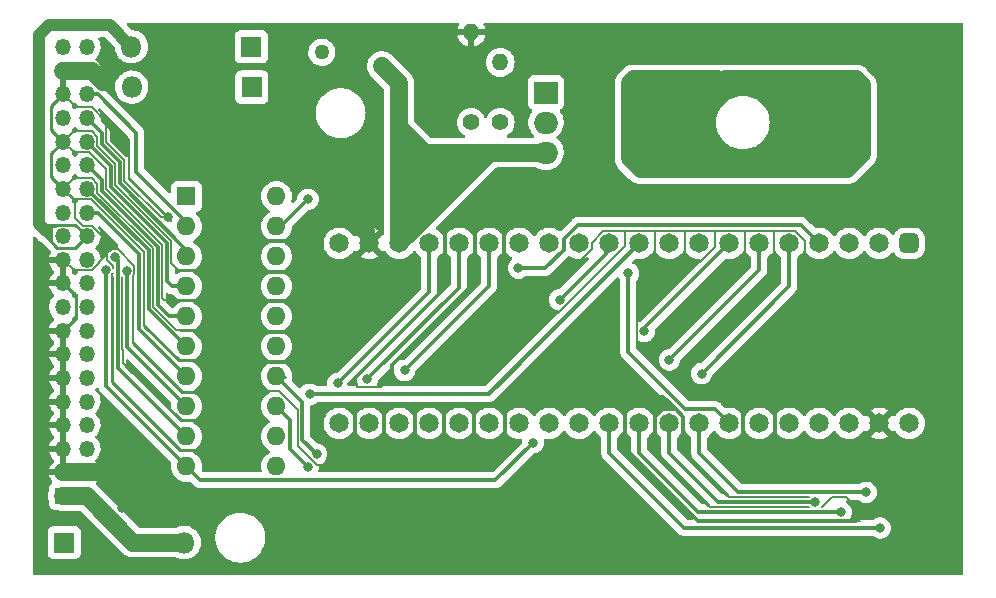
<source format=gbr>
%TF.GenerationSoftware,KiCad,Pcbnew,(6.0.2)*%
%TF.CreationDate,2022-04-05T12:49:12-06:00*%
%TF.ProjectId,PowerBook_F4_THTV1,506f7765-7242-46f6-9f6b-5f46345f5448,rev?*%
%TF.SameCoordinates,Original*%
%TF.FileFunction,Copper,L2,Bot*%
%TF.FilePolarity,Positive*%
%FSLAX46Y46*%
G04 Gerber Fmt 4.6, Leading zero omitted, Abs format (unit mm)*
G04 Created by KiCad (PCBNEW (6.0.2)) date 2022-04-05 12:49:12*
%MOMM*%
%LPD*%
G01*
G04 APERTURE LIST*
G04 Aperture macros list*
%AMRoundRect*
0 Rectangle with rounded corners*
0 $1 Rounding radius*
0 $2 $3 $4 $5 $6 $7 $8 $9 X,Y pos of 4 corners*
0 Add a 4 corners polygon primitive as box body*
4,1,4,$2,$3,$4,$5,$6,$7,$8,$9,$2,$3,0*
0 Add four circle primitives for the rounded corners*
1,1,$1+$1,$2,$3*
1,1,$1+$1,$4,$5*
1,1,$1+$1,$6,$7*
1,1,$1+$1,$8,$9*
0 Add four rect primitives between the rounded corners*
20,1,$1+$1,$2,$3,$4,$5,0*
20,1,$1+$1,$4,$5,$6,$7,0*
20,1,$1+$1,$6,$7,$8,$9,0*
20,1,$1+$1,$8,$9,$2,$3,0*%
G04 Aperture macros list end*
%TA.AperFunction,ComponentPad*%
%ADD10R,1.350000X1.350000*%
%TD*%
%TA.AperFunction,ComponentPad*%
%ADD11O,1.350000X1.350000*%
%TD*%
%TA.AperFunction,ComponentPad*%
%ADD12R,1.800000X1.800000*%
%TD*%
%TA.AperFunction,ComponentPad*%
%ADD13O,1.800000X1.800000*%
%TD*%
%TA.AperFunction,ComponentPad*%
%ADD14C,1.400000*%
%TD*%
%TA.AperFunction,ComponentPad*%
%ADD15O,1.400000X1.400000*%
%TD*%
%TA.AperFunction,ComponentPad*%
%ADD16R,2.000000X1.905000*%
%TD*%
%TA.AperFunction,ComponentPad*%
%ADD17O,2.000000X1.905000*%
%TD*%
%TA.AperFunction,ComponentPad*%
%ADD18R,1.600000X1.600000*%
%TD*%
%TA.AperFunction,ComponentPad*%
%ADD19O,1.600000X1.600000*%
%TD*%
%TA.AperFunction,ComponentPad*%
%ADD20C,1.270000*%
%TD*%
%TA.AperFunction,ComponentPad*%
%ADD21RoundRect,0.412500X-0.412500X0.412500X-0.412500X-0.412500X0.412500X-0.412500X0.412500X0.412500X0*%
%TD*%
%TA.AperFunction,ComponentPad*%
%ADD22C,1.650000*%
%TD*%
%TA.AperFunction,ViaPad*%
%ADD23C,0.800000*%
%TD*%
%TA.AperFunction,Conductor*%
%ADD24C,0.330000*%
%TD*%
%TA.AperFunction,Conductor*%
%ADD25C,0.200000*%
%TD*%
%TA.AperFunction,Conductor*%
%ADD26C,0.140000*%
%TD*%
%TA.AperFunction,Conductor*%
%ADD27C,0.220000*%
%TD*%
%TA.AperFunction,Conductor*%
%ADD28C,0.250000*%
%TD*%
%TA.AperFunction,Conductor*%
%ADD29C,0.130000*%
%TD*%
%TA.AperFunction,Conductor*%
%ADD30C,1.000000*%
%TD*%
%TA.AperFunction,Conductor*%
%ADD31C,1.500000*%
%TD*%
G04 APERTURE END LIST*
D10*
%TO.P,J2,1*%
%TO.N,Net-(D2-Pad2)*%
X68234560Y-100763400D03*
D11*
%TO.P,J2,2*%
X70234560Y-100763400D03*
%TO.P,J2,3*%
%TO.N,GND*%
X68234560Y-98763400D03*
%TO.P,J2,4*%
X70234560Y-98763400D03*
%TO.P,J2,5*%
X68234560Y-96763400D03*
%TO.P,J2,6*%
%TO.N,DB0*%
X70234560Y-96763400D03*
%TO.P,J2,7*%
%TO.N,GND*%
X68234560Y-94763400D03*
%TO.P,J2,8*%
%TO.N,DB1*%
X70234560Y-94763400D03*
%TO.P,J2,9*%
%TO.N,GND*%
X68234560Y-92763400D03*
%TO.P,J2,10*%
%TO.N,DB2*%
X70234560Y-92763400D03*
%TO.P,J2,11*%
%TO.N,GND*%
X68234560Y-90763400D03*
%TO.P,J2,12*%
%TO.N,DB3*%
X70234560Y-90763400D03*
%TO.P,J2,13*%
%TO.N,GND*%
X68234560Y-88763400D03*
%TO.P,J2,14*%
%TO.N,DB4*%
X70234560Y-88763400D03*
%TO.P,J2,15*%
%TO.N,GND*%
X68234560Y-86763400D03*
%TO.P,J2,16*%
%TO.N,DB5*%
X70234560Y-86763400D03*
%TO.P,J2,18*%
%TO.N,DB6*%
X70234560Y-84763400D03*
%TO.P,J2,19*%
%TO.N,GND*%
X68234560Y-82763400D03*
%TO.P,J2,20*%
%TO.N,DB7*%
X70234560Y-82763400D03*
%TO.P,J2,21*%
%TO.N,GND*%
X68234560Y-80763400D03*
%TO.P,J2,22*%
%TO.N,DBParity*%
X70234560Y-80763400D03*
%TO.P,J2,23*%
%TO.N,GND*%
X68234560Y-78763400D03*
%TO.P,J2,24*%
%TO.N,Net-(D1-Pad2)*%
X70234560Y-78763400D03*
%TO.P,J2,25*%
%TO.N,ATN*%
X68234560Y-76763400D03*
%TO.P,J2,26*%
%TO.N,BSY*%
X70234560Y-76763400D03*
%TO.P,J2,27*%
%TO.N,GND*%
X68234560Y-74763400D03*
%TO.P,J2,28*%
%TO.N,ACK*%
X70234560Y-74763400D03*
%TO.P,J2,29*%
%TO.N,RST*%
X68234560Y-72763400D03*
%TO.P,J2,30*%
%TO.N,MSG*%
X70234560Y-72763400D03*
%TO.P,J2,31*%
%TO.N,GND*%
X68234560Y-70763400D03*
%TO.P,J2,32*%
%TO.N,SEL*%
X70234560Y-70763400D03*
%TO.P,J2,33*%
%TO.N,I_O*%
X68234560Y-68763400D03*
%TO.P,J2,34*%
%TO.N,C_D*%
X70234560Y-68763400D03*
%TO.P,J2,35*%
%TO.N,GND*%
X68234560Y-66763400D03*
%TO.P,J2,36*%
%TO.N,REQ*%
X70234560Y-66763400D03*
%TO.P,J2,37*%
%TO.N,GND*%
X68234560Y-64763400D03*
%TO.P,J2,38*%
X70234560Y-64763400D03*
%TO.P,J2,39*%
%TO.N,Net-(D3-Pad2)*%
X68234560Y-62763400D03*
%TO.P,J2,40*%
X70234560Y-62763400D03*
%TO.P,J2,NC*%
%TO.N,N/C*%
X68234560Y-84763400D03*
%TD*%
D12*
%TO.P,D2,1*%
%TO.N,Net-(D1-Pad1)*%
X68336160Y-104701340D03*
D13*
%TO.P,D2,2*%
%TO.N,Net-(D2-Pad2)*%
X78496160Y-104701340D03*
%TD*%
D12*
%TO.P,D3,1*%
%TO.N,Net-(D1-Pad1)*%
X84218780Y-66144140D03*
D13*
%TO.P,D3,2*%
%TO.N,Net-(D3-Pad2)*%
X74058780Y-66144140D03*
%TD*%
D14*
%TO.P,R1,1*%
%TO.N,Net-(C2-Pad1)*%
X102802594Y-69135792D03*
D15*
%TO.P,R1,2*%
%TO.N,GND*%
X102802594Y-61515792D03*
%TD*%
D14*
%TO.P,R2,1*%
%TO.N,VBUS*%
X105261315Y-69135793D03*
D15*
%TO.P,R2,2*%
%TO.N,Net-(C2-Pad1)*%
X105261315Y-64055793D03*
%TD*%
D16*
%TO.P,U1,1*%
%TO.N,Net-(C2-Pad1)*%
X109134815Y-66608493D03*
D17*
%TO.P,U1,2*%
%TO.N,VBUS*%
X109134815Y-69148493D03*
%TO.P,U1,3*%
%TO.N,+5V*%
X109134815Y-71688493D03*
%TD*%
D18*
%TO.P,U2,1*%
%TO.N,VBUS*%
X78689200Y-75402440D03*
D19*
%TO.P,U2,2*%
%TO.N,REQ*%
X78689200Y-77942440D03*
%TO.P,U2,3*%
%TO.N,C_D*%
X78689200Y-80482440D03*
%TO.P,U2,4*%
%TO.N,SEL*%
X78689200Y-83022440D03*
%TO.P,U2,5*%
%TO.N,MSG*%
X78689200Y-85562440D03*
%TO.P,U2,6*%
%TO.N,ACK*%
X78689200Y-88102440D03*
%TO.P,U2,7*%
%TO.N,BSY*%
X78689200Y-90642440D03*
%TO.P,U2,8*%
%TO.N,I_O*%
X78689200Y-93182440D03*
%TO.P,U2,9*%
%TO.N,RST*%
X78689200Y-95722440D03*
%TO.P,U2,10*%
%TO.N,ATN*%
X78689200Y-98262440D03*
%TO.P,U2,11*%
%TO.N,DB0*%
X86309200Y-98262440D03*
%TO.P,U2,12*%
%TO.N,DB1*%
X86309200Y-95722440D03*
%TO.P,U2,13*%
%TO.N,DB2*%
X86309200Y-93182440D03*
%TO.P,U2,14*%
%TO.N,DB3*%
X86309200Y-90642440D03*
%TO.P,U2,15*%
%TO.N,DB4*%
X86309200Y-88102440D03*
%TO.P,U2,16*%
%TO.N,DB5*%
X86309200Y-85562440D03*
%TO.P,U2,17*%
%TO.N,DB6*%
X86309200Y-83022440D03*
%TO.P,U2,18*%
%TO.N,DB7*%
X86309200Y-80482440D03*
%TO.P,U2,19*%
%TO.N,DBParity*%
X86309200Y-77942440D03*
%TO.P,U2,20*%
%TO.N,VBUS*%
X86309200Y-75402440D03*
%TD*%
D12*
%TO.P,D1,1*%
%TO.N,Net-(D1-Pad1)*%
X84188300Y-62717680D03*
D13*
%TO.P,D1,2*%
%TO.N,Net-(D1-Pad2)*%
X74028300Y-62717680D03*
%TD*%
D20*
%TO.P,F1,1*%
%TO.N,Net-(D1-Pad1)*%
X90152221Y-63210440D03*
%TO.P,F1,2*%
%TO.N,+5V*%
X95232221Y-64353440D03*
%TD*%
D21*
%TO.P,BPF4,1*%
%TO.N,DB4*%
X139890500Y-79372460D03*
D22*
%TO.P,BPF4,2*%
%TO.N,DB5*%
X137350500Y-79372460D03*
%TO.P,BPF4,3*%
%TO.N,DB6*%
X134810500Y-79372460D03*
%TO.P,BPF4,4*%
%TO.N,DB7*%
X132270500Y-79372460D03*
%TO.P,BPF4,5*%
%TO.N,ATN*%
X129730500Y-79372460D03*
%TO.P,BPF4,6*%
%TO.N,BSY*%
X127190500Y-79372460D03*
%TO.P,BPF4,7*%
%TO.N,ACK*%
X124650500Y-79372460D03*
%TO.P,BPF4,8*%
%TO.N,Net-(BPF4-Pad8)*%
X122110500Y-79372460D03*
%TO.P,BPF4,9*%
%TO.N,Net-(BPF4-Pad9)*%
X119570500Y-79372460D03*
%TO.P,BPF4,10*%
%TO.N,RST*%
X117030500Y-79372460D03*
%TO.P,BPF4,11*%
%TO.N,MSG*%
X114490500Y-79372460D03*
%TO.P,BPF4,12*%
%TO.N,SEL*%
X111950500Y-79372460D03*
%TO.P,BPF4,13*%
%TO.N,C_D*%
X109410500Y-79372460D03*
%TO.P,BPF4,14*%
%TO.N,REQ*%
X106870500Y-79372460D03*
%TO.P,BPF4,15*%
%TO.N,I_O*%
X104330500Y-79372460D03*
%TO.P,BPF4,16*%
%TO.N,DB0*%
X101790500Y-79372460D03*
%TO.P,BPF4,17*%
%TO.N,DB1*%
X99250500Y-79372460D03*
%TO.P,BPF4,18*%
%TO.N,+5V*%
X96710500Y-79372460D03*
%TO.P,BPF4,19*%
%TO.N,GND*%
X94170500Y-79372460D03*
%TO.P,BPF4,20*%
%TO.N,Net-(BPF4-Pad20)*%
X91630500Y-79372460D03*
%TO.P,BPF4,21*%
%TO.N,Net-(BPF4-Pad21)*%
X91630500Y-94612460D03*
%TO.P,BPF4,22*%
%TO.N,Net-(BPF4-Pad22)*%
X94170500Y-94612460D03*
%TO.P,BPF4,23*%
%TO.N,Net-(BPF4-Pad23)*%
X96710500Y-94612460D03*
%TO.P,BPF4,24*%
%TO.N,Net-(BPF4-Pad24)*%
X99250500Y-94612460D03*
%TO.P,BPF4,25*%
%TO.N,Net-(BPF4-Pad25)*%
X101790500Y-94612460D03*
%TO.P,BPF4,26*%
%TO.N,Net-(BPF4-Pad26)*%
X104330500Y-94612460D03*
%TO.P,BPF4,27*%
%TO.N,Net-(BPF4-Pad27)*%
X106870500Y-94612460D03*
%TO.P,BPF4,28*%
%TO.N,Net-(BPF4-Pad28)*%
X109410500Y-94612460D03*
%TO.P,BPF4,29*%
%TO.N,Net-(BPF4-Pad29)*%
X111950500Y-94612460D03*
%TO.P,BPF4,30*%
%TO.N,SD_CD*%
X114490500Y-94612460D03*
%TO.P,BPF4,31*%
%TO.N,SD_CLK*%
X117030500Y-94612460D03*
%TO.P,BPF4,32*%
%TO.N,MISO*%
X119570500Y-94612460D03*
%TO.P,BPF4,33*%
%TO.N,MOSI*%
X122110500Y-94612460D03*
%TO.P,BPF4,34*%
%TO.N,DBParity*%
X124650500Y-94612460D03*
%TO.P,BPF4,35*%
%TO.N,Net-(BPF4-Pad35)*%
X127190500Y-94612460D03*
%TO.P,BPF4,36*%
%TO.N,DB3*%
X129730500Y-94612460D03*
%TO.P,BPF4,37*%
%TO.N,DB2*%
X132270500Y-94612460D03*
%TO.P,BPF4,38*%
%TO.N,3v3*%
X134810500Y-94612460D03*
%TO.P,BPF4,39*%
%TO.N,GND*%
X137350500Y-94612460D03*
%TO.P,BPF4,40*%
%TO.N,Net-(BPF4-Pad40)*%
X139890500Y-94612460D03*
%TD*%
D23*
%TO.N,GND*%
X71585221Y-65783059D03*
X75430380Y-98760280D03*
X79468980Y-101754940D03*
X115851940Y-92356940D03*
X83779360Y-69321680D03*
X108310680Y-77104240D03*
X76182440Y-71833520D03*
X73482200Y-98206560D03*
X128262380Y-106136440D03*
X108206540Y-91114880D03*
X80139760Y-71833520D03*
X81069180Y-97868740D03*
X113250980Y-92316300D03*
X84998560Y-69321680D03*
X77114400Y-77167740D03*
X119575580Y-81467960D03*
X82743040Y-97891600D03*
X101572060Y-90266520D03*
X78189040Y-71833520D03*
X73256140Y-101808280D03*
X111112300Y-81714340D03*
%TO.N,VBUS*%
X123576080Y-73101200D03*
X127414020Y-65519300D03*
X122501660Y-69232780D03*
X127398780Y-73088500D03*
X123606560Y-65493900D03*
%TO.N,DB7*%
X106795570Y-81464150D03*
%TO.N,ATN*%
X122298460Y-90406220D03*
X108026200Y-96245680D03*
X71899780Y-81605120D03*
%TO.N,BSY*%
X119575799Y-89232521D03*
%TO.N,ACK*%
X117447060Y-86829900D03*
%TO.N,RST*%
X72605900Y-80505300D03*
X89123520Y-92148660D03*
%TO.N,MSG*%
X110271779Y-84152521D03*
%TO.N,I_O*%
X73652380Y-81706720D03*
X97157540Y-90124280D03*
%TO.N,DB0*%
X94011750Y-90887550D03*
%TO.N,DB1*%
X91516200Y-91229180D03*
%TO.N,SD_CD*%
X137419080Y-103459280D03*
%TO.N,SD_CLK*%
X134106920Y-102135940D03*
%TO.N,MISO*%
X131909820Y-101279960D03*
%TO.N,MOSI*%
X136240520Y-100449380D03*
%TO.N,DBParity*%
X116103400Y-81907380D03*
X88976200Y-75636120D03*
%TO.N,DB2*%
X89006680Y-98275140D03*
%TO.N,DB3*%
X89700100Y-97226120D03*
%TD*%
D24*
%TO.N,GND*%
X76182440Y-71833520D02*
X78189040Y-71833520D01*
X78189040Y-71833520D02*
X80139760Y-71833520D01*
X80139760Y-71833520D02*
X82407540Y-71833520D01*
D25*
X108310680Y-77104240D02*
X108310680Y-77104240D01*
D26*
X77114400Y-77167740D02*
X77114400Y-77167740D01*
X135340899Y-102900941D02*
X135676179Y-102900941D01*
X115819981Y-78327459D02*
X118354901Y-78327459D01*
D24*
X99362260Y-96984820D02*
X98846640Y-96984820D01*
D25*
X72814180Y-79722980D02*
X72814180Y-79568040D01*
D24*
X95222060Y-95796100D02*
X94602300Y-96415860D01*
X91856600Y-77050900D02*
X90520520Y-77050900D01*
D26*
X72308299Y-79885299D02*
X71885479Y-80308119D01*
D27*
X69299559Y-83828399D02*
X69299559Y-85698401D01*
D26*
X70664161Y-67868399D02*
X71899581Y-69103819D01*
D24*
X118380499Y-97049579D02*
X122829320Y-101498400D01*
D28*
X82077560Y-94343220D02*
X78184978Y-94343220D01*
X80863440Y-83517740D02*
X80233739Y-84147441D01*
X82077560Y-87271860D02*
X82077560Y-89281000D01*
D24*
X120760501Y-94041259D02*
X120760501Y-96978481D01*
X115851940Y-94029818D02*
X115840499Y-94041259D01*
D25*
X71761019Y-80120821D02*
X72308299Y-79573541D01*
X71761019Y-80432579D02*
X71761019Y-80120821D01*
D29*
X82743040Y-94338140D02*
X85199220Y-91881960D01*
D26*
X74155300Y-87773542D02*
X74155300Y-82121402D01*
X74272381Y-82004321D02*
X74272381Y-81254179D01*
D28*
X80139760Y-71833520D02*
X80139760Y-73578940D01*
X80139760Y-73578940D02*
X80863440Y-74302620D01*
D29*
X82743040Y-97891600D02*
X82743040Y-94338140D01*
D24*
X100472240Y-93573600D02*
X100472240Y-95874840D01*
X100600499Y-78129141D02*
X100600499Y-83166599D01*
D26*
X128459439Y-78327459D02*
X128459439Y-81164639D01*
D29*
X68234560Y-74763400D02*
X69244109Y-75772949D01*
D26*
X130232101Y-78327459D02*
X131058920Y-79154278D01*
X70664161Y-73868399D02*
X69129561Y-73868399D01*
D24*
X95422720Y-95796100D02*
X95222060Y-95796100D01*
X84368640Y-84096860D02*
X84564220Y-84292440D01*
D28*
X82077560Y-74482960D02*
X82077560Y-78209140D01*
D26*
X73486042Y-89676002D02*
X73272389Y-89462349D01*
X93158551Y-91507551D02*
X93019880Y-91368880D01*
X77982861Y-81607441D02*
X77402615Y-81027195D01*
X71129561Y-74333799D02*
X70664161Y-73868399D01*
X68234560Y-66763400D02*
X69339559Y-67868399D01*
D30*
X85205010Y-69321680D02*
X83779360Y-69321680D01*
D24*
X97708720Y-93073220D02*
X95841820Y-93073220D01*
D26*
X123427281Y-79683819D02*
X123427281Y-78327459D01*
D28*
X78020738Y-89281000D02*
X75092560Y-86352822D01*
D25*
X71885479Y-80308119D02*
X71885479Y-80169081D01*
D24*
X84279740Y-88602820D02*
X85062060Y-89385140D01*
X125840501Y-93691699D02*
X125999240Y-93532960D01*
X119653061Y-93422459D02*
X118999299Y-93422459D01*
D26*
X77402614Y-79165458D02*
X72669601Y-74432445D01*
D28*
X80789780Y-78209140D02*
X79931479Y-79067441D01*
D26*
X135669020Y-102016560D02*
X134486850Y-100834390D01*
D28*
X67234559Y-73763399D02*
X68234560Y-74763400D01*
D26*
X75862578Y-79803366D02*
X71129561Y-75070349D01*
D29*
X70661761Y-77873399D02*
X72308299Y-79519937D01*
D25*
X71636999Y-68402999D02*
X71652001Y-68418001D01*
D29*
X72397369Y-82006691D02*
X72507369Y-81896691D01*
D26*
X71129561Y-71113915D02*
X71129561Y-70333799D01*
D24*
X118999299Y-93422459D02*
X118380499Y-94041259D01*
D26*
X80611980Y-81066640D02*
X80611980Y-80197960D01*
D24*
X94169520Y-79363820D02*
X91856600Y-77050900D01*
D26*
X69339559Y-67868399D02*
X70664161Y-67868399D01*
D28*
X78184978Y-94343220D02*
X73517760Y-89676002D01*
X68234560Y-66763400D02*
X67234559Y-67763401D01*
D26*
X133363770Y-100834390D02*
X132468620Y-101729540D01*
D28*
X79219841Y-86687441D02*
X78149199Y-86687441D01*
D26*
X70454163Y-71658401D02*
X69129561Y-71658401D01*
X116827059Y-85768421D02*
X116827059Y-87777079D01*
D28*
X80233739Y-84147441D02*
X78149199Y-84147441D01*
D24*
X115840499Y-94041259D02*
X115840499Y-96704345D01*
D26*
X71899581Y-73103819D02*
X70454163Y-71658401D01*
D29*
X71990899Y-80797079D02*
X72507369Y-81313549D01*
D26*
X134486850Y-100834390D02*
X133363770Y-100834390D01*
D29*
X72308299Y-79885299D02*
X72308299Y-79892699D01*
D26*
X73517760Y-89676002D02*
X73486042Y-89676002D01*
D24*
X98038920Y-93403420D02*
X97708720Y-93073220D01*
D30*
X94169520Y-78286190D02*
X85205010Y-69321680D01*
D26*
X122995890Y-101664970D02*
X131377228Y-101664970D01*
D24*
X88219280Y-86840060D02*
X84988400Y-86840060D01*
D25*
X102802594Y-61515792D02*
X108091772Y-61515792D01*
D26*
X115819981Y-78327459D02*
X115819981Y-79589581D01*
D24*
X104818180Y-96311720D02*
X103725980Y-96311720D01*
X103022400Y-93124020D02*
X100921820Y-93124020D01*
D26*
X135676179Y-102900941D02*
X135669020Y-102893782D01*
X69129561Y-81658401D02*
X68234560Y-80763400D01*
X74155300Y-82121402D02*
X74272381Y-82004321D01*
D28*
X80139760Y-71833520D02*
X80139760Y-72545160D01*
D24*
X84564220Y-84292440D02*
X88259920Y-84292440D01*
D28*
X78149199Y-96847441D02*
X72397370Y-91095612D01*
D26*
X73439619Y-72335001D02*
X73439619Y-74113491D01*
X76632597Y-84023997D02*
X76632596Y-79484412D01*
X69129561Y-71658401D02*
X68234560Y-70763400D01*
D29*
X72308299Y-79573541D02*
X72308299Y-79892699D01*
D26*
X75092560Y-86352822D02*
X75092560Y-80122320D01*
X75862579Y-84731333D02*
X75862578Y-79803366D01*
D24*
X120760501Y-96978481D02*
X124467620Y-100685600D01*
X126733300Y-96967040D02*
X125840501Y-96074241D01*
D28*
X67234559Y-67763401D02*
X67234559Y-69763399D01*
X82077560Y-91922600D02*
X82077560Y-94343220D01*
D24*
X100600499Y-83166599D02*
X92489020Y-91278078D01*
D26*
X75092560Y-80122320D02*
X70628641Y-75658401D01*
D29*
X88131370Y-96528610D02*
X89392760Y-97790000D01*
D24*
X115851940Y-92356940D02*
X115851940Y-94029818D01*
D26*
X131437788Y-100834390D02*
X124616410Y-100834390D01*
D24*
X128071880Y-92905580D02*
X128540499Y-93374199D01*
D29*
X73272389Y-88310115D02*
X73270775Y-88310115D01*
D24*
X125999240Y-93532960D02*
X126626620Y-92905580D01*
X104935020Y-77614780D02*
X103083360Y-77614780D01*
D28*
X82077560Y-89281000D02*
X78020738Y-89281000D01*
D24*
X83776380Y-70464680D02*
X85067140Y-70464680D01*
D25*
X72814180Y-79568040D02*
X72786240Y-79595980D01*
D26*
X72669600Y-72653954D02*
X71129561Y-71113915D01*
X70664161Y-69868399D02*
X69129561Y-69868399D01*
D28*
X82077560Y-94787720D02*
X80017839Y-96847441D01*
D24*
X88557100Y-86502240D02*
X88219280Y-86840060D01*
D26*
X71129561Y-75070349D02*
X71129561Y-74333799D01*
D29*
X72308299Y-79892699D02*
X71990899Y-80210099D01*
X69923199Y-77873399D02*
X70661761Y-77873399D01*
D26*
X120905061Y-78327459D02*
X123427281Y-78327459D01*
D25*
X106532680Y-77104240D02*
X105597960Y-78038960D01*
D24*
X84988400Y-86840060D02*
X84279740Y-87548720D01*
D28*
X82077560Y-87271860D02*
X79804260Y-87271860D01*
X82077560Y-78209140D02*
X82077560Y-81066640D01*
D26*
X76632596Y-79484412D02*
X71899581Y-74751397D01*
D29*
X73781920Y-70578980D02*
X73093580Y-69890640D01*
X73267389Y-88306729D02*
X73267389Y-82231931D01*
D26*
X74272381Y-81254179D02*
X72903501Y-79885299D01*
X120850660Y-80972660D02*
X120905061Y-80918259D01*
D24*
X103022400Y-95608140D02*
X103022400Y-93124020D01*
D28*
X79461579Y-81607441D02*
X78149199Y-81607441D01*
D24*
X120141701Y-93422459D02*
X120760501Y-94041259D01*
D26*
X69129561Y-69868399D02*
X68234560Y-70763400D01*
X71885479Y-80308119D02*
X71761019Y-80432579D01*
D24*
X94602300Y-96415860D02*
X94212698Y-96415860D01*
D25*
X108091772Y-61515792D02*
X111920020Y-65344040D01*
D27*
X68234560Y-82763400D02*
X69299559Y-83828399D01*
D24*
X103083360Y-77614780D02*
X101114860Y-77614780D01*
D26*
X78149199Y-81607441D02*
X77982861Y-81607441D01*
X115819981Y-79589581D02*
X110164622Y-85244940D01*
X71899581Y-69103819D02*
X71899581Y-70794963D01*
D24*
X84899500Y-81795620D02*
X84368640Y-82326480D01*
D28*
X80139760Y-72545160D02*
X82077560Y-74482960D01*
D26*
X70664161Y-81658401D02*
X69129561Y-81658401D01*
X80071179Y-81607441D02*
X80611980Y-81066640D01*
X96050100Y-89872820D02*
X96050100Y-90606880D01*
D29*
X86510922Y-91881960D02*
X88131370Y-93502408D01*
D26*
X72903501Y-79885299D02*
X72308299Y-79885299D01*
X125949919Y-78327459D02*
X125949919Y-80376821D01*
X69129561Y-73868399D02*
X68234560Y-74763400D01*
X71899581Y-70794963D02*
X73439619Y-72335001D01*
D25*
X111920020Y-65344040D02*
X111920020Y-73494900D01*
D24*
X98038920Y-96177100D02*
X98038920Y-93403420D01*
D29*
X69244109Y-77194309D02*
X69923199Y-77873399D01*
D24*
X105680499Y-95449401D02*
X104818180Y-96311720D01*
D26*
X125949919Y-78327459D02*
X128459439Y-78327459D01*
D25*
X111920020Y-73494900D02*
X108310680Y-77104240D01*
D24*
X105597960Y-78277720D02*
X104935020Y-77614780D01*
D29*
X73781920Y-73835260D02*
X73781920Y-70578980D01*
X89755980Y-98153220D02*
X90322400Y-98153220D01*
D28*
X72389790Y-89369690D02*
X72389790Y-89108490D01*
D26*
X122829320Y-101498400D02*
X122995890Y-101664970D01*
D28*
X82077560Y-81066640D02*
X80611980Y-81066640D01*
D26*
X78149199Y-84147441D02*
X76756041Y-84147441D01*
D28*
X78304358Y-91922600D02*
X74155300Y-87773542D01*
D26*
X123427281Y-78327459D02*
X125949919Y-78327459D01*
X120850660Y-80972660D02*
X122138440Y-80972660D01*
D24*
X88259920Y-84292440D02*
X88557100Y-84589620D01*
D26*
X112995501Y-79320857D02*
X113988899Y-78327459D01*
D29*
X69244109Y-75772949D02*
X69244109Y-77194309D01*
D24*
X101114860Y-77614780D02*
X100600499Y-78129141D01*
X134995920Y-96967040D02*
X126733300Y-96967040D01*
X92980499Y-96064059D02*
X92980499Y-93762819D01*
D29*
X71990899Y-80210099D02*
X71990899Y-80797079D01*
D26*
X77818687Y-86687441D02*
X75862579Y-84731333D01*
D28*
X68234560Y-70763400D02*
X67234559Y-71763401D01*
D24*
X94212698Y-96415860D02*
X93869798Y-96072960D01*
D29*
X77114400Y-77167740D02*
X73781920Y-73835260D01*
D24*
X95841820Y-93073220D02*
X95422720Y-93492320D01*
D27*
X69299559Y-85698401D02*
X68234560Y-86763400D01*
D24*
X119076182Y-92356940D02*
X120141701Y-93422459D01*
D26*
X72669601Y-74432445D02*
X72669600Y-72653954D01*
D29*
X89392760Y-97790000D02*
X89755980Y-98153220D01*
D25*
X125999240Y-93532960D02*
X126743460Y-92788740D01*
D24*
X103083360Y-77614780D02*
X103083360Y-82626200D01*
D26*
X119575580Y-81467960D02*
X118442740Y-81467960D01*
X131058920Y-79154278D02*
X131058920Y-80530700D01*
X76493868Y-77167740D02*
X77114400Y-77167740D01*
X119575580Y-81467960D02*
X120355360Y-81467960D01*
D28*
X72389790Y-89108490D02*
X72397369Y-89100911D01*
D25*
X105597960Y-78038960D02*
X105597960Y-85539580D01*
D24*
X128540499Y-93374199D02*
X128540499Y-95792301D01*
X98846640Y-96984820D02*
X98038920Y-96177100D01*
D26*
X120905061Y-80918259D02*
X120905061Y-78327459D01*
D31*
X70650231Y-64763400D02*
X71585221Y-65698390D01*
D24*
X126626620Y-92905580D02*
X128071880Y-92905580D01*
D26*
X111112300Y-81714340D02*
X112995501Y-79831139D01*
X71279779Y-81042783D02*
X70664161Y-81658401D01*
D24*
X115851940Y-92356940D02*
X119076182Y-92356940D01*
D26*
X71899581Y-74751397D02*
X71899581Y-73103819D01*
D28*
X80863440Y-74302620D02*
X80863440Y-83517740D01*
D26*
X96050100Y-90606880D02*
X95149429Y-91507551D01*
D28*
X82077560Y-89281000D02*
X82077560Y-91922600D01*
D24*
X88358980Y-79212440D02*
X84861400Y-79212440D01*
D26*
X76756041Y-84147441D02*
X76632597Y-84023997D01*
D31*
X68234560Y-98763400D02*
X72233100Y-98763400D01*
D25*
X72786240Y-79595980D02*
X72428100Y-79595980D01*
D26*
X119575580Y-81467960D02*
X119575580Y-83019900D01*
D24*
X103725980Y-96311720D02*
X103022400Y-95608140D01*
X88557100Y-84589620D02*
X88557100Y-86502240D01*
D30*
X94169520Y-79363820D02*
X94169520Y-78286190D01*
D28*
X72397370Y-89377270D02*
X72389790Y-89369690D01*
D29*
X73270775Y-88310115D02*
X73267389Y-88306729D01*
D24*
X119653061Y-93422459D02*
X119653061Y-93292919D01*
X108206540Y-91114880D02*
X105680499Y-93640921D01*
D26*
X73439619Y-74113491D02*
X76493868Y-77167740D01*
D24*
X90520520Y-77050900D02*
X88358980Y-79212440D01*
D25*
X72831960Y-79740760D02*
X72814180Y-79722980D01*
D29*
X72507369Y-81313549D02*
X72507369Y-81419700D01*
D24*
X85062060Y-89385140D02*
X87464900Y-89385140D01*
D29*
X72507369Y-81896691D02*
X72507369Y-81907733D01*
D26*
X69129561Y-75658401D02*
X68234560Y-74763400D01*
D24*
X105597960Y-85539580D02*
X105597960Y-78277720D01*
X125840501Y-96074241D02*
X125840501Y-93691699D01*
D26*
X73272389Y-89462349D02*
X73272389Y-88310115D01*
D24*
X115840499Y-96704345D02*
X122037095Y-102900941D01*
X105680499Y-93640921D02*
X105680499Y-95449401D01*
D26*
X135669020Y-102893782D02*
X135669020Y-102016560D01*
D24*
X82407540Y-71833520D02*
X83776380Y-70464680D01*
X92989400Y-96072960D02*
X92980499Y-96064059D01*
D28*
X72397369Y-89100911D02*
X72397369Y-82229960D01*
D24*
X94169520Y-79363820D02*
X91737720Y-81795620D01*
D28*
X80017839Y-96847441D02*
X78149199Y-96847441D01*
D24*
X95422720Y-93492320D02*
X95422720Y-95796100D01*
D29*
X72308299Y-79519937D02*
X72308299Y-79573541D01*
D24*
X137350500Y-94612460D02*
X134995920Y-96967040D01*
D26*
X128459439Y-78327459D02*
X130232101Y-78327459D01*
X120355360Y-81467960D02*
X120850660Y-80972660D01*
D24*
X122037095Y-102900941D02*
X135340899Y-102900941D01*
D31*
X68234560Y-64763400D02*
X70650231Y-64763400D01*
D28*
X72397370Y-91095612D02*
X72397370Y-89377270D01*
D26*
X118354901Y-78327459D02*
X120905061Y-78327459D01*
X118442740Y-81467960D02*
X118354901Y-81380121D01*
X124616410Y-100834390D02*
X124467620Y-100685600D01*
X71129561Y-70333799D02*
X70664161Y-69868399D01*
D25*
X108310680Y-77104240D02*
X106532680Y-77104240D01*
D24*
X100921820Y-93124020D02*
X100472240Y-93573600D01*
X84368640Y-82326480D02*
X84368640Y-84096860D01*
D26*
X119575580Y-83019900D02*
X116827059Y-85768421D01*
X122138440Y-80972660D02*
X123427281Y-79683819D01*
D28*
X79804260Y-87271860D02*
X79219841Y-86687441D01*
D26*
X113988899Y-78327459D02*
X115819981Y-78327459D01*
X119575580Y-81467960D02*
X118742460Y-80634840D01*
D28*
X82077560Y-94343220D02*
X82077560Y-94787720D01*
D26*
X77402615Y-81027195D02*
X77402614Y-79165458D01*
X118354901Y-81380121D02*
X118354901Y-78327459D01*
D25*
X72814180Y-79722980D02*
X72331580Y-79722980D01*
D26*
X71761019Y-80432579D02*
X71279779Y-80913819D01*
D24*
X96050100Y-89872820D02*
X96050100Y-90147140D01*
X84279740Y-87548720D02*
X84279740Y-88602820D01*
X93869798Y-96072960D02*
X92989400Y-96072960D01*
D29*
X85199220Y-91881960D02*
X86510922Y-91881960D01*
D24*
X120141701Y-93422459D02*
X119653061Y-93422459D01*
D29*
X112995501Y-79320857D02*
X112995501Y-79831139D01*
D24*
X118380499Y-94041259D02*
X118380499Y-97049579D01*
D28*
X67234559Y-69763399D02*
X68234560Y-70763400D01*
X82077560Y-78209140D02*
X80789780Y-78209140D01*
D29*
X72397369Y-82229960D02*
X72397369Y-82006691D01*
D26*
X71279779Y-80913819D02*
X71279779Y-81042783D01*
X79461579Y-81607441D02*
X80071179Y-81607441D01*
D29*
X88131370Y-93502408D02*
X88131370Y-96528610D01*
D28*
X82077560Y-81066640D02*
X82077560Y-87271860D01*
D25*
X71885479Y-80169081D02*
X72331580Y-79722980D01*
D26*
X70628641Y-75658401D02*
X69129561Y-75658401D01*
D24*
X100472240Y-95874840D02*
X99362260Y-96984820D01*
D26*
X78149199Y-86687441D02*
X77818687Y-86687441D01*
D24*
X96050100Y-89659460D02*
X96050100Y-89872820D01*
X91737720Y-81795620D02*
X84899500Y-81795620D01*
D26*
X95149429Y-91507551D02*
X93158551Y-91507551D01*
D28*
X82077560Y-91922600D02*
X78304358Y-91922600D01*
X67234559Y-71763401D02*
X67234559Y-73763399D01*
D24*
X103083360Y-82626200D02*
X96050100Y-89659460D01*
D31*
%TO.N,VBUS*%
X116212620Y-72146160D02*
X117142260Y-73075800D01*
X135882380Y-66004440D02*
X135369300Y-65491360D01*
X116552980Y-65493900D02*
X116212620Y-65834260D01*
X134635240Y-73075800D02*
X135882380Y-71828660D01*
X123606560Y-65493900D02*
X116552980Y-65493900D01*
X116212620Y-65834260D02*
X116212620Y-72146160D01*
X117142260Y-73075800D02*
X134635240Y-73075800D01*
X135882380Y-66154300D02*
X135882380Y-66004440D01*
X135369300Y-65491360D02*
X124376180Y-65491360D01*
X135882380Y-71828660D02*
X135882380Y-66154300D01*
%TO.N,+5V*%
X98791700Y-77105180D02*
X98879930Y-77193410D01*
X98879930Y-77193410D02*
X104384847Y-71688493D01*
D30*
X97728330Y-78345010D02*
X97926160Y-78147180D01*
D31*
X96709520Y-79363820D02*
X96709520Y-78123990D01*
X96709520Y-69552278D02*
X96709520Y-78004380D01*
X96709520Y-78004380D02*
X96709520Y-79363820D01*
X109134815Y-71688493D02*
X104384847Y-71688493D01*
X97520490Y-77193410D02*
X96709520Y-78004380D01*
D30*
X104384847Y-71688493D02*
X97926160Y-78147180D01*
X97378790Y-78694550D02*
X96709520Y-79363820D01*
X97029250Y-78345010D02*
X97378790Y-78694550D01*
D31*
X96709520Y-65830739D02*
X95232221Y-64353440D01*
X104384847Y-71688493D02*
X98845735Y-71688493D01*
D30*
X109134815Y-71688493D02*
X109134815Y-71886613D01*
X109238876Y-71792554D02*
X109134815Y-71688493D01*
D31*
X98845735Y-71688493D02*
X96709520Y-69552278D01*
D30*
X97926160Y-78147180D02*
X97378790Y-78694550D01*
D31*
X96709520Y-69552278D02*
X96709520Y-65830739D01*
X98879930Y-77193410D02*
X97520490Y-77193410D01*
X96709520Y-79363820D02*
X98879930Y-77193410D01*
D30*
X109134815Y-71886613D02*
X109228873Y-71792554D01*
D24*
%TO.N,DB7*%
X132269520Y-79363820D02*
X131142519Y-78236819D01*
X130723640Y-77825600D02*
X111819778Y-77825600D01*
X110627160Y-79900780D02*
X109063790Y-81464150D01*
X110627160Y-79018218D02*
X110627160Y-79900780D01*
X109063790Y-81464150D02*
X106795570Y-81464150D01*
X111819778Y-77825600D02*
X110627160Y-79018218D01*
X132270500Y-79372460D02*
X130723640Y-77825600D01*
D28*
%TO.N,ATN*%
X108026200Y-96245680D02*
X108026200Y-96245680D01*
X122298460Y-90406220D02*
X122298460Y-90406220D01*
D24*
X71899780Y-81605120D02*
X71899780Y-91473020D01*
X122298460Y-90406220D02*
X129729520Y-82975160D01*
X79854201Y-99427441D02*
X104844439Y-99427441D01*
X104844439Y-99427441D02*
X108026200Y-96245680D01*
X78689200Y-98262440D02*
X79854201Y-99427441D01*
X71899780Y-91473020D02*
X78689200Y-98262440D01*
X129729520Y-79363820D02*
X129729520Y-82975160D01*
%TO.N,BSY*%
X74657391Y-84861049D02*
X74657390Y-80231636D01*
X71189154Y-76763400D02*
X70234560Y-76763400D01*
X74652550Y-86605790D02*
X74652550Y-84865890D01*
X78689200Y-90642440D02*
X74652550Y-86605790D01*
X127189520Y-79363820D02*
X127189520Y-81618800D01*
X127189520Y-81618800D02*
X119575799Y-89232521D01*
X74657390Y-80231636D02*
X71189154Y-76763400D01*
X74652550Y-84865890D02*
X74657391Y-84861049D01*
%TO.N,ACK*%
X75477569Y-84890809D02*
X75477569Y-79962843D01*
X124649520Y-79363820D02*
X117447060Y-86566280D01*
X75477569Y-79962843D02*
X70278126Y-74763400D01*
X117447060Y-86566280D02*
X117447060Y-86829900D01*
X78689200Y-88102440D02*
X75477569Y-84890809D01*
X70278126Y-74763400D02*
X70234560Y-74763400D01*
D28*
%TO.N,RST*%
X105572830Y-90820510D02*
X105474040Y-90919300D01*
X104244680Y-92148660D02*
X104982280Y-91411060D01*
D24*
X104254300Y-92148660D02*
X117030500Y-79372460D01*
X89277999Y-91994181D02*
X89123520Y-92148660D01*
D28*
X117029520Y-79363820D02*
X105572830Y-90820510D01*
D24*
X117029520Y-79363820D02*
X104399159Y-91994181D01*
X89123520Y-92148660D02*
X104254300Y-92148660D01*
D28*
X104982280Y-91411060D02*
X105572830Y-90820510D01*
X89123520Y-92148660D02*
X104244680Y-92148660D01*
D24*
X78689200Y-95722440D02*
X72887379Y-89920619D01*
X72887379Y-80786779D02*
X72605900Y-80505300D01*
X72887379Y-89920619D02*
X72887379Y-80786779D01*
%TO.N,MSG*%
X76247587Y-84571855D02*
X76247587Y-79643889D01*
X110271779Y-84152521D02*
X114180620Y-80243680D01*
X78689200Y-85562440D02*
X77238172Y-85562440D01*
X71514571Y-74043411D02*
X70234560Y-72763400D01*
X76247587Y-79643889D02*
X71514571Y-74910873D01*
X77238172Y-85562440D02*
X76247587Y-84571855D01*
X71514571Y-74910873D02*
X71514571Y-74043411D01*
X114180620Y-80243680D02*
X114180620Y-79672720D01*
X114180620Y-79672720D02*
X114489520Y-79363820D01*
%TO.N,SEL*%
X77017605Y-79324935D02*
X72284591Y-74591921D01*
X77449406Y-83022440D02*
X77017605Y-82590639D01*
X78689200Y-83022440D02*
X77449406Y-83022440D01*
X72284591Y-72813431D02*
X70234560Y-70763400D01*
X77017605Y-82590639D02*
X77017605Y-79324935D01*
X72284591Y-74591921D02*
X72284591Y-72813431D01*
%TO.N,C_D*%
X78689200Y-79907558D02*
X73054609Y-74272967D01*
X78689200Y-80482440D02*
X78689200Y-79907558D01*
X71514571Y-70954439D02*
X71514571Y-70043411D01*
X73054609Y-72494477D02*
X71514571Y-70954439D01*
X71514571Y-70043411D02*
X70234560Y-68763400D01*
X73054609Y-74272967D02*
X73054609Y-72494477D01*
%TO.N,REQ*%
X71189154Y-66763400D02*
X74447400Y-70021646D01*
X74447400Y-70021646D02*
X74447400Y-73312020D01*
X74447400Y-73312020D02*
X78689200Y-77553820D01*
X78689200Y-77553820D02*
X78689200Y-77942440D01*
X70234560Y-66763400D02*
X71189154Y-66763400D01*
D28*
%TO.N,I_O*%
X97157540Y-90124280D02*
X97157540Y-90124280D01*
D24*
X73652380Y-88145620D02*
X78689200Y-93182440D01*
X104329520Y-79363820D02*
X104329520Y-82952300D01*
X97157540Y-90124280D02*
X104329520Y-82952300D01*
X73652380Y-81706720D02*
X73652380Y-88145620D01*
D28*
%TO.N,DB0*%
X94011750Y-90887550D02*
X93936820Y-90962480D01*
D24*
X101789520Y-83109780D02*
X94011750Y-90887550D01*
X101789520Y-79363820D02*
X101789520Y-83109780D01*
D28*
%TO.N,DB1*%
X91516200Y-91229180D02*
X91460320Y-91285060D01*
D24*
X99249520Y-83495860D02*
X91516200Y-91229180D01*
X99249520Y-79363820D02*
X99249520Y-83495860D01*
%TO.N,SD_CD*%
X137419080Y-103459280D02*
X137419080Y-103459280D01*
X114490500Y-94612460D02*
X114490500Y-97144800D01*
X114490500Y-97144800D02*
X120804980Y-103459280D01*
X120804980Y-103459280D02*
X137419080Y-103459280D01*
%TO.N,SD_CLK*%
X134106920Y-102135940D02*
X134106920Y-102135940D01*
X122021640Y-102135940D02*
X134106920Y-102135940D01*
X117030500Y-97144800D02*
X122021640Y-102135940D01*
X117030500Y-94612460D02*
X117030500Y-97144800D01*
%TO.N,MISO*%
X131909820Y-101279960D02*
X131909820Y-101279960D01*
X119570500Y-97142300D02*
X123708160Y-101279960D01*
X123560840Y-101132640D02*
X123708160Y-101279960D01*
X119570500Y-94612460D02*
X119570500Y-97142300D01*
X123708160Y-101279960D02*
X131909820Y-101279960D01*
X123558340Y-101132640D02*
X123560840Y-101132640D01*
%TO.N,MOSI*%
X136240520Y-100449380D02*
X136321800Y-100449380D01*
X122110500Y-94612460D02*
X122110500Y-97144800D01*
X125415080Y-100449380D02*
X136240520Y-100449380D01*
X122110500Y-97144800D02*
X125415080Y-100449380D01*
D28*
%TO.N,DBParity*%
X116103400Y-81907380D02*
X116103400Y-81790540D01*
D24*
X120928159Y-93422459D02*
X116103400Y-88597700D01*
X86669880Y-77942440D02*
X86309200Y-77942440D01*
X123460499Y-93422459D02*
X120928159Y-93422459D01*
X88976200Y-75636120D02*
X86669880Y-77942440D01*
X116103400Y-81907380D02*
X116103400Y-88597700D01*
X124650500Y-94612460D02*
X123460499Y-93422459D01*
%TO.N,DB2*%
X86309200Y-93182440D02*
X87474201Y-94347441D01*
X87474201Y-96742661D02*
X89006680Y-98275140D01*
X87474201Y-94347441D02*
X87474201Y-96742661D01*
%TO.N,DB3*%
X88511380Y-96037400D02*
X89700100Y-97226120D01*
D28*
X86314280Y-90723720D02*
X87010240Y-90723720D01*
D24*
X88511380Y-92844620D02*
X88511380Y-96037400D01*
X86309200Y-90642440D02*
X88511380Y-92844620D01*
D30*
%TO.N,Net-(D1-Pad2)*%
X67037110Y-60923010D02*
X67024410Y-60923010D01*
D28*
X67251580Y-77914500D02*
X67603458Y-77914500D01*
D30*
X74028300Y-62717680D02*
X72233630Y-60923010D01*
D28*
X66799460Y-78267560D02*
X67152520Y-77914500D01*
X66799460Y-78336140D02*
X66799460Y-78267560D01*
D27*
X66078100Y-78064742D02*
X66078100Y-77802740D01*
X70234560Y-78763400D02*
X69249559Y-77778399D01*
D28*
X67234559Y-77931521D02*
X67251580Y-77914500D01*
D30*
X67024410Y-60923010D02*
X66202560Y-61744860D01*
D28*
X67234559Y-78771239D02*
X66799460Y-78336140D01*
X67234559Y-78997299D02*
X67234559Y-79113380D01*
D27*
X69249559Y-77778399D02*
X66604939Y-77778399D01*
X70234560Y-78763400D02*
X69249559Y-79748401D01*
D28*
X67234559Y-78771239D02*
X67234559Y-77931521D01*
X67603458Y-77914500D02*
X67672629Y-77845329D01*
X67234559Y-78997299D02*
X67234559Y-78771239D01*
D30*
X66202560Y-77739240D02*
X66799460Y-78336140D01*
X66202560Y-61744860D02*
X66202560Y-77739240D01*
D27*
X67761759Y-79748401D02*
X66078100Y-78064742D01*
D28*
X66799460Y-78267560D02*
X66799460Y-78562200D01*
D30*
X72233630Y-60923010D02*
X67037110Y-60923010D01*
D28*
X67152520Y-77914500D02*
X67251580Y-77914500D01*
D27*
X69249559Y-79748401D02*
X67761759Y-79748401D01*
D28*
X66799460Y-78562200D02*
X67234559Y-78997299D01*
D31*
%TO.N,Net-(D2-Pad2)*%
X68234560Y-100763400D02*
X70234560Y-100763400D01*
X74172500Y-104701340D02*
X78496160Y-104701340D01*
X70234560Y-100763400D02*
X74172500Y-104701340D01*
%TD*%
%TA.AperFunction,Conductor*%
%TO.N,+5V*%
G36*
X96962192Y-70599986D02*
G01*
X96968775Y-70606115D01*
X98366580Y-72003920D01*
X103541170Y-72003920D01*
X103609291Y-72023922D01*
X103655784Y-72077578D01*
X103665888Y-72147852D01*
X103636394Y-72212432D01*
X103630265Y-72219015D01*
X98403485Y-77445795D01*
X98341173Y-77479821D01*
X98314390Y-77482700D01*
X96879680Y-77482700D01*
X96811559Y-77462698D01*
X96765066Y-77409042D01*
X96753680Y-77356700D01*
X96753680Y-70695210D01*
X96773682Y-70627089D01*
X96827338Y-70580596D01*
X96897612Y-70570492D01*
X96962192Y-70599986D01*
G37*
%TD.AperFunction*%
%TD*%
%TA.AperFunction,Conductor*%
%TO.N,VBUS*%
G36*
X135590821Y-65668842D02*
G01*
X135637314Y-65722498D01*
X135648700Y-65774840D01*
X135648700Y-72490060D01*
X135628698Y-72558181D01*
X135575042Y-72604674D01*
X135522700Y-72616060D01*
X116645960Y-72616060D01*
X116577839Y-72596058D01*
X116531346Y-72542402D01*
X116519960Y-72490060D01*
X116519960Y-69148493D01*
X123531469Y-69148493D01*
X123550832Y-69443919D01*
X123608591Y-69734290D01*
X123703756Y-70014638D01*
X123834700Y-70280166D01*
X123999182Y-70526331D01*
X124001896Y-70529425D01*
X124001900Y-70529431D01*
X124191679Y-70745831D01*
X124194388Y-70748920D01*
X124197477Y-70751629D01*
X124413877Y-70941408D01*
X124413883Y-70941412D01*
X124416977Y-70944126D01*
X124420403Y-70946415D01*
X124420408Y-70946419D01*
X124604220Y-71069237D01*
X124663142Y-71108608D01*
X124666841Y-71110432D01*
X124666846Y-71110435D01*
X124803128Y-71177641D01*
X124928670Y-71239552D01*
X124932575Y-71240877D01*
X124932576Y-71240878D01*
X125205105Y-71333389D01*
X125205109Y-71333390D01*
X125209018Y-71334717D01*
X125213062Y-71335521D01*
X125213068Y-71335523D01*
X125495350Y-71391673D01*
X125495356Y-71391674D01*
X125499389Y-71392476D01*
X125503494Y-71392745D01*
X125503501Y-71392746D01*
X125790696Y-71411569D01*
X125794815Y-71411839D01*
X125798934Y-71411569D01*
X126086129Y-71392746D01*
X126086136Y-71392745D01*
X126090241Y-71392476D01*
X126094274Y-71391674D01*
X126094280Y-71391673D01*
X126376562Y-71335523D01*
X126376568Y-71335521D01*
X126380612Y-71334717D01*
X126384521Y-71333390D01*
X126384525Y-71333389D01*
X126657054Y-71240878D01*
X126657055Y-71240877D01*
X126660960Y-71239552D01*
X126786502Y-71177641D01*
X126922784Y-71110435D01*
X126922789Y-71110432D01*
X126926488Y-71108608D01*
X126985410Y-71069237D01*
X127169222Y-70946419D01*
X127169227Y-70946415D01*
X127172653Y-70944126D01*
X127175747Y-70941412D01*
X127175753Y-70941408D01*
X127392153Y-70751629D01*
X127395242Y-70748920D01*
X127397951Y-70745831D01*
X127587730Y-70529431D01*
X127587734Y-70529425D01*
X127590448Y-70526331D01*
X127754930Y-70280166D01*
X127885874Y-70014638D01*
X127981039Y-69734290D01*
X128038798Y-69443919D01*
X128058161Y-69148493D01*
X128038798Y-68853067D01*
X127981039Y-68562696D01*
X127885874Y-68282348D01*
X127754930Y-68016820D01*
X127590448Y-67770655D01*
X127587734Y-67767561D01*
X127587730Y-67767555D01*
X127397951Y-67551155D01*
X127395242Y-67548066D01*
X127392153Y-67545357D01*
X127175753Y-67355578D01*
X127175747Y-67355574D01*
X127172653Y-67352860D01*
X127169227Y-67350571D01*
X127169222Y-67350567D01*
X126929921Y-67190672D01*
X126926488Y-67188378D01*
X126922789Y-67186554D01*
X126922784Y-67186551D01*
X126786502Y-67119345D01*
X126660960Y-67057434D01*
X126657054Y-67056108D01*
X126384525Y-66963597D01*
X126384521Y-66963596D01*
X126380612Y-66962269D01*
X126376568Y-66961465D01*
X126376562Y-66961463D01*
X126094280Y-66905313D01*
X126094274Y-66905312D01*
X126090241Y-66904510D01*
X126086136Y-66904241D01*
X126086129Y-66904240D01*
X125798934Y-66885417D01*
X125794815Y-66885147D01*
X125790696Y-66885417D01*
X125503501Y-66904240D01*
X125503494Y-66904241D01*
X125499389Y-66904510D01*
X125495356Y-66905312D01*
X125495350Y-66905313D01*
X125213068Y-66961463D01*
X125213062Y-66961465D01*
X125209018Y-66962269D01*
X125205109Y-66963596D01*
X125205105Y-66963597D01*
X124932576Y-67056108D01*
X124928670Y-67057434D01*
X124803128Y-67119345D01*
X124666846Y-67186551D01*
X124666841Y-67186554D01*
X124663142Y-67188378D01*
X124659709Y-67190672D01*
X124420408Y-67350567D01*
X124420403Y-67350571D01*
X124416977Y-67352860D01*
X124413883Y-67355574D01*
X124413877Y-67355578D01*
X124197477Y-67545357D01*
X124194388Y-67548066D01*
X124191679Y-67551155D01*
X124001900Y-67767555D01*
X124001896Y-67767561D01*
X123999182Y-67770655D01*
X123834700Y-68016820D01*
X123703756Y-68282348D01*
X123608591Y-68562696D01*
X123550832Y-68853067D01*
X123531469Y-69148493D01*
X116519960Y-69148493D01*
X116519960Y-65774840D01*
X116539962Y-65706719D01*
X116593618Y-65660226D01*
X116645960Y-65648840D01*
X135522700Y-65648840D01*
X135590821Y-65668842D01*
G37*
%TD.AperFunction*%
%TD*%
%TA.AperFunction,Conductor*%
%TO.N,GND*%
G36*
X101720998Y-60726002D02*
G01*
X101767491Y-60779658D01*
X101777595Y-60849932D01*
X101757817Y-60899906D01*
X101758346Y-60900212D01*
X101756279Y-60903793D01*
X101756089Y-60904272D01*
X101755594Y-60904980D01*
X101750115Y-60914469D01*
X101665436Y-61096065D01*
X101661686Y-61106369D01*
X101624728Y-61244295D01*
X101625064Y-61258391D01*
X101633006Y-61261792D01*
X103967033Y-61261792D01*
X103980564Y-61257819D01*
X103981793Y-61249270D01*
X103943502Y-61106369D01*
X103939752Y-61096065D01*
X103855073Y-60914469D01*
X103849594Y-60904980D01*
X103849099Y-60904272D01*
X103848977Y-60903910D01*
X103846842Y-60900212D01*
X103847585Y-60899783D01*
X103826410Y-60836999D01*
X103843694Y-60768138D01*
X103895463Y-60719553D01*
X103952311Y-60706000D01*
X144339040Y-60706000D01*
X144407161Y-60726002D01*
X144453654Y-60779658D01*
X144465040Y-60832000D01*
X144465040Y-107316000D01*
X144445038Y-107384121D01*
X144391382Y-107430614D01*
X144339040Y-107442000D01*
X65785000Y-107442000D01*
X65716879Y-107421998D01*
X65670386Y-107368342D01*
X65659000Y-107316000D01*
X65659000Y-105649474D01*
X66927660Y-105649474D01*
X66934415Y-105711656D01*
X66985545Y-105848045D01*
X67072899Y-105964601D01*
X67189455Y-106051955D01*
X67325844Y-106103085D01*
X67388026Y-106109840D01*
X69284294Y-106109840D01*
X69346476Y-106103085D01*
X69482865Y-106051955D01*
X69599421Y-105964601D01*
X69686775Y-105848045D01*
X69737905Y-105711656D01*
X69744660Y-105649474D01*
X69744660Y-103753206D01*
X69737905Y-103691024D01*
X69686775Y-103554635D01*
X69599421Y-103438079D01*
X69482865Y-103350725D01*
X69346476Y-103299595D01*
X69284294Y-103292840D01*
X67388026Y-103292840D01*
X67325844Y-103299595D01*
X67189455Y-103350725D01*
X67072899Y-103438079D01*
X66985545Y-103554635D01*
X66934415Y-103691024D01*
X66927660Y-103753206D01*
X66927660Y-105649474D01*
X65659000Y-105649474D01*
X65659000Y-100803090D01*
X66971597Y-100803090D01*
X66998585Y-101026115D01*
X67033733Y-101140364D01*
X67045490Y-101178581D01*
X67051060Y-101215630D01*
X67051060Y-101486534D01*
X67057815Y-101548716D01*
X67108945Y-101685105D01*
X67196299Y-101801661D01*
X67312855Y-101889015D01*
X67449244Y-101940145D01*
X67511426Y-101946900D01*
X67779901Y-101946900D01*
X67826897Y-101955993D01*
X67869343Y-101973056D01*
X67874835Y-101974193D01*
X67874837Y-101974194D01*
X68016049Y-102003438D01*
X68089327Y-102018613D01*
X68093938Y-102018879D01*
X68093939Y-102018879D01*
X68144512Y-102021795D01*
X68144516Y-102021795D01*
X68146335Y-102021900D01*
X69661083Y-102021900D01*
X69729204Y-102041902D01*
X69750178Y-102058805D01*
X73217975Y-105526603D01*
X73228842Y-105538993D01*
X73242377Y-105556632D01*
X73302294Y-105611152D01*
X73302674Y-105611498D01*
X73306969Y-105615597D01*
X73322910Y-105631538D01*
X73325057Y-105633333D01*
X73325059Y-105633335D01*
X73342923Y-105648272D01*
X73346898Y-105651740D01*
X73404388Y-105704052D01*
X73404397Y-105704059D01*
X73408536Y-105707825D01*
X73423236Y-105717046D01*
X73423725Y-105717353D01*
X73437593Y-105727429D01*
X73447049Y-105735336D01*
X73447059Y-105735343D01*
X73451354Y-105738934D01*
X73518424Y-105777190D01*
X73523740Y-105780222D01*
X73528259Y-105782927D01*
X73554438Y-105799349D01*
X73594096Y-105824226D01*
X73594099Y-105824228D01*
X73598844Y-105827204D01*
X73604049Y-105829297D01*
X73604052Y-105829298D01*
X73615479Y-105833892D01*
X73630911Y-105841352D01*
X73641619Y-105847460D01*
X73641628Y-105847464D01*
X73646493Y-105850239D01*
X73651770Y-105852108D01*
X73651775Y-105852110D01*
X73725042Y-105878055D01*
X73729978Y-105879920D01*
X73807283Y-105910996D01*
X73812770Y-105912132D01*
X73812772Y-105912133D01*
X73824849Y-105914634D01*
X73841344Y-105919239D01*
X73858259Y-105925229D01*
X73940510Y-105938699D01*
X73945680Y-105939657D01*
X74027267Y-105956553D01*
X74031879Y-105956819D01*
X74031880Y-105956819D01*
X74055048Y-105958155D01*
X74068153Y-105959602D01*
X74074410Y-105960626D01*
X74074414Y-105960626D01*
X74079957Y-105961534D01*
X74085570Y-105961446D01*
X74085572Y-105961446D01*
X74186764Y-105959856D01*
X74188743Y-105959840D01*
X77824266Y-105959840D01*
X77878710Y-105972210D01*
X77881022Y-105973318D01*
X77885482Y-105975924D01*
X77890302Y-105977765D01*
X77890307Y-105977767D01*
X77997524Y-106018709D01*
X78101854Y-106058549D01*
X78106920Y-106059580D01*
X78106921Y-106059580D01*
X78160006Y-106070380D01*
X78328816Y-106104725D01*
X78458249Y-106109471D01*
X78555109Y-106113023D01*
X78555113Y-106113023D01*
X78560273Y-106113212D01*
X78565393Y-106112556D01*
X78565395Y-106112556D01*
X78639326Y-106103085D01*
X78790007Y-106083782D01*
X78794955Y-106082297D01*
X78794962Y-106082296D01*
X79006907Y-106018709D01*
X79011850Y-106017226D01*
X79092396Y-105977767D01*
X79215209Y-105917602D01*
X79215212Y-105917600D01*
X79219844Y-105915331D01*
X79408403Y-105780834D01*
X79572463Y-105617345D01*
X79576665Y-105611498D01*
X79628764Y-105538994D01*
X79707618Y-105429257D01*
X79786821Y-105269002D01*
X79807944Y-105226262D01*
X79807945Y-105226260D01*
X79810238Y-105221620D01*
X79877568Y-105000011D01*
X79907800Y-104770381D01*
X79908805Y-104729266D01*
X79909405Y-104704705D01*
X79909405Y-104704701D01*
X79909487Y-104701340D01*
X79903192Y-104624774D01*
X79890933Y-104475658D01*
X79890932Y-104475652D01*
X79890509Y-104470507D01*
X79878466Y-104422563D01*
X81136703Y-104422563D01*
X81174228Y-104707594D01*
X81175361Y-104711734D01*
X81175361Y-104711736D01*
X81192312Y-104773699D01*
X81250089Y-104984896D01*
X81362883Y-105249336D01*
X81374653Y-105269002D01*
X81473077Y-105433456D01*
X81510521Y-105496021D01*
X81690273Y-105720388D01*
X81756181Y-105782932D01*
X81888930Y-105908906D01*
X81898811Y-105918283D01*
X82132277Y-106086046D01*
X82136072Y-106088055D01*
X82136073Y-106088056D01*
X82157829Y-106099575D01*
X82386352Y-106220572D01*
X82656333Y-106319371D01*
X82937224Y-106380615D01*
X82965801Y-106382864D01*
X83160242Y-106398167D01*
X83160251Y-106398167D01*
X83162699Y-106398360D01*
X83318231Y-106398360D01*
X83320367Y-106398214D01*
X83320378Y-106398214D01*
X83528508Y-106384025D01*
X83528514Y-106384024D01*
X83532785Y-106383733D01*
X83536980Y-106382864D01*
X83536982Y-106382864D01*
X83673543Y-106354584D01*
X83814302Y-106325434D01*
X84085303Y-106229467D01*
X84328512Y-106103938D01*
X84336965Y-106099575D01*
X84336966Y-106099575D01*
X84340772Y-106097610D01*
X84344273Y-106095149D01*
X84344277Y-106095147D01*
X84511291Y-105977767D01*
X84575983Y-105932301D01*
X84692285Y-105824226D01*
X84783439Y-105739521D01*
X84783441Y-105739518D01*
X84786582Y-105736600D01*
X84968673Y-105514128D01*
X85118887Y-105269002D01*
X85234443Y-105005758D01*
X85313204Y-104729266D01*
X85353711Y-104444644D01*
X85353805Y-104426811D01*
X85355195Y-104161443D01*
X85355195Y-104161436D01*
X85355217Y-104157157D01*
X85353226Y-104142029D01*
X85328963Y-103957737D01*
X85317692Y-103872126D01*
X85241831Y-103594824D01*
X85210622Y-103521655D01*
X85130723Y-103334336D01*
X85130721Y-103334332D01*
X85129037Y-103330384D01*
X85054487Y-103205820D01*
X84983603Y-103087381D01*
X84983600Y-103087377D01*
X84981399Y-103083699D01*
X84801647Y-102859332D01*
X84605172Y-102672884D01*
X84596218Y-102664387D01*
X84596215Y-102664385D01*
X84593109Y-102661437D01*
X84359643Y-102493674D01*
X84337803Y-102482110D01*
X84314614Y-102469832D01*
X84105568Y-102359148D01*
X83835587Y-102260349D01*
X83554696Y-102199105D01*
X83523645Y-102196661D01*
X83331678Y-102181553D01*
X83331669Y-102181553D01*
X83329221Y-102181360D01*
X83173689Y-102181360D01*
X83171553Y-102181506D01*
X83171542Y-102181506D01*
X82963412Y-102195695D01*
X82963406Y-102195696D01*
X82959135Y-102195987D01*
X82954940Y-102196856D01*
X82954938Y-102196856D01*
X82818377Y-102225136D01*
X82677618Y-102254286D01*
X82406617Y-102350253D01*
X82151148Y-102482110D01*
X82147647Y-102484571D01*
X82147643Y-102484573D01*
X82137554Y-102491664D01*
X81915937Y-102647419D01*
X81855251Y-102703812D01*
X81767264Y-102785575D01*
X81705338Y-102843120D01*
X81523247Y-103065592D01*
X81373033Y-103310718D01*
X81371307Y-103314651D01*
X81371306Y-103314652D01*
X81313974Y-103445259D01*
X81257477Y-103573962D01*
X81256302Y-103578089D01*
X81256301Y-103578090D01*
X81226239Y-103683625D01*
X81178716Y-103850454D01*
X81138209Y-104135076D01*
X81138187Y-104139365D01*
X81138186Y-104139372D01*
X81136997Y-104366408D01*
X81136703Y-104422563D01*
X79878466Y-104422563D01*
X79834085Y-104245873D01*
X79793608Y-104152782D01*
X79743790Y-104038208D01*
X79743788Y-104038205D01*
X79741730Y-104033471D01*
X79615924Y-103839005D01*
X79460047Y-103667698D01*
X79455996Y-103664499D01*
X79455992Y-103664495D01*
X79282337Y-103527351D01*
X79282332Y-103527348D01*
X79278283Y-103524150D01*
X79273767Y-103521657D01*
X79273764Y-103521655D01*
X79080039Y-103414713D01*
X79080035Y-103414711D01*
X79075515Y-103412216D01*
X79070646Y-103410492D01*
X79070642Y-103410490D01*
X78862063Y-103336628D01*
X78862059Y-103336627D01*
X78857188Y-103334902D01*
X78852095Y-103333995D01*
X78852092Y-103333994D01*
X78634255Y-103295191D01*
X78634249Y-103295190D01*
X78629166Y-103294285D01*
X78556256Y-103293394D01*
X78402741Y-103291519D01*
X78402739Y-103291519D01*
X78397571Y-103291456D01*
X78168624Y-103326490D01*
X77948474Y-103398446D01*
X77943882Y-103400836D01*
X77943883Y-103400836D01*
X77890543Y-103428603D01*
X77832363Y-103442840D01*
X74745977Y-103442840D01*
X74677856Y-103422838D01*
X74656882Y-103405935D01*
X72936053Y-101685105D01*
X71189085Y-99938137D01*
X71178217Y-99925746D01*
X71168093Y-99912552D01*
X71164683Y-99908108D01*
X71104386Y-99853242D01*
X71100091Y-99849143D01*
X71084150Y-99833202D01*
X71082000Y-99831404D01*
X71064137Y-99816468D01*
X71060168Y-99813005D01*
X71053904Y-99807306D01*
X71016977Y-99746669D01*
X71018695Y-99675693D01*
X71058128Y-99617233D01*
X71070213Y-99607182D01*
X71078342Y-99599053D01*
X71209980Y-99440775D01*
X71216504Y-99431282D01*
X71317091Y-99251672D01*
X71321770Y-99241163D01*
X71387946Y-99046217D01*
X71390577Y-99035257D01*
X71388600Y-99021392D01*
X71375034Y-99017400D01*
X67096541Y-99017400D01*
X67083010Y-99021373D01*
X67081718Y-99030362D01*
X67113216Y-99154385D01*
X67117057Y-99165232D01*
X67203245Y-99352189D01*
X67208996Y-99362150D01*
X67301589Y-99493166D01*
X67324570Y-99560340D01*
X67307586Y-99629275D01*
X67274258Y-99666712D01*
X67196299Y-99725139D01*
X67108945Y-99841695D01*
X67057815Y-99978084D01*
X67051060Y-100040266D01*
X67051060Y-100301837D01*
X67040975Y-100349899D01*
X67041017Y-100349913D01*
X67040899Y-100350264D01*
X67040434Y-100352482D01*
X67036972Y-100360367D01*
X66984528Y-100578811D01*
X66971597Y-100803090D01*
X65659000Y-100803090D01*
X65659000Y-98506199D01*
X67079778Y-98506199D01*
X67086510Y-98509400D01*
X67962445Y-98509400D01*
X67977684Y-98504925D01*
X67978889Y-98503535D01*
X67980560Y-98495852D01*
X67980560Y-97035515D01*
X67976085Y-97020276D01*
X67974695Y-97019071D01*
X67967012Y-97017400D01*
X67096541Y-97017400D01*
X67083010Y-97021373D01*
X67081718Y-97030362D01*
X67113216Y-97154385D01*
X67117057Y-97165232D01*
X67203245Y-97352189D01*
X67208996Y-97362150D01*
X67327814Y-97530273D01*
X67335280Y-97539015D01*
X67475037Y-97675161D01*
X67509874Y-97737023D01*
X67505737Y-97807899D01*
X67470192Y-97860147D01*
X67377112Y-97941776D01*
X67369190Y-97950124D01*
X67241740Y-98111794D01*
X67235469Y-98121450D01*
X67139620Y-98303629D01*
X67135215Y-98314263D01*
X67079996Y-98492100D01*
X67079778Y-98506199D01*
X65659000Y-98506199D01*
X65659000Y-96506199D01*
X67079778Y-96506199D01*
X67086510Y-96509400D01*
X67962445Y-96509400D01*
X67977684Y-96504925D01*
X67978889Y-96503535D01*
X67980560Y-96495852D01*
X67980560Y-95035515D01*
X67976085Y-95020276D01*
X67974695Y-95019071D01*
X67967012Y-95017400D01*
X67096541Y-95017400D01*
X67083010Y-95021373D01*
X67081718Y-95030362D01*
X67113216Y-95154385D01*
X67117057Y-95165232D01*
X67203245Y-95352189D01*
X67208996Y-95362150D01*
X67327814Y-95530273D01*
X67335280Y-95539015D01*
X67475037Y-95675161D01*
X67509874Y-95737023D01*
X67505737Y-95807899D01*
X67470192Y-95860147D01*
X67377112Y-95941776D01*
X67369190Y-95950124D01*
X67241740Y-96111794D01*
X67235469Y-96121450D01*
X67139620Y-96303629D01*
X67135215Y-96314263D01*
X67079996Y-96492100D01*
X67079778Y-96506199D01*
X65659000Y-96506199D01*
X65659000Y-94506199D01*
X67079778Y-94506199D01*
X67086510Y-94509400D01*
X67962445Y-94509400D01*
X67977684Y-94504925D01*
X67978889Y-94503535D01*
X67980560Y-94495852D01*
X67980560Y-93035515D01*
X67976085Y-93020276D01*
X67974695Y-93019071D01*
X67967012Y-93017400D01*
X67096541Y-93017400D01*
X67083010Y-93021373D01*
X67081718Y-93030362D01*
X67113216Y-93154385D01*
X67117057Y-93165232D01*
X67203245Y-93352189D01*
X67208996Y-93362150D01*
X67327814Y-93530273D01*
X67335280Y-93539015D01*
X67475037Y-93675161D01*
X67509874Y-93737023D01*
X67505737Y-93807899D01*
X67470192Y-93860147D01*
X67377112Y-93941776D01*
X67369190Y-93950124D01*
X67241740Y-94111794D01*
X67235469Y-94121450D01*
X67139620Y-94303629D01*
X67135215Y-94314263D01*
X67079996Y-94492100D01*
X67079778Y-94506199D01*
X65659000Y-94506199D01*
X65659000Y-92506199D01*
X67079778Y-92506199D01*
X67086510Y-92509400D01*
X67962445Y-92509400D01*
X67977684Y-92504925D01*
X67978889Y-92503535D01*
X67980560Y-92495852D01*
X67980560Y-91035515D01*
X67976085Y-91020276D01*
X67974695Y-91019071D01*
X67967012Y-91017400D01*
X67096541Y-91017400D01*
X67083010Y-91021373D01*
X67081718Y-91030362D01*
X67113216Y-91154385D01*
X67117057Y-91165232D01*
X67203245Y-91352189D01*
X67208996Y-91362150D01*
X67327814Y-91530273D01*
X67335280Y-91539015D01*
X67475037Y-91675161D01*
X67509874Y-91737023D01*
X67505737Y-91807899D01*
X67470192Y-91860147D01*
X67377112Y-91941776D01*
X67369190Y-91950124D01*
X67241740Y-92111794D01*
X67235469Y-92121450D01*
X67139620Y-92303629D01*
X67135215Y-92314263D01*
X67079996Y-92492100D01*
X67079778Y-92506199D01*
X65659000Y-92506199D01*
X65659000Y-90506199D01*
X67079778Y-90506199D01*
X67086510Y-90509400D01*
X67962445Y-90509400D01*
X67977684Y-90504925D01*
X67978889Y-90503535D01*
X67980560Y-90495852D01*
X67980560Y-89035515D01*
X67976085Y-89020276D01*
X67974695Y-89019071D01*
X67967012Y-89017400D01*
X67096541Y-89017400D01*
X67083010Y-89021373D01*
X67081718Y-89030362D01*
X67113216Y-89154385D01*
X67117057Y-89165232D01*
X67203245Y-89352189D01*
X67208996Y-89362150D01*
X67327814Y-89530273D01*
X67335280Y-89539015D01*
X67475037Y-89675161D01*
X67509874Y-89737023D01*
X67505737Y-89807899D01*
X67470192Y-89860147D01*
X67377112Y-89941776D01*
X67369190Y-89950124D01*
X67241740Y-90111794D01*
X67235469Y-90121450D01*
X67139620Y-90303629D01*
X67135215Y-90314263D01*
X67079996Y-90492100D01*
X67079778Y-90506199D01*
X65659000Y-90506199D01*
X65659000Y-88506199D01*
X67079778Y-88506199D01*
X67086510Y-88509400D01*
X67962445Y-88509400D01*
X67977684Y-88504925D01*
X67978889Y-88503535D01*
X67980560Y-88495852D01*
X67980560Y-87035515D01*
X67976085Y-87020276D01*
X67974695Y-87019071D01*
X67967012Y-87017400D01*
X67096541Y-87017400D01*
X67083010Y-87021373D01*
X67081718Y-87030362D01*
X67113216Y-87154385D01*
X67117057Y-87165232D01*
X67203245Y-87352189D01*
X67208996Y-87362150D01*
X67327814Y-87530273D01*
X67335280Y-87539015D01*
X67475037Y-87675161D01*
X67509874Y-87737023D01*
X67505737Y-87807899D01*
X67470192Y-87860147D01*
X67377112Y-87941776D01*
X67369190Y-87950124D01*
X67241740Y-88111794D01*
X67235469Y-88121450D01*
X67139620Y-88303629D01*
X67135215Y-88314263D01*
X67079996Y-88492100D01*
X67079778Y-88506199D01*
X65659000Y-88506199D01*
X65659000Y-82506199D01*
X67079778Y-82506199D01*
X67086510Y-82509400D01*
X67962445Y-82509400D01*
X67977684Y-82504925D01*
X67978889Y-82503535D01*
X67980560Y-82495852D01*
X67980560Y-81035515D01*
X67976085Y-81020276D01*
X67974695Y-81019071D01*
X67967012Y-81017400D01*
X67096541Y-81017400D01*
X67083010Y-81021373D01*
X67081718Y-81030362D01*
X67113216Y-81154385D01*
X67117057Y-81165232D01*
X67203245Y-81352189D01*
X67208996Y-81362150D01*
X67327814Y-81530273D01*
X67335280Y-81539015D01*
X67475037Y-81675161D01*
X67509874Y-81737023D01*
X67505737Y-81807899D01*
X67470192Y-81860147D01*
X67377112Y-81941776D01*
X67369190Y-81950124D01*
X67241740Y-82111794D01*
X67235469Y-82121450D01*
X67139620Y-82303629D01*
X67135215Y-82314263D01*
X67079996Y-82492100D01*
X67079778Y-82506199D01*
X65659000Y-82506199D01*
X65659000Y-78926106D01*
X65679002Y-78857985D01*
X65732658Y-78811492D01*
X65802932Y-78801388D01*
X65867512Y-78830882D01*
X65874095Y-78837010D01*
X65997001Y-78959915D01*
X66121535Y-79084449D01*
X66235721Y-79178243D01*
X66394377Y-79263313D01*
X66423926Y-79285259D01*
X67178340Y-80039673D01*
X67212366Y-80101985D01*
X67207301Y-80172800D01*
X67200753Y-80187436D01*
X67139618Y-80303633D01*
X67135215Y-80314263D01*
X67079996Y-80492100D01*
X67079778Y-80506199D01*
X67086510Y-80509400D01*
X67962445Y-80509400D01*
X67977684Y-80504925D01*
X67978889Y-80503535D01*
X67980560Y-80495852D01*
X67980560Y-80492901D01*
X67983037Y-80484465D01*
X67983439Y-80482617D01*
X67983571Y-80482646D01*
X68000562Y-80424780D01*
X68054218Y-80378287D01*
X68106560Y-80366901D01*
X68362560Y-80366901D01*
X68430681Y-80386903D01*
X68477174Y-80440559D01*
X68488560Y-80492901D01*
X68488560Y-82891400D01*
X68468558Y-82959521D01*
X68414902Y-83006014D01*
X68362560Y-83017400D01*
X67096541Y-83017400D01*
X67083010Y-83021373D01*
X67081718Y-83030362D01*
X67113216Y-83154385D01*
X67117057Y-83165232D01*
X67203245Y-83352189D01*
X67208996Y-83362150D01*
X67327814Y-83530273D01*
X67335285Y-83539021D01*
X67474678Y-83674811D01*
X67509516Y-83736672D01*
X67505379Y-83807548D01*
X67469834Y-83859796D01*
X67372402Y-83945242D01*
X67368830Y-83949773D01*
X67306658Y-84028638D01*
X67237741Y-84116058D01*
X67136465Y-84308554D01*
X67134752Y-84314071D01*
X67099353Y-84428074D01*
X67071963Y-84516282D01*
X67046397Y-84732287D01*
X67060623Y-84949333D01*
X67062044Y-84954929D01*
X67062045Y-84954934D01*
X67103588Y-85118507D01*
X67114165Y-85160153D01*
X67205228Y-85357685D01*
X67330764Y-85535314D01*
X67474662Y-85675493D01*
X67509498Y-85737352D01*
X67505361Y-85808228D01*
X67469816Y-85860477D01*
X67377112Y-85941776D01*
X67369190Y-85950124D01*
X67241740Y-86111794D01*
X67235469Y-86121450D01*
X67139620Y-86303629D01*
X67135215Y-86314263D01*
X67079996Y-86492100D01*
X67079778Y-86506199D01*
X67086510Y-86509400D01*
X68362560Y-86509400D01*
X68430681Y-86529402D01*
X68477174Y-86583058D01*
X68488560Y-86635400D01*
X68488560Y-98491285D01*
X68493035Y-98506524D01*
X68494425Y-98507729D01*
X68502108Y-98509400D01*
X71374045Y-98509400D01*
X71387576Y-98505427D01*
X71388745Y-98497292D01*
X71345285Y-98343194D01*
X71341163Y-98332455D01*
X71250109Y-98147817D01*
X71244098Y-98138008D01*
X71120920Y-97973051D01*
X71113231Y-97964511D01*
X70995251Y-97855452D01*
X70958806Y-97794523D01*
X70961087Y-97723563D01*
X71000210Y-97666053D01*
X71075006Y-97603846D01*
X71214092Y-97436613D01*
X71292510Y-97296588D01*
X71317549Y-97251878D01*
X71317550Y-97251876D01*
X71320373Y-97246835D01*
X71322229Y-97241368D01*
X71322231Y-97241363D01*
X71388434Y-97046335D01*
X71388435Y-97046330D01*
X71390290Y-97040866D01*
X71421501Y-96825605D01*
X71423130Y-96763400D01*
X71403227Y-96546800D01*
X71391777Y-96506199D01*
X71370017Y-96429045D01*
X71344186Y-96337455D01*
X71247983Y-96142374D01*
X71183300Y-96055752D01*
X71121293Y-95972715D01*
X71121292Y-95972714D01*
X71117840Y-95968091D01*
X71099410Y-95951054D01*
X71009056Y-95867532D01*
X70995638Y-95855129D01*
X70959193Y-95794200D01*
X70961474Y-95723240D01*
X71000598Y-95665730D01*
X71000623Y-95665710D01*
X71075006Y-95603846D01*
X71214092Y-95436613D01*
X71320373Y-95246835D01*
X71322229Y-95241368D01*
X71322231Y-95241363D01*
X71388434Y-95046335D01*
X71388435Y-95046330D01*
X71390290Y-95040866D01*
X71421501Y-94825605D01*
X71423130Y-94763400D01*
X71403227Y-94546800D01*
X71391777Y-94506199D01*
X71357641Y-94385162D01*
X71344186Y-94337455D01*
X71247983Y-94142374D01*
X71117840Y-93968091D01*
X71098404Y-93950124D01*
X71014973Y-93873002D01*
X70995638Y-93855129D01*
X70959193Y-93794200D01*
X70961474Y-93723240D01*
X71000598Y-93665730D01*
X71000623Y-93665710D01*
X71075006Y-93603846D01*
X71214092Y-93436613D01*
X71289557Y-93301861D01*
X71317549Y-93251878D01*
X71317550Y-93251876D01*
X71320373Y-93246835D01*
X71322229Y-93241368D01*
X71322231Y-93241363D01*
X71388434Y-93046335D01*
X71388435Y-93046330D01*
X71390290Y-93040866D01*
X71421501Y-92825605D01*
X71423130Y-92763400D01*
X71403227Y-92546800D01*
X71391777Y-92506199D01*
X71345755Y-92343019D01*
X71344186Y-92337455D01*
X71247983Y-92142374D01*
X71216971Y-92100844D01*
X71192239Y-92034294D01*
X71199550Y-92000876D01*
X71183559Y-92002572D01*
X71120117Y-91970703D01*
X71118755Y-91969316D01*
X71117840Y-91968091D01*
X70995638Y-91855129D01*
X70959193Y-91794200D01*
X70961474Y-91723240D01*
X71000598Y-91665730D01*
X71053899Y-91621400D01*
X71119064Y-91593220D01*
X71189119Y-91604744D01*
X71241823Y-91652314D01*
X71249517Y-91669452D01*
X71250289Y-91669113D01*
X71274649Y-91724605D01*
X71277121Y-91730661D01*
X71298538Y-91787342D01*
X71302841Y-91793604D01*
X71305617Y-91798913D01*
X71309720Y-91806284D01*
X71312760Y-91811424D01*
X71315192Y-91816964D01*
X71315192Y-91816965D01*
X71315813Y-91818379D01*
X71315577Y-91818482D01*
X71332019Y-91883281D01*
X71326455Y-91899919D01*
X71327067Y-91899787D01*
X71393558Y-91924677D01*
X71401748Y-91931378D01*
X71434974Y-91960981D01*
X71440250Y-91965963D01*
X77368093Y-97893806D01*
X77402119Y-97956118D01*
X77400705Y-98015510D01*
X77397082Y-98029031D01*
X77397081Y-98029038D01*
X77395657Y-98034353D01*
X77375702Y-98262440D01*
X77395657Y-98490527D01*
X77397081Y-98495840D01*
X77397081Y-98495842D01*
X77437503Y-98646696D01*
X77454916Y-98711683D01*
X77457239Y-98716664D01*
X77457239Y-98716665D01*
X77549351Y-98914202D01*
X77549354Y-98914207D01*
X77551677Y-98919189D01*
X77683002Y-99106740D01*
X77844900Y-99268638D01*
X77849408Y-99271795D01*
X77849411Y-99271797D01*
X77927589Y-99326538D01*
X78032451Y-99399963D01*
X78037433Y-99402286D01*
X78037438Y-99402289D01*
X78232327Y-99493166D01*
X78239957Y-99496724D01*
X78245265Y-99498146D01*
X78245267Y-99498147D01*
X78455798Y-99554559D01*
X78455800Y-99554559D01*
X78461113Y-99555983D01*
X78689200Y-99575938D01*
X78917287Y-99555983D01*
X78922598Y-99554560D01*
X78922609Y-99554558D01*
X78936130Y-99550935D01*
X79007107Y-99552626D01*
X79057834Y-99583547D01*
X79358368Y-99884081D01*
X79364221Y-99890346D01*
X79400231Y-99931625D01*
X79449806Y-99966467D01*
X79455048Y-99970360D01*
X79502747Y-100007760D01*
X79509671Y-100010886D01*
X79514784Y-100013983D01*
X79522148Y-100018184D01*
X79527389Y-100020994D01*
X79533600Y-100025359D01*
X79571834Y-100040266D01*
X79590047Y-100047367D01*
X79596127Y-100049923D01*
X79644396Y-100071717D01*
X79644398Y-100071718D01*
X79651318Y-100074842D01*
X79658785Y-100076226D01*
X79664503Y-100078018D01*
X79672620Y-100080330D01*
X79678402Y-100081814D01*
X79685478Y-100084573D01*
X79693009Y-100085564D01*
X79693011Y-100085565D01*
X79745529Y-100092479D01*
X79752044Y-100093511D01*
X79793261Y-100101150D01*
X79811600Y-100104549D01*
X79819179Y-100104112D01*
X79819180Y-100104112D01*
X79870547Y-100101150D01*
X79877800Y-100100941D01*
X104816734Y-100100941D01*
X104825304Y-100101233D01*
X104872370Y-100104442D01*
X104872374Y-100104442D01*
X104879946Y-100104958D01*
X104887423Y-100103653D01*
X104887426Y-100103653D01*
X104939625Y-100094543D01*
X104946149Y-100093580D01*
X104998727Y-100087217D01*
X105006271Y-100086304D01*
X105013375Y-100083620D01*
X105019189Y-100082192D01*
X105027343Y-100079961D01*
X105033051Y-100078238D01*
X105040532Y-100076932D01*
X105047480Y-100073882D01*
X105047483Y-100073881D01*
X105067065Y-100065285D01*
X105096024Y-100052572D01*
X105102080Y-100050100D01*
X105158761Y-100028683D01*
X105165023Y-100024380D01*
X105170332Y-100021604D01*
X105177686Y-100017511D01*
X105182841Y-100014462D01*
X105189796Y-100011409D01*
X105237869Y-99974521D01*
X105243159Y-99970678D01*
X105293104Y-99936352D01*
X105332400Y-99892247D01*
X105337382Y-99886971D01*
X108033347Y-97191006D01*
X108095659Y-97156980D01*
X108109272Y-97154791D01*
X108115087Y-97154180D01*
X108121687Y-97154180D01*
X108128139Y-97152808D01*
X108128144Y-97152808D01*
X108244505Y-97128074D01*
X108308488Y-97114474D01*
X108326095Y-97106635D01*
X108476922Y-97039483D01*
X108476924Y-97039482D01*
X108482952Y-97036798D01*
X108491811Y-97030362D01*
X108593164Y-96956724D01*
X108637453Y-96924546D01*
X108641875Y-96919635D01*
X108760821Y-96787532D01*
X108760822Y-96787531D01*
X108765240Y-96782624D01*
X108860727Y-96617236D01*
X108919742Y-96435608D01*
X108927688Y-96360011D01*
X108939014Y-96252245D01*
X108939704Y-96245680D01*
X108919742Y-96055752D01*
X108917987Y-96050351D01*
X108923361Y-95979904D01*
X108966176Y-95923270D01*
X109032813Y-95898775D01*
X109073818Y-95902788D01*
X109172741Y-95929294D01*
X109172743Y-95929294D01*
X109178056Y-95930718D01*
X109410500Y-95951054D01*
X109642944Y-95930718D01*
X109648257Y-95929294D01*
X109648259Y-95929294D01*
X109863016Y-95871750D01*
X109863018Y-95871749D01*
X109868326Y-95870327D01*
X109890200Y-95860127D01*
X110074810Y-95774042D01*
X110074815Y-95774039D01*
X110079797Y-95771716D01*
X110084306Y-95768559D01*
X110266421Y-95641041D01*
X110266424Y-95641039D01*
X110270932Y-95637882D01*
X110435922Y-95472892D01*
X110498904Y-95382945D01*
X110530948Y-95337180D01*
X110569756Y-95281757D01*
X110571623Y-95277753D01*
X110622764Y-95228991D01*
X110692477Y-95215555D01*
X110758388Y-95241942D01*
X110789328Y-95277648D01*
X110791244Y-95281757D01*
X110830052Y-95337180D01*
X110862097Y-95382945D01*
X110925078Y-95472892D01*
X111090068Y-95637882D01*
X111094576Y-95641039D01*
X111094579Y-95641041D01*
X111276694Y-95768559D01*
X111281203Y-95771716D01*
X111286185Y-95774039D01*
X111286190Y-95774042D01*
X111470800Y-95860127D01*
X111492674Y-95870327D01*
X111497982Y-95871749D01*
X111497984Y-95871750D01*
X111712741Y-95929294D01*
X111712743Y-95929294D01*
X111718056Y-95930718D01*
X111950500Y-95951054D01*
X112182944Y-95930718D01*
X112188257Y-95929294D01*
X112188259Y-95929294D01*
X112403016Y-95871750D01*
X112403018Y-95871749D01*
X112408326Y-95870327D01*
X112430200Y-95860127D01*
X112614810Y-95774042D01*
X112614815Y-95774039D01*
X112619797Y-95771716D01*
X112624306Y-95768559D01*
X112806421Y-95641041D01*
X112806424Y-95641039D01*
X112810932Y-95637882D01*
X112975922Y-95472892D01*
X113038904Y-95382945D01*
X113070948Y-95337180D01*
X113109756Y-95281757D01*
X113111623Y-95277753D01*
X113162764Y-95228991D01*
X113232477Y-95215555D01*
X113298388Y-95241942D01*
X113329328Y-95277648D01*
X113331244Y-95281757D01*
X113370052Y-95337180D01*
X113402097Y-95382945D01*
X113465078Y-95472892D01*
X113630068Y-95637882D01*
X113634576Y-95641039D01*
X113634579Y-95641041D01*
X113763271Y-95731152D01*
X113807599Y-95786609D01*
X113817000Y-95834365D01*
X113817000Y-97117095D01*
X113816708Y-97125665D01*
X113813670Y-97170231D01*
X113812983Y-97180307D01*
X113814288Y-97187784D01*
X113814288Y-97187787D01*
X113823398Y-97239986D01*
X113824361Y-97246510D01*
X113825539Y-97256242D01*
X113831637Y-97306632D01*
X113834321Y-97313736D01*
X113835749Y-97319550D01*
X113837980Y-97327704D01*
X113839703Y-97333412D01*
X113841009Y-97340893D01*
X113844059Y-97347841D01*
X113844060Y-97347844D01*
X113848380Y-97357685D01*
X113865369Y-97396385D01*
X113867841Y-97402441D01*
X113889258Y-97459122D01*
X113893561Y-97465384D01*
X113896337Y-97470693D01*
X113900430Y-97478047D01*
X113903479Y-97483202D01*
X113906532Y-97490157D01*
X113943420Y-97538230D01*
X113947263Y-97543520D01*
X113981589Y-97593465D01*
X113987257Y-97598515D01*
X113987258Y-97598516D01*
X114025694Y-97632761D01*
X114030970Y-97637743D01*
X120309147Y-103915920D01*
X120315000Y-103922185D01*
X120351010Y-103963464D01*
X120400585Y-103998306D01*
X120405827Y-104002199D01*
X120453526Y-104039599D01*
X120460450Y-104042725D01*
X120465563Y-104045822D01*
X120472927Y-104050023D01*
X120478168Y-104052833D01*
X120484379Y-104057198D01*
X120540826Y-104079206D01*
X120546906Y-104081762D01*
X120595175Y-104103556D01*
X120595177Y-104103557D01*
X120602097Y-104106681D01*
X120609564Y-104108065D01*
X120615282Y-104109857D01*
X120623399Y-104112169D01*
X120629181Y-104113653D01*
X120636257Y-104116412D01*
X120643788Y-104117403D01*
X120643790Y-104117404D01*
X120696308Y-104124318D01*
X120702823Y-104125350D01*
X120752829Y-104134618D01*
X120762379Y-104136388D01*
X120769958Y-104135951D01*
X120769959Y-104135951D01*
X120821326Y-104132989D01*
X120828579Y-104132780D01*
X136759501Y-104132780D01*
X136827622Y-104152782D01*
X136833562Y-104156844D01*
X136962328Y-104250398D01*
X136968356Y-104253082D01*
X136968358Y-104253083D01*
X137130761Y-104325389D01*
X137136792Y-104328074D01*
X137230192Y-104347927D01*
X137317136Y-104366408D01*
X137317141Y-104366408D01*
X137323593Y-104367780D01*
X137514567Y-104367780D01*
X137521019Y-104366408D01*
X137521024Y-104366408D01*
X137607968Y-104347927D01*
X137701368Y-104328074D01*
X137707399Y-104325389D01*
X137869802Y-104253083D01*
X137869804Y-104253082D01*
X137875832Y-104250398D01*
X138030333Y-104138146D01*
X138083403Y-104079206D01*
X138153701Y-104001132D01*
X138153702Y-104001131D01*
X138158120Y-103996224D01*
X138253607Y-103830836D01*
X138312622Y-103649208D01*
X138332584Y-103459280D01*
X138318649Y-103326697D01*
X138313312Y-103275915D01*
X138313312Y-103275913D01*
X138312622Y-103269352D01*
X138253607Y-103087724D01*
X138238914Y-103062274D01*
X138161421Y-102928054D01*
X138158120Y-102922336D01*
X138030333Y-102780414D01*
X137887793Y-102676852D01*
X137881174Y-102672043D01*
X137881173Y-102672042D01*
X137875832Y-102668162D01*
X137869804Y-102665478D01*
X137869802Y-102665477D01*
X137707399Y-102593171D01*
X137707398Y-102593171D01*
X137701368Y-102590486D01*
X137607967Y-102570633D01*
X137521024Y-102552152D01*
X137521019Y-102552152D01*
X137514567Y-102550780D01*
X137323593Y-102550780D01*
X137317141Y-102552152D01*
X137317136Y-102552152D01*
X137230193Y-102570633D01*
X137136792Y-102590486D01*
X137130762Y-102593171D01*
X137130761Y-102593171D01*
X136968358Y-102665477D01*
X136968356Y-102665478D01*
X136962328Y-102668162D01*
X136956987Y-102672042D01*
X136956986Y-102672043D01*
X136833562Y-102761716D01*
X136766694Y-102785575D01*
X136759501Y-102785780D01*
X134999018Y-102785780D01*
X134930897Y-102765778D01*
X134884404Y-102712122D01*
X134874300Y-102641848D01*
X134889899Y-102596780D01*
X134938143Y-102513219D01*
X134938144Y-102513218D01*
X134941447Y-102507496D01*
X135000462Y-102325868D01*
X135007986Y-102254286D01*
X135019734Y-102142505D01*
X135020424Y-102135940D01*
X135003424Y-101974194D01*
X135001152Y-101952575D01*
X135001152Y-101952573D01*
X135000462Y-101946012D01*
X134941447Y-101764384D01*
X134845960Y-101598996D01*
X134718173Y-101457074D01*
X134571922Y-101350816D01*
X134528568Y-101294594D01*
X134522493Y-101223857D01*
X134555625Y-101161066D01*
X134617445Y-101126154D01*
X134645983Y-101122880D01*
X135580941Y-101122880D01*
X135649062Y-101142882D01*
X135655002Y-101146944D01*
X135765795Y-101227440D01*
X135783768Y-101240498D01*
X135789796Y-101243182D01*
X135789798Y-101243183D01*
X135905270Y-101294594D01*
X135958232Y-101318174D01*
X136051633Y-101338027D01*
X136138576Y-101356508D01*
X136138581Y-101356508D01*
X136145033Y-101357880D01*
X136336007Y-101357880D01*
X136342459Y-101356508D01*
X136342464Y-101356508D01*
X136429407Y-101338027D01*
X136522808Y-101318174D01*
X136575770Y-101294594D01*
X136691242Y-101243183D01*
X136691244Y-101243182D01*
X136697272Y-101240498D01*
X136851773Y-101128246D01*
X136979560Y-100986324D01*
X137075047Y-100820936D01*
X137134062Y-100639308D01*
X137137515Y-100606460D01*
X137153334Y-100455945D01*
X137154024Y-100449380D01*
X137153334Y-100442815D01*
X137134752Y-100266015D01*
X137134752Y-100266013D01*
X137134062Y-100259452D01*
X137075047Y-100077824D01*
X136979560Y-99912436D01*
X136972270Y-99904339D01*
X136856195Y-99775425D01*
X136856194Y-99775424D01*
X136851773Y-99770514D01*
X136721264Y-99675693D01*
X136702614Y-99662143D01*
X136702613Y-99662142D01*
X136697272Y-99658262D01*
X136691244Y-99655578D01*
X136691242Y-99655577D01*
X136528839Y-99583271D01*
X136528838Y-99583271D01*
X136522808Y-99580586D01*
X136427559Y-99560340D01*
X136342464Y-99542252D01*
X136342459Y-99542252D01*
X136336007Y-99540880D01*
X136145033Y-99540880D01*
X136138581Y-99542252D01*
X136138576Y-99542252D01*
X136053481Y-99560340D01*
X135958232Y-99580586D01*
X135952202Y-99583271D01*
X135952201Y-99583271D01*
X135789798Y-99655577D01*
X135789796Y-99655578D01*
X135783768Y-99658262D01*
X135778427Y-99662142D01*
X135778426Y-99662143D01*
X135655002Y-99751816D01*
X135588134Y-99775675D01*
X135580941Y-99775880D01*
X125746242Y-99775880D01*
X125678121Y-99755878D01*
X125657147Y-99738975D01*
X122820905Y-96902732D01*
X122786879Y-96840420D01*
X122784000Y-96813637D01*
X122784000Y-95834365D01*
X122804002Y-95766244D01*
X122837729Y-95731152D01*
X122966421Y-95641041D01*
X122966424Y-95641039D01*
X122970932Y-95637882D01*
X123135922Y-95472892D01*
X123198904Y-95382945D01*
X123230948Y-95337180D01*
X123269756Y-95281757D01*
X123271623Y-95277753D01*
X123322764Y-95228991D01*
X123392477Y-95215555D01*
X123458388Y-95241942D01*
X123489328Y-95277648D01*
X123491244Y-95281757D01*
X123530052Y-95337180D01*
X123562097Y-95382945D01*
X123625078Y-95472892D01*
X123790068Y-95637882D01*
X123794576Y-95641039D01*
X123794579Y-95641041D01*
X123976694Y-95768559D01*
X123981203Y-95771716D01*
X123986185Y-95774039D01*
X123986190Y-95774042D01*
X124170800Y-95860127D01*
X124192674Y-95870327D01*
X124197982Y-95871749D01*
X124197984Y-95871750D01*
X124412741Y-95929294D01*
X124412743Y-95929294D01*
X124418056Y-95930718D01*
X124650500Y-95951054D01*
X124882944Y-95930718D01*
X124888257Y-95929294D01*
X124888259Y-95929294D01*
X125103016Y-95871750D01*
X125103018Y-95871749D01*
X125108326Y-95870327D01*
X125130200Y-95860127D01*
X125314810Y-95774042D01*
X125314815Y-95774039D01*
X125319797Y-95771716D01*
X125324306Y-95768559D01*
X125506421Y-95641041D01*
X125506424Y-95641039D01*
X125510932Y-95637882D01*
X125675922Y-95472892D01*
X125738904Y-95382945D01*
X125770948Y-95337180D01*
X125809756Y-95281757D01*
X125811623Y-95277753D01*
X125862764Y-95228991D01*
X125932477Y-95215555D01*
X125998388Y-95241942D01*
X126029328Y-95277648D01*
X126031244Y-95281757D01*
X126070052Y-95337180D01*
X126102097Y-95382945D01*
X126165078Y-95472892D01*
X126330068Y-95637882D01*
X126334576Y-95641039D01*
X126334579Y-95641041D01*
X126516694Y-95768559D01*
X126521203Y-95771716D01*
X126526185Y-95774039D01*
X126526190Y-95774042D01*
X126710800Y-95860127D01*
X126732674Y-95870327D01*
X126737982Y-95871749D01*
X126737984Y-95871750D01*
X126952741Y-95929294D01*
X126952743Y-95929294D01*
X126958056Y-95930718D01*
X127190500Y-95951054D01*
X127422944Y-95930718D01*
X127428257Y-95929294D01*
X127428259Y-95929294D01*
X127643016Y-95871750D01*
X127643018Y-95871749D01*
X127648326Y-95870327D01*
X127670200Y-95860127D01*
X127854810Y-95774042D01*
X127854815Y-95774039D01*
X127859797Y-95771716D01*
X127864306Y-95768559D01*
X128046421Y-95641041D01*
X128046424Y-95641039D01*
X128050932Y-95637882D01*
X128215922Y-95472892D01*
X128278904Y-95382945D01*
X128310948Y-95337180D01*
X128349756Y-95281757D01*
X128351623Y-95277753D01*
X128402764Y-95228991D01*
X128472477Y-95215555D01*
X128538388Y-95241942D01*
X128569328Y-95277648D01*
X128571244Y-95281757D01*
X128610052Y-95337180D01*
X128642097Y-95382945D01*
X128705078Y-95472892D01*
X128870068Y-95637882D01*
X128874576Y-95641039D01*
X128874579Y-95641041D01*
X129056694Y-95768559D01*
X129061203Y-95771716D01*
X129066185Y-95774039D01*
X129066190Y-95774042D01*
X129250800Y-95860127D01*
X129272674Y-95870327D01*
X129277982Y-95871749D01*
X129277984Y-95871750D01*
X129492741Y-95929294D01*
X129492743Y-95929294D01*
X129498056Y-95930718D01*
X129730500Y-95951054D01*
X129962944Y-95930718D01*
X129968257Y-95929294D01*
X129968259Y-95929294D01*
X130183016Y-95871750D01*
X130183018Y-95871749D01*
X130188326Y-95870327D01*
X130210200Y-95860127D01*
X130394810Y-95774042D01*
X130394815Y-95774039D01*
X130399797Y-95771716D01*
X130404306Y-95768559D01*
X130586421Y-95641041D01*
X130586424Y-95641039D01*
X130590932Y-95637882D01*
X130755922Y-95472892D01*
X130818904Y-95382945D01*
X130850948Y-95337180D01*
X130889756Y-95281757D01*
X130891623Y-95277753D01*
X130942764Y-95228991D01*
X131012477Y-95215555D01*
X131078388Y-95241942D01*
X131109328Y-95277648D01*
X131111244Y-95281757D01*
X131150052Y-95337180D01*
X131182097Y-95382945D01*
X131245078Y-95472892D01*
X131410068Y-95637882D01*
X131414576Y-95641039D01*
X131414579Y-95641041D01*
X131596694Y-95768559D01*
X131601203Y-95771716D01*
X131606185Y-95774039D01*
X131606190Y-95774042D01*
X131790800Y-95860127D01*
X131812674Y-95870327D01*
X131817982Y-95871749D01*
X131817984Y-95871750D01*
X132032741Y-95929294D01*
X132032743Y-95929294D01*
X132038056Y-95930718D01*
X132270500Y-95951054D01*
X132502944Y-95930718D01*
X132508257Y-95929294D01*
X132508259Y-95929294D01*
X132723016Y-95871750D01*
X132723018Y-95871749D01*
X132728326Y-95870327D01*
X132750200Y-95860127D01*
X132934810Y-95774042D01*
X132934815Y-95774039D01*
X132939797Y-95771716D01*
X132944306Y-95768559D01*
X133126421Y-95641041D01*
X133126424Y-95641039D01*
X133130932Y-95637882D01*
X133295922Y-95472892D01*
X133358904Y-95382945D01*
X133390948Y-95337180D01*
X133429756Y-95281757D01*
X133431623Y-95277753D01*
X133482764Y-95228991D01*
X133552477Y-95215555D01*
X133618388Y-95241942D01*
X133649328Y-95277648D01*
X133651244Y-95281757D01*
X133690052Y-95337180D01*
X133722097Y-95382945D01*
X133785078Y-95472892D01*
X133950068Y-95637882D01*
X133954576Y-95641039D01*
X133954579Y-95641041D01*
X134136694Y-95768559D01*
X134141203Y-95771716D01*
X134146185Y-95774039D01*
X134146190Y-95774042D01*
X134330800Y-95860127D01*
X134352674Y-95870327D01*
X134357982Y-95871749D01*
X134357984Y-95871750D01*
X134572741Y-95929294D01*
X134572743Y-95929294D01*
X134578056Y-95930718D01*
X134810500Y-95951054D01*
X135042944Y-95930718D01*
X135048257Y-95929294D01*
X135048259Y-95929294D01*
X135263016Y-95871750D01*
X135263018Y-95871749D01*
X135268326Y-95870327D01*
X135290200Y-95860127D01*
X135474810Y-95774042D01*
X135474815Y-95774039D01*
X135479797Y-95771716D01*
X135484306Y-95768559D01*
X135558693Y-95716473D01*
X136611042Y-95716473D01*
X136620338Y-95728488D01*
X136676946Y-95768125D01*
X136686441Y-95773608D01*
X136887864Y-95867532D01*
X136898156Y-95871278D01*
X137112828Y-95928799D01*
X137123623Y-95930702D01*
X137345025Y-95950073D01*
X137355975Y-95950073D01*
X137577377Y-95930702D01*
X137588172Y-95928799D01*
X137802844Y-95871278D01*
X137813136Y-95867532D01*
X138014559Y-95773608D01*
X138024054Y-95768125D01*
X138081500Y-95727901D01*
X138089875Y-95717424D01*
X138082807Y-95703977D01*
X137363312Y-94984482D01*
X137349368Y-94976868D01*
X137347535Y-94976999D01*
X137340920Y-94981250D01*
X136617472Y-95704698D01*
X136611042Y-95716473D01*
X135558693Y-95716473D01*
X135666421Y-95641041D01*
X135666424Y-95641039D01*
X135670932Y-95637882D01*
X135835922Y-95472892D01*
X135969756Y-95281757D01*
X135971812Y-95277347D01*
X136023051Y-95228490D01*
X136092765Y-95215053D01*
X136158676Y-95241439D01*
X136189906Y-95277479D01*
X136194832Y-95286011D01*
X136235059Y-95343460D01*
X136245536Y-95351835D01*
X136258983Y-95344767D01*
X136978478Y-94625272D01*
X136984856Y-94613592D01*
X137714908Y-94613592D01*
X137715039Y-94615425D01*
X137719290Y-94622040D01*
X138442738Y-95345488D01*
X138454513Y-95351918D01*
X138466528Y-95342622D01*
X138506168Y-95286011D01*
X138511094Y-95277479D01*
X138562479Y-95228487D01*
X138632193Y-95215054D01*
X138698103Y-95241443D01*
X138729159Y-95277285D01*
X138731244Y-95281757D01*
X138865078Y-95472892D01*
X139030068Y-95637882D01*
X139034576Y-95641039D01*
X139034579Y-95641041D01*
X139216694Y-95768559D01*
X139221203Y-95771716D01*
X139226185Y-95774039D01*
X139226190Y-95774042D01*
X139410800Y-95860127D01*
X139432674Y-95870327D01*
X139437982Y-95871749D01*
X139437984Y-95871750D01*
X139652741Y-95929294D01*
X139652743Y-95929294D01*
X139658056Y-95930718D01*
X139890500Y-95951054D01*
X140122944Y-95930718D01*
X140128257Y-95929294D01*
X140128259Y-95929294D01*
X140343016Y-95871750D01*
X140343018Y-95871749D01*
X140348326Y-95870327D01*
X140370200Y-95860127D01*
X140554810Y-95774042D01*
X140554815Y-95774039D01*
X140559797Y-95771716D01*
X140564306Y-95768559D01*
X140746421Y-95641041D01*
X140746424Y-95641039D01*
X140750932Y-95637882D01*
X140915922Y-95472892D01*
X140963289Y-95405246D01*
X141046599Y-95286266D01*
X141046602Y-95286261D01*
X141049756Y-95281757D01*
X141052079Y-95276775D01*
X141052082Y-95276770D01*
X141146044Y-95075268D01*
X141146045Y-95075266D01*
X141148367Y-95070286D01*
X141199853Y-94878140D01*
X141207334Y-94850219D01*
X141207334Y-94850217D01*
X141208758Y-94844904D01*
X141229094Y-94612460D01*
X141208758Y-94380016D01*
X141198845Y-94343019D01*
X141149790Y-94159944D01*
X141149789Y-94159942D01*
X141148367Y-94154634D01*
X141142650Y-94142374D01*
X141052082Y-93948150D01*
X141052079Y-93948145D01*
X141049756Y-93943163D01*
X141046600Y-93938656D01*
X141046599Y-93938654D01*
X140919081Y-93756539D01*
X140919079Y-93756536D01*
X140915922Y-93752028D01*
X140750932Y-93587038D01*
X140746424Y-93583881D01*
X140746421Y-93583879D01*
X140564306Y-93456361D01*
X140564304Y-93456360D01*
X140559797Y-93453204D01*
X140554815Y-93450881D01*
X140554810Y-93450878D01*
X140353308Y-93356916D01*
X140353306Y-93356915D01*
X140348326Y-93354593D01*
X140343018Y-93353171D01*
X140343016Y-93353170D01*
X140128259Y-93295626D01*
X140128257Y-93295626D01*
X140122944Y-93294202D01*
X139890500Y-93273866D01*
X139658056Y-93294202D01*
X139652743Y-93295626D01*
X139652741Y-93295626D01*
X139437984Y-93353170D01*
X139437982Y-93353171D01*
X139432674Y-93354593D01*
X139427694Y-93356915D01*
X139427692Y-93356916D01*
X139226190Y-93450878D01*
X139226185Y-93450881D01*
X139221203Y-93453204D01*
X139216696Y-93456360D01*
X139216694Y-93456361D01*
X139034579Y-93583879D01*
X139034576Y-93583881D01*
X139030068Y-93587038D01*
X138865078Y-93752028D01*
X138731244Y-93943163D01*
X138729188Y-93947573D01*
X138677949Y-93996430D01*
X138608235Y-94009867D01*
X138542324Y-93983481D01*
X138511094Y-93947441D01*
X138506168Y-93938909D01*
X138465941Y-93881460D01*
X138455464Y-93873085D01*
X138442017Y-93880153D01*
X137722522Y-94599648D01*
X137714908Y-94613592D01*
X136984856Y-94613592D01*
X136986092Y-94611328D01*
X136985961Y-94609495D01*
X136981710Y-94602880D01*
X136258262Y-93879432D01*
X136246487Y-93873002D01*
X136234472Y-93882298D01*
X136194832Y-93938909D01*
X136189906Y-93947441D01*
X136138521Y-93996433D01*
X136068807Y-94009866D01*
X136002897Y-93983477D01*
X135971841Y-93947635D01*
X135969756Y-93943163D01*
X135835922Y-93752028D01*
X135670932Y-93587038D01*
X135666424Y-93583881D01*
X135666421Y-93583879D01*
X135557335Y-93507496D01*
X136611125Y-93507496D01*
X136618193Y-93520943D01*
X137337688Y-94240438D01*
X137351632Y-94248052D01*
X137353465Y-94247921D01*
X137360080Y-94243670D01*
X138083528Y-93520222D01*
X138089958Y-93508447D01*
X138080662Y-93496432D01*
X138024054Y-93456795D01*
X138014559Y-93451312D01*
X137813136Y-93357388D01*
X137802844Y-93353642D01*
X137588172Y-93296121D01*
X137577377Y-93294218D01*
X137355975Y-93274847D01*
X137345025Y-93274847D01*
X137123623Y-93294218D01*
X137112828Y-93296121D01*
X136898156Y-93353642D01*
X136887864Y-93357388D01*
X136686441Y-93451312D01*
X136676946Y-93456795D01*
X136619500Y-93497019D01*
X136611125Y-93507496D01*
X135557335Y-93507496D01*
X135484306Y-93456361D01*
X135484304Y-93456360D01*
X135479797Y-93453204D01*
X135474815Y-93450881D01*
X135474810Y-93450878D01*
X135273308Y-93356916D01*
X135273306Y-93356915D01*
X135268326Y-93354593D01*
X135263018Y-93353171D01*
X135263016Y-93353170D01*
X135048259Y-93295626D01*
X135048257Y-93295626D01*
X135042944Y-93294202D01*
X134810500Y-93273866D01*
X134578056Y-93294202D01*
X134572743Y-93295626D01*
X134572741Y-93295626D01*
X134357984Y-93353170D01*
X134357982Y-93353171D01*
X134352674Y-93354593D01*
X134347694Y-93356915D01*
X134347692Y-93356916D01*
X134146190Y-93450878D01*
X134146185Y-93450881D01*
X134141203Y-93453204D01*
X134136696Y-93456360D01*
X134136694Y-93456361D01*
X133954579Y-93583879D01*
X133954576Y-93583881D01*
X133950068Y-93587038D01*
X133785078Y-93752028D01*
X133651244Y-93943163D01*
X133649377Y-93947167D01*
X133598236Y-93995929D01*
X133528523Y-94009365D01*
X133462612Y-93982978D01*
X133431672Y-93947272D01*
X133429756Y-93943163D01*
X133295922Y-93752028D01*
X133130932Y-93587038D01*
X133126424Y-93583881D01*
X133126421Y-93583879D01*
X132944306Y-93456361D01*
X132944304Y-93456360D01*
X132939797Y-93453204D01*
X132934815Y-93450881D01*
X132934810Y-93450878D01*
X132733308Y-93356916D01*
X132733306Y-93356915D01*
X132728326Y-93354593D01*
X132723018Y-93353171D01*
X132723016Y-93353170D01*
X132508259Y-93295626D01*
X132508257Y-93295626D01*
X132502944Y-93294202D01*
X132270500Y-93273866D01*
X132038056Y-93294202D01*
X132032743Y-93295626D01*
X132032741Y-93295626D01*
X131817984Y-93353170D01*
X131817982Y-93353171D01*
X131812674Y-93354593D01*
X131807694Y-93356915D01*
X131807692Y-93356916D01*
X131606190Y-93450878D01*
X131606185Y-93450881D01*
X131601203Y-93453204D01*
X131596696Y-93456360D01*
X131596694Y-93456361D01*
X131414579Y-93583879D01*
X131414576Y-93583881D01*
X131410068Y-93587038D01*
X131245078Y-93752028D01*
X131111244Y-93943163D01*
X131109377Y-93947167D01*
X131058236Y-93995929D01*
X130988523Y-94009365D01*
X130922612Y-93982978D01*
X130891672Y-93947272D01*
X130889756Y-93943163D01*
X130755922Y-93752028D01*
X130590932Y-93587038D01*
X130586424Y-93583881D01*
X130586421Y-93583879D01*
X130404306Y-93456361D01*
X130404304Y-93456360D01*
X130399797Y-93453204D01*
X130394815Y-93450881D01*
X130394810Y-93450878D01*
X130193308Y-93356916D01*
X130193306Y-93356915D01*
X130188326Y-93354593D01*
X130183018Y-93353171D01*
X130183016Y-93353170D01*
X129968259Y-93295626D01*
X129968257Y-93295626D01*
X129962944Y-93294202D01*
X129730500Y-93273866D01*
X129498056Y-93294202D01*
X129492743Y-93295626D01*
X129492741Y-93295626D01*
X129277984Y-93353170D01*
X129277982Y-93353171D01*
X129272674Y-93354593D01*
X129267694Y-93356915D01*
X129267692Y-93356916D01*
X129066190Y-93450878D01*
X129066185Y-93450881D01*
X129061203Y-93453204D01*
X129056696Y-93456360D01*
X129056694Y-93456361D01*
X128874579Y-93583879D01*
X128874576Y-93583881D01*
X128870068Y-93587038D01*
X128705078Y-93752028D01*
X128571244Y-93943163D01*
X128569377Y-93947167D01*
X128518236Y-93995929D01*
X128448523Y-94009365D01*
X128382612Y-93982978D01*
X128351672Y-93947272D01*
X128349756Y-93943163D01*
X128215922Y-93752028D01*
X128050932Y-93587038D01*
X128046424Y-93583881D01*
X128046421Y-93583879D01*
X127864306Y-93456361D01*
X127864304Y-93456360D01*
X127859797Y-93453204D01*
X127854815Y-93450881D01*
X127854810Y-93450878D01*
X127653308Y-93356916D01*
X127653306Y-93356915D01*
X127648326Y-93354593D01*
X127643018Y-93353171D01*
X127643016Y-93353170D01*
X127428259Y-93295626D01*
X127428257Y-93295626D01*
X127422944Y-93294202D01*
X127190500Y-93273866D01*
X126958056Y-93294202D01*
X126952743Y-93295626D01*
X126952741Y-93295626D01*
X126737984Y-93353170D01*
X126737982Y-93353171D01*
X126732674Y-93354593D01*
X126727694Y-93356915D01*
X126727692Y-93356916D01*
X126526190Y-93450878D01*
X126526185Y-93450881D01*
X126521203Y-93453204D01*
X126516696Y-93456360D01*
X126516694Y-93456361D01*
X126334579Y-93583879D01*
X126334576Y-93583881D01*
X126330068Y-93587038D01*
X126165078Y-93752028D01*
X126031244Y-93943163D01*
X126029377Y-93947167D01*
X125978236Y-93995929D01*
X125908523Y-94009365D01*
X125842612Y-93982978D01*
X125811672Y-93947272D01*
X125809756Y-93943163D01*
X125675922Y-93752028D01*
X125510932Y-93587038D01*
X125506424Y-93583881D01*
X125506421Y-93583879D01*
X125324306Y-93456361D01*
X125324304Y-93456360D01*
X125319797Y-93453204D01*
X125314815Y-93450881D01*
X125314810Y-93450878D01*
X125113308Y-93356916D01*
X125113306Y-93356915D01*
X125108326Y-93354593D01*
X125103018Y-93353171D01*
X125103016Y-93353170D01*
X124888259Y-93295626D01*
X124888257Y-93295626D01*
X124882944Y-93294202D01*
X124650500Y-93273866D01*
X124418056Y-93294202D01*
X124412745Y-93295625D01*
X124412734Y-93295627D01*
X124383157Y-93303552D01*
X124312181Y-93301861D01*
X124261453Y-93270940D01*
X123956332Y-92965819D01*
X123950478Y-92959553D01*
X123935570Y-92942463D01*
X123914469Y-92918275D01*
X123864894Y-92883433D01*
X123859652Y-92879540D01*
X123811953Y-92842140D01*
X123805027Y-92839013D01*
X123799881Y-92835896D01*
X123792593Y-92831739D01*
X123787316Y-92828910D01*
X123781100Y-92824541D01*
X123724661Y-92802536D01*
X123718583Y-92799981D01*
X123670306Y-92778183D01*
X123670304Y-92778182D01*
X123663382Y-92775057D01*
X123655915Y-92773673D01*
X123650218Y-92771888D01*
X123642130Y-92769584D01*
X123636302Y-92768088D01*
X123629222Y-92765327D01*
X123621688Y-92764335D01*
X123569160Y-92757419D01*
X123562655Y-92756388D01*
X123503099Y-92745351D01*
X123495519Y-92745788D01*
X123495518Y-92745788D01*
X123444152Y-92748750D01*
X123436899Y-92748959D01*
X121259322Y-92748959D01*
X121191201Y-92728957D01*
X121170227Y-92712054D01*
X116813805Y-88355632D01*
X116779779Y-88293320D01*
X116776900Y-88266537D01*
X116776900Y-87713257D01*
X116796902Y-87645136D01*
X116850558Y-87598643D01*
X116920832Y-87588539D01*
X116976960Y-87611320D01*
X116990308Y-87621018D01*
X116996336Y-87623702D01*
X116996338Y-87623703D01*
X117124460Y-87680746D01*
X117164772Y-87698694D01*
X117258173Y-87718547D01*
X117345116Y-87737028D01*
X117345121Y-87737028D01*
X117351573Y-87738400D01*
X117542547Y-87738400D01*
X117548999Y-87737028D01*
X117549004Y-87737028D01*
X117635947Y-87718547D01*
X117729348Y-87698694D01*
X117769660Y-87680746D01*
X117897782Y-87623703D01*
X117897784Y-87623702D01*
X117903812Y-87621018D01*
X117934609Y-87598643D01*
X118026952Y-87531551D01*
X118058313Y-87508766D01*
X118186100Y-87366844D01*
X118281587Y-87201456D01*
X118340602Y-87019828D01*
X118346042Y-86968074D01*
X118359874Y-86836465D01*
X118360564Y-86829900D01*
X118345480Y-86686383D01*
X118358252Y-86616545D01*
X118381695Y-86584118D01*
X124253866Y-80711947D01*
X124316178Y-80677921D01*
X124375571Y-80679335D01*
X124412737Y-80689293D01*
X124412739Y-80689293D01*
X124418056Y-80690718D01*
X124650500Y-80711054D01*
X124882944Y-80690718D01*
X124888257Y-80689294D01*
X124888259Y-80689294D01*
X125103016Y-80631750D01*
X125103018Y-80631749D01*
X125108326Y-80630327D01*
X125113308Y-80628004D01*
X125314810Y-80534042D01*
X125314815Y-80534039D01*
X125319797Y-80531716D01*
X125324306Y-80528559D01*
X125506421Y-80401041D01*
X125506426Y-80401037D01*
X125510932Y-80397882D01*
X125675922Y-80232892D01*
X125681889Y-80224371D01*
X125769056Y-80099883D01*
X125809756Y-80041757D01*
X125811623Y-80037753D01*
X125862764Y-79988991D01*
X125932477Y-79975555D01*
X125998388Y-80001942D01*
X126029328Y-80037648D01*
X126031244Y-80041757D01*
X126071944Y-80099883D01*
X126159112Y-80224371D01*
X126165078Y-80232892D01*
X126330068Y-80397882D01*
X126334574Y-80401037D01*
X126334579Y-80401041D01*
X126462291Y-80490466D01*
X126506619Y-80545923D01*
X126516020Y-80593679D01*
X126516020Y-81287637D01*
X126496018Y-81355758D01*
X126479115Y-81376732D01*
X119568652Y-88287195D01*
X119506340Y-88321221D01*
X119492727Y-88323410D01*
X119486912Y-88324021D01*
X119480312Y-88324021D01*
X119473860Y-88325393D01*
X119473855Y-88325393D01*
X119386911Y-88343874D01*
X119293511Y-88363727D01*
X119287481Y-88366412D01*
X119287480Y-88366412D01*
X119125077Y-88438718D01*
X119125075Y-88438719D01*
X119119047Y-88441403D01*
X118964546Y-88553655D01*
X118960125Y-88558565D01*
X118960124Y-88558566D01*
X118899739Y-88625631D01*
X118836759Y-88695577D01*
X118797430Y-88763697D01*
X118746285Y-88852283D01*
X118741272Y-88860965D01*
X118682257Y-89042593D01*
X118681567Y-89049154D01*
X118681567Y-89049156D01*
X118677730Y-89085661D01*
X118662295Y-89232521D01*
X118682257Y-89422449D01*
X118741272Y-89604077D01*
X118744575Y-89609799D01*
X118744576Y-89609800D01*
X118767690Y-89649834D01*
X118836759Y-89769465D01*
X118841177Y-89774372D01*
X118841178Y-89774373D01*
X118949688Y-89894886D01*
X118964546Y-89911387D01*
X119119047Y-90023639D01*
X119125075Y-90026323D01*
X119125077Y-90026324D01*
X119287480Y-90098630D01*
X119293511Y-90101315D01*
X119370667Y-90117715D01*
X119473855Y-90139649D01*
X119473860Y-90139649D01*
X119480312Y-90141021D01*
X119671286Y-90141021D01*
X119677738Y-90139649D01*
X119677743Y-90139649D01*
X119780931Y-90117715D01*
X119858087Y-90101315D01*
X119864118Y-90098630D01*
X120026521Y-90026324D01*
X120026523Y-90026323D01*
X120032551Y-90023639D01*
X120187052Y-89911387D01*
X120201910Y-89894886D01*
X120310420Y-89774373D01*
X120310421Y-89774372D01*
X120314839Y-89769465D01*
X120383908Y-89649834D01*
X120407022Y-89609800D01*
X120407023Y-89609799D01*
X120410326Y-89604077D01*
X120469341Y-89422449D01*
X120480062Y-89320440D01*
X120507075Y-89254784D01*
X120516277Y-89244516D01*
X127646160Y-82114633D01*
X127652426Y-82108779D01*
X127687977Y-82077766D01*
X127693704Y-82072770D01*
X127728546Y-82023195D01*
X127732439Y-82017953D01*
X127769839Y-81970254D01*
X127772965Y-81963330D01*
X127776062Y-81958217D01*
X127780263Y-81950853D01*
X127783073Y-81945612D01*
X127787438Y-81939401D01*
X127809447Y-81882953D01*
X127812002Y-81876874D01*
X127833796Y-81828605D01*
X127833797Y-81828603D01*
X127836921Y-81821683D01*
X127838305Y-81814216D01*
X127840097Y-81808498D01*
X127842409Y-81800381D01*
X127843893Y-81794599D01*
X127846652Y-81787523D01*
X127849691Y-81764444D01*
X127854558Y-81727472D01*
X127855590Y-81720957D01*
X127865244Y-81668868D01*
X127866628Y-81661401D01*
X127863229Y-81602453D01*
X127863020Y-81595201D01*
X127863020Y-80595050D01*
X127883022Y-80526929D01*
X127916747Y-80491839D01*
X128050932Y-80397882D01*
X128215922Y-80232892D01*
X128221889Y-80224371D01*
X128309056Y-80099883D01*
X128349756Y-80041757D01*
X128351623Y-80037753D01*
X128402764Y-79988991D01*
X128472477Y-79975555D01*
X128538388Y-80001942D01*
X128569328Y-80037648D01*
X128571244Y-80041757D01*
X128611944Y-80099883D01*
X128699112Y-80224371D01*
X128705078Y-80232892D01*
X128870068Y-80397882D01*
X128874574Y-80401037D01*
X128874579Y-80401041D01*
X129002291Y-80490466D01*
X129046619Y-80545923D01*
X129056020Y-80593679D01*
X129056020Y-82643998D01*
X129036018Y-82712119D01*
X129019115Y-82733093D01*
X122291313Y-89460894D01*
X122229001Y-89494920D01*
X122215388Y-89497109D01*
X122209573Y-89497720D01*
X122202973Y-89497720D01*
X122196521Y-89499092D01*
X122196516Y-89499092D01*
X122109572Y-89517573D01*
X122016172Y-89537426D01*
X122010142Y-89540111D01*
X122010141Y-89540111D01*
X121847738Y-89612417D01*
X121847736Y-89612418D01*
X121841708Y-89615102D01*
X121687207Y-89727354D01*
X121682786Y-89732264D01*
X121682785Y-89732265D01*
X121654439Y-89763747D01*
X121559420Y-89869276D01*
X121525475Y-89928071D01*
X121473118Y-90018756D01*
X121463933Y-90034664D01*
X121404918Y-90216292D01*
X121404228Y-90222853D01*
X121404228Y-90222855D01*
X121393802Y-90322052D01*
X121384956Y-90406220D01*
X121385646Y-90412785D01*
X121399693Y-90546431D01*
X121404918Y-90596148D01*
X121463933Y-90777776D01*
X121559420Y-90943164D01*
X121563838Y-90948071D01*
X121563839Y-90948072D01*
X121640285Y-91032974D01*
X121687207Y-91085086D01*
X121841708Y-91197338D01*
X121847736Y-91200022D01*
X121847738Y-91200023D01*
X122010141Y-91272329D01*
X122016172Y-91275014D01*
X122106444Y-91294202D01*
X122196516Y-91313348D01*
X122196521Y-91313348D01*
X122202973Y-91314720D01*
X122393947Y-91314720D01*
X122400399Y-91313348D01*
X122400404Y-91313348D01*
X122490476Y-91294202D01*
X122580748Y-91275014D01*
X122586779Y-91272329D01*
X122749182Y-91200023D01*
X122749184Y-91200022D01*
X122755212Y-91197338D01*
X122909713Y-91085086D01*
X122956635Y-91032974D01*
X123033081Y-90948072D01*
X123033082Y-90948071D01*
X123037500Y-90943164D01*
X123132987Y-90777776D01*
X123192002Y-90596148D01*
X123202723Y-90494139D01*
X123229736Y-90428483D01*
X123238938Y-90418215D01*
X130186152Y-83471000D01*
X130192418Y-83465146D01*
X130227979Y-83434125D01*
X130227982Y-83434121D01*
X130233704Y-83429130D01*
X130268542Y-83379562D01*
X130272474Y-83374268D01*
X130305149Y-83332595D01*
X130309839Y-83326614D01*
X130312966Y-83319688D01*
X130316083Y-83314542D01*
X130320240Y-83307254D01*
X130323069Y-83301977D01*
X130327438Y-83295761D01*
X130349443Y-83239322D01*
X130351998Y-83233244D01*
X130373796Y-83184967D01*
X130373797Y-83184965D01*
X130376922Y-83178043D01*
X130378306Y-83170576D01*
X130380091Y-83164879D01*
X130382397Y-83156783D01*
X130383892Y-83150962D01*
X130386652Y-83143883D01*
X130389662Y-83121023D01*
X130394557Y-83083843D01*
X130395589Y-83077329D01*
X130405245Y-83025229D01*
X130405245Y-83025226D01*
X130406629Y-83017760D01*
X130405742Y-83002368D01*
X130403229Y-82958796D01*
X130403020Y-82951543D01*
X130403020Y-80595050D01*
X130423022Y-80526929D01*
X130456747Y-80491839D01*
X130590932Y-80397882D01*
X130755922Y-80232892D01*
X130761889Y-80224371D01*
X130849056Y-80099883D01*
X130889756Y-80041757D01*
X130891623Y-80037753D01*
X130942764Y-79988991D01*
X131012477Y-79975555D01*
X131078388Y-80001942D01*
X131109328Y-80037648D01*
X131111244Y-80041757D01*
X131151944Y-80099883D01*
X131239112Y-80224371D01*
X131245078Y-80232892D01*
X131410068Y-80397882D01*
X131414574Y-80401037D01*
X131414579Y-80401041D01*
X131596694Y-80528559D01*
X131601203Y-80531716D01*
X131606185Y-80534039D01*
X131606190Y-80534042D01*
X131807692Y-80628004D01*
X131812674Y-80630327D01*
X131817982Y-80631749D01*
X131817984Y-80631750D01*
X132032741Y-80689294D01*
X132032743Y-80689294D01*
X132038056Y-80690718D01*
X132270500Y-80711054D01*
X132502944Y-80690718D01*
X132508257Y-80689294D01*
X132508259Y-80689294D01*
X132723016Y-80631750D01*
X132723018Y-80631749D01*
X132728326Y-80630327D01*
X132733308Y-80628004D01*
X132934810Y-80534042D01*
X132934815Y-80534039D01*
X132939797Y-80531716D01*
X132944306Y-80528559D01*
X133126421Y-80401041D01*
X133126426Y-80401037D01*
X133130932Y-80397882D01*
X133295922Y-80232892D01*
X133301889Y-80224371D01*
X133389056Y-80099883D01*
X133429756Y-80041757D01*
X133431623Y-80037753D01*
X133482764Y-79988991D01*
X133552477Y-79975555D01*
X133618388Y-80001942D01*
X133649328Y-80037648D01*
X133651244Y-80041757D01*
X133691944Y-80099883D01*
X133779112Y-80224371D01*
X133785078Y-80232892D01*
X133950068Y-80397882D01*
X133954574Y-80401037D01*
X133954579Y-80401041D01*
X134136694Y-80528559D01*
X134141203Y-80531716D01*
X134146185Y-80534039D01*
X134146190Y-80534042D01*
X134347692Y-80628004D01*
X134352674Y-80630327D01*
X134357982Y-80631749D01*
X134357984Y-80631750D01*
X134572741Y-80689294D01*
X134572743Y-80689294D01*
X134578056Y-80690718D01*
X134810500Y-80711054D01*
X135042944Y-80690718D01*
X135048257Y-80689294D01*
X135048259Y-80689294D01*
X135263016Y-80631750D01*
X135263018Y-80631749D01*
X135268326Y-80630327D01*
X135273308Y-80628004D01*
X135474810Y-80534042D01*
X135474815Y-80534039D01*
X135479797Y-80531716D01*
X135484306Y-80528559D01*
X135666421Y-80401041D01*
X135666426Y-80401037D01*
X135670932Y-80397882D01*
X135835922Y-80232892D01*
X135841889Y-80224371D01*
X135929056Y-80099883D01*
X135969756Y-80041757D01*
X135971623Y-80037753D01*
X136022764Y-79988991D01*
X136092477Y-79975555D01*
X136158388Y-80001942D01*
X136189328Y-80037648D01*
X136191244Y-80041757D01*
X136231944Y-80099883D01*
X136319112Y-80224371D01*
X136325078Y-80232892D01*
X136490068Y-80397882D01*
X136494574Y-80401037D01*
X136494579Y-80401041D01*
X136676694Y-80528559D01*
X136681203Y-80531716D01*
X136686185Y-80534039D01*
X136686190Y-80534042D01*
X136887692Y-80628004D01*
X136892674Y-80630327D01*
X136897982Y-80631749D01*
X136897984Y-80631750D01*
X137112741Y-80689294D01*
X137112743Y-80689294D01*
X137118056Y-80690718D01*
X137350500Y-80711054D01*
X137582944Y-80690718D01*
X137588257Y-80689294D01*
X137588259Y-80689294D01*
X137803016Y-80631750D01*
X137803018Y-80631749D01*
X137808326Y-80630327D01*
X137813308Y-80628004D01*
X138014810Y-80534042D01*
X138014815Y-80534039D01*
X138019797Y-80531716D01*
X138024306Y-80528559D01*
X138206421Y-80401041D01*
X138206426Y-80401037D01*
X138210932Y-80397882D01*
X138375922Y-80232892D01*
X138379081Y-80228381D01*
X138427347Y-80159450D01*
X138482804Y-80115122D01*
X138553424Y-80107813D01*
X138616784Y-80139844D01*
X138642827Y-80174518D01*
X138701330Y-80289336D01*
X138705483Y-80294465D01*
X138705484Y-80294466D01*
X138791788Y-80401041D01*
X138823168Y-80439792D01*
X138828294Y-80443943D01*
X138962419Y-80552556D01*
X138973624Y-80561630D01*
X139146125Y-80649524D01*
X139152498Y-80651232D01*
X139152499Y-80651232D01*
X139311436Y-80693819D01*
X139333130Y-80699632D01*
X139338884Y-80700085D01*
X139338885Y-80700085D01*
X139411080Y-80705767D01*
X139411093Y-80705768D01*
X139413539Y-80705960D01*
X139890500Y-80705960D01*
X140367460Y-80705959D01*
X140415777Y-80702157D01*
X140442116Y-80700085D01*
X140442119Y-80700085D01*
X140447870Y-80699632D01*
X140634875Y-80649524D01*
X140807376Y-80561630D01*
X140818582Y-80552556D01*
X140952706Y-80443943D01*
X140957832Y-80439792D01*
X140989212Y-80401041D01*
X141075516Y-80294466D01*
X141075517Y-80294465D01*
X141079670Y-80289336D01*
X141167564Y-80116835D01*
X141169272Y-80110461D01*
X141216178Y-79935406D01*
X141216178Y-79935405D01*
X141217672Y-79929830D01*
X141223551Y-79855129D01*
X141223807Y-79851880D01*
X141223808Y-79851867D01*
X141224000Y-79849421D01*
X141223999Y-78895500D01*
X141218915Y-78830882D01*
X141218125Y-78820844D01*
X141218125Y-78820841D01*
X141217672Y-78815090D01*
X141170798Y-78640153D01*
X141169272Y-78634459D01*
X141169272Y-78634458D01*
X141167564Y-78628085D01*
X141079670Y-78455584D01*
X141070754Y-78444573D01*
X140961983Y-78310254D01*
X140957832Y-78305128D01*
X140848215Y-78216361D01*
X140812506Y-78187444D01*
X140812505Y-78187443D01*
X140807376Y-78183290D01*
X140634875Y-78095396D01*
X140596267Y-78085051D01*
X140453446Y-78046782D01*
X140453445Y-78046782D01*
X140447870Y-78045288D01*
X140442116Y-78044835D01*
X140442115Y-78044835D01*
X140369920Y-78039153D01*
X140369907Y-78039152D01*
X140367461Y-78038960D01*
X140364990Y-78038960D01*
X139890501Y-78038961D01*
X139413540Y-78038961D01*
X139365223Y-78042763D01*
X139338884Y-78044835D01*
X139338881Y-78044835D01*
X139333130Y-78045288D01*
X139146125Y-78095396D01*
X138973624Y-78183290D01*
X138968495Y-78187443D01*
X138968494Y-78187444D01*
X138932785Y-78216361D01*
X138823168Y-78305128D01*
X138819017Y-78310254D01*
X138710247Y-78444573D01*
X138701330Y-78455584D01*
X138672895Y-78511391D01*
X138642827Y-78570402D01*
X138594078Y-78622017D01*
X138525164Y-78639083D01*
X138457962Y-78616182D01*
X138427347Y-78585470D01*
X138379081Y-78516539D01*
X138379079Y-78516536D01*
X138375922Y-78512028D01*
X138210932Y-78347038D01*
X138206424Y-78343881D01*
X138206421Y-78343879D01*
X138024306Y-78216361D01*
X138024304Y-78216360D01*
X138019797Y-78213204D01*
X138014815Y-78210881D01*
X138014810Y-78210878D01*
X137813308Y-78116916D01*
X137813306Y-78116915D01*
X137808326Y-78114593D01*
X137803018Y-78113171D01*
X137803016Y-78113170D01*
X137588259Y-78055626D01*
X137588257Y-78055626D01*
X137582944Y-78054202D01*
X137350500Y-78033866D01*
X137118056Y-78054202D01*
X137112743Y-78055626D01*
X137112741Y-78055626D01*
X136897984Y-78113170D01*
X136897982Y-78113171D01*
X136892674Y-78114593D01*
X136887694Y-78116915D01*
X136887692Y-78116916D01*
X136686190Y-78210878D01*
X136686185Y-78210881D01*
X136681203Y-78213204D01*
X136676696Y-78216360D01*
X136676694Y-78216361D01*
X136494579Y-78343879D01*
X136494576Y-78343881D01*
X136490068Y-78347038D01*
X136325078Y-78512028D01*
X136321921Y-78516536D01*
X136321919Y-78516539D01*
X136304626Y-78541236D01*
X136191244Y-78703163D01*
X136189377Y-78707167D01*
X136138236Y-78755929D01*
X136068523Y-78769365D01*
X136002612Y-78742978D01*
X135971672Y-78707272D01*
X135969756Y-78703163D01*
X135856374Y-78541236D01*
X135839081Y-78516539D01*
X135839079Y-78516536D01*
X135835922Y-78512028D01*
X135670932Y-78347038D01*
X135666424Y-78343881D01*
X135666421Y-78343879D01*
X135484306Y-78216361D01*
X135484304Y-78216360D01*
X135479797Y-78213204D01*
X135474815Y-78210881D01*
X135474810Y-78210878D01*
X135273308Y-78116916D01*
X135273306Y-78116915D01*
X135268326Y-78114593D01*
X135263018Y-78113171D01*
X135263016Y-78113170D01*
X135048259Y-78055626D01*
X135048257Y-78055626D01*
X135042944Y-78054202D01*
X134810500Y-78033866D01*
X134578056Y-78054202D01*
X134572743Y-78055626D01*
X134572741Y-78055626D01*
X134357984Y-78113170D01*
X134357982Y-78113171D01*
X134352674Y-78114593D01*
X134347694Y-78116915D01*
X134347692Y-78116916D01*
X134146190Y-78210878D01*
X134146185Y-78210881D01*
X134141203Y-78213204D01*
X134136696Y-78216360D01*
X134136694Y-78216361D01*
X133954579Y-78343879D01*
X133954576Y-78343881D01*
X133950068Y-78347038D01*
X133785078Y-78512028D01*
X133781921Y-78516536D01*
X133781919Y-78516539D01*
X133764626Y-78541236D01*
X133651244Y-78703163D01*
X133649377Y-78707167D01*
X133598236Y-78755929D01*
X133528523Y-78769365D01*
X133462612Y-78742978D01*
X133431672Y-78707272D01*
X133429756Y-78703163D01*
X133316374Y-78541236D01*
X133299081Y-78516539D01*
X133299079Y-78516536D01*
X133295922Y-78512028D01*
X133130932Y-78347038D01*
X133126424Y-78343881D01*
X133126421Y-78343879D01*
X132944306Y-78216361D01*
X132944304Y-78216360D01*
X132939797Y-78213204D01*
X132934815Y-78210881D01*
X132934810Y-78210878D01*
X132733308Y-78116916D01*
X132733306Y-78116915D01*
X132728326Y-78114593D01*
X132723018Y-78113171D01*
X132723016Y-78113170D01*
X132508259Y-78055626D01*
X132508257Y-78055626D01*
X132502944Y-78054202D01*
X132270500Y-78033866D01*
X132038056Y-78054202D01*
X132009200Y-78061934D01*
X131938223Y-78060244D01*
X131887495Y-78029322D01*
X131589850Y-77731677D01*
X131560346Y-77708543D01*
X131548997Y-77698484D01*
X131219473Y-77368960D01*
X131213619Y-77362694D01*
X131182606Y-77327143D01*
X131177610Y-77321416D01*
X131128035Y-77286574D01*
X131122793Y-77282681D01*
X131075094Y-77245281D01*
X131068168Y-77242154D01*
X131063022Y-77239037D01*
X131055734Y-77234880D01*
X131050457Y-77232051D01*
X131044241Y-77227682D01*
X130987802Y-77205677D01*
X130981724Y-77203122D01*
X130978759Y-77201783D01*
X130973890Y-77199585D01*
X130933447Y-77181324D01*
X130933445Y-77181323D01*
X130926523Y-77178198D01*
X130919056Y-77176814D01*
X130913359Y-77175029D01*
X130905271Y-77172725D01*
X130899443Y-77171229D01*
X130892363Y-77168468D01*
X130872274Y-77165823D01*
X130832301Y-77160560D01*
X130825796Y-77159529D01*
X130766240Y-77148492D01*
X130758660Y-77148929D01*
X130758659Y-77148929D01*
X130707293Y-77151891D01*
X130700040Y-77152100D01*
X111847494Y-77152100D01*
X111838923Y-77151808D01*
X111784272Y-77148082D01*
X111724559Y-77158503D01*
X111718068Y-77159461D01*
X111695098Y-77162241D01*
X111665495Y-77165823D01*
X111665492Y-77165824D01*
X111657946Y-77166737D01*
X111650835Y-77169424D01*
X111644965Y-77170866D01*
X111636921Y-77173067D01*
X111631173Y-77174803D01*
X111623686Y-77176109D01*
X111568206Y-77200463D01*
X111562126Y-77202944D01*
X111554891Y-77205678D01*
X111505456Y-77224358D01*
X111499197Y-77228659D01*
X111493884Y-77231437D01*
X111486542Y-77235524D01*
X111481379Y-77238577D01*
X111474421Y-77241632D01*
X111426344Y-77278522D01*
X111421044Y-77282373D01*
X111371113Y-77316689D01*
X111366063Y-77322357D01*
X111366062Y-77322358D01*
X111331817Y-77360794D01*
X111326853Y-77366052D01*
X110389766Y-78303140D01*
X110327455Y-78337164D01*
X110256640Y-78332100D01*
X110228402Y-78317257D01*
X110084311Y-78216364D01*
X110084305Y-78216361D01*
X110079797Y-78213204D01*
X110074815Y-78210881D01*
X110074810Y-78210878D01*
X109873308Y-78116916D01*
X109873306Y-78116915D01*
X109868326Y-78114593D01*
X109863018Y-78113171D01*
X109863016Y-78113170D01*
X109648259Y-78055626D01*
X109648257Y-78055626D01*
X109642944Y-78054202D01*
X109410500Y-78033866D01*
X109178056Y-78054202D01*
X109172743Y-78055626D01*
X109172741Y-78055626D01*
X108957984Y-78113170D01*
X108957982Y-78113171D01*
X108952674Y-78114593D01*
X108947694Y-78116915D01*
X108947692Y-78116916D01*
X108746190Y-78210878D01*
X108746185Y-78210881D01*
X108741203Y-78213204D01*
X108736696Y-78216360D01*
X108736694Y-78216361D01*
X108554579Y-78343879D01*
X108554576Y-78343881D01*
X108550068Y-78347038D01*
X108385078Y-78512028D01*
X108381921Y-78516536D01*
X108381919Y-78516539D01*
X108364626Y-78541236D01*
X108251244Y-78703163D01*
X108249377Y-78707167D01*
X108198236Y-78755929D01*
X108128523Y-78769365D01*
X108062612Y-78742978D01*
X108031672Y-78707272D01*
X108029756Y-78703163D01*
X107916374Y-78541236D01*
X107899081Y-78516539D01*
X107899079Y-78516536D01*
X107895922Y-78512028D01*
X107730932Y-78347038D01*
X107726424Y-78343881D01*
X107726421Y-78343879D01*
X107544306Y-78216361D01*
X107544304Y-78216360D01*
X107539797Y-78213204D01*
X107534815Y-78210881D01*
X107534810Y-78210878D01*
X107333308Y-78116916D01*
X107333306Y-78116915D01*
X107328326Y-78114593D01*
X107323018Y-78113171D01*
X107323016Y-78113170D01*
X107108259Y-78055626D01*
X107108257Y-78055626D01*
X107102944Y-78054202D01*
X106870500Y-78033866D01*
X106638056Y-78054202D01*
X106632743Y-78055626D01*
X106632741Y-78055626D01*
X106417984Y-78113170D01*
X106417982Y-78113171D01*
X106412674Y-78114593D01*
X106407694Y-78116915D01*
X106407692Y-78116916D01*
X106206190Y-78210878D01*
X106206185Y-78210881D01*
X106201203Y-78213204D01*
X106196696Y-78216360D01*
X106196694Y-78216361D01*
X106014579Y-78343879D01*
X106014576Y-78343881D01*
X106010068Y-78347038D01*
X105845078Y-78512028D01*
X105841921Y-78516536D01*
X105841919Y-78516539D01*
X105824626Y-78541236D01*
X105711244Y-78703163D01*
X105709377Y-78707167D01*
X105658236Y-78755929D01*
X105588523Y-78769365D01*
X105522612Y-78742978D01*
X105491672Y-78707272D01*
X105489756Y-78703163D01*
X105376374Y-78541236D01*
X105359081Y-78516539D01*
X105359079Y-78516536D01*
X105355922Y-78512028D01*
X105190932Y-78347038D01*
X105186424Y-78343881D01*
X105186421Y-78343879D01*
X105004306Y-78216361D01*
X105004304Y-78216360D01*
X104999797Y-78213204D01*
X104994815Y-78210881D01*
X104994810Y-78210878D01*
X104793308Y-78116916D01*
X104793306Y-78116915D01*
X104788326Y-78114593D01*
X104783018Y-78113171D01*
X104783016Y-78113170D01*
X104568259Y-78055626D01*
X104568257Y-78055626D01*
X104562944Y-78054202D01*
X104330500Y-78033866D01*
X104098056Y-78054202D01*
X104092743Y-78055626D01*
X104092741Y-78055626D01*
X103877984Y-78113170D01*
X103877982Y-78113171D01*
X103872674Y-78114593D01*
X103867694Y-78116915D01*
X103867692Y-78116916D01*
X103666190Y-78210878D01*
X103666185Y-78210881D01*
X103661203Y-78213204D01*
X103656696Y-78216360D01*
X103656694Y-78216361D01*
X103474579Y-78343879D01*
X103474576Y-78343881D01*
X103470068Y-78347038D01*
X103305078Y-78512028D01*
X103301921Y-78516536D01*
X103301919Y-78516539D01*
X103284626Y-78541236D01*
X103171244Y-78703163D01*
X103169377Y-78707167D01*
X103118236Y-78755929D01*
X103048523Y-78769365D01*
X102982612Y-78742978D01*
X102951672Y-78707272D01*
X102949756Y-78703163D01*
X102836374Y-78541236D01*
X102819081Y-78516539D01*
X102819079Y-78516536D01*
X102815922Y-78512028D01*
X102650932Y-78347038D01*
X102646424Y-78343881D01*
X102646421Y-78343879D01*
X102464306Y-78216361D01*
X102464304Y-78216360D01*
X102459797Y-78213204D01*
X102454815Y-78210881D01*
X102454810Y-78210878D01*
X102253308Y-78116916D01*
X102253306Y-78116915D01*
X102248326Y-78114593D01*
X102243018Y-78113171D01*
X102243016Y-78113170D01*
X102028259Y-78055626D01*
X102028257Y-78055626D01*
X102022944Y-78054202D01*
X101790500Y-78033866D01*
X101558056Y-78054202D01*
X101552743Y-78055626D01*
X101552741Y-78055626D01*
X101337984Y-78113170D01*
X101337982Y-78113171D01*
X101332674Y-78114593D01*
X101327694Y-78116915D01*
X101327692Y-78116916D01*
X101126190Y-78210878D01*
X101126185Y-78210881D01*
X101121203Y-78213204D01*
X101116696Y-78216360D01*
X101116694Y-78216361D01*
X100934579Y-78343879D01*
X100934576Y-78343881D01*
X100930068Y-78347038D01*
X100765078Y-78512028D01*
X100761921Y-78516536D01*
X100761919Y-78516539D01*
X100744626Y-78541236D01*
X100631244Y-78703163D01*
X100629377Y-78707167D01*
X100578236Y-78755929D01*
X100508523Y-78769365D01*
X100442612Y-78742978D01*
X100411672Y-78707272D01*
X100409756Y-78703163D01*
X100296374Y-78541236D01*
X100279081Y-78516539D01*
X100279079Y-78516536D01*
X100275922Y-78512028D01*
X100110932Y-78347038D01*
X100106424Y-78343881D01*
X100106421Y-78343879D01*
X99924306Y-78216361D01*
X99924304Y-78216360D01*
X99919797Y-78213204D01*
X99904677Y-78206153D01*
X99892012Y-78200247D01*
X99838728Y-78153329D01*
X99819268Y-78085051D01*
X99839811Y-78017092D01*
X99856169Y-77996958D01*
X104869230Y-72983898D01*
X104931542Y-72949872D01*
X104958325Y-72946993D01*
X108302267Y-72946993D01*
X108362978Y-72963032D01*
X108363193Y-72963179D01*
X108367886Y-72965357D01*
X108367887Y-72965358D01*
X108576410Y-73062151D01*
X108576414Y-73062152D01*
X108581105Y-73064330D01*
X108812613Y-73128533D01*
X108817750Y-73129082D01*
X109005408Y-73149137D01*
X109005416Y-73149137D01*
X109008743Y-73149493D01*
X109243217Y-73149493D01*
X109245790Y-73149281D01*
X109245801Y-73149281D01*
X109346761Y-73140980D01*
X109421752Y-73134815D01*
X109654759Y-73076287D01*
X109812637Y-73007640D01*
X109870341Y-72982550D01*
X109870344Y-72982548D01*
X109875078Y-72980490D01*
X110050400Y-72867069D01*
X110072452Y-72852803D01*
X110072455Y-72852801D01*
X110076792Y-72849995D01*
X110254485Y-72688307D01*
X110323727Y-72600631D01*
X110400182Y-72503823D01*
X110400185Y-72503818D01*
X110403383Y-72499769D01*
X110415709Y-72477442D01*
X110516992Y-72293967D01*
X110516994Y-72293963D01*
X110519489Y-72289443D01*
X110525083Y-72273648D01*
X110588967Y-72093246D01*
X114950141Y-72093246D01*
X114953662Y-72167899D01*
X114953980Y-72174648D01*
X114954120Y-72180584D01*
X114954120Y-72203159D01*
X114954370Y-72205956D01*
X114956439Y-72229148D01*
X114956798Y-72234408D01*
X114960724Y-72317648D01*
X114961974Y-72323107D01*
X114961975Y-72323112D01*
X114964728Y-72335130D01*
X114967409Y-72352059D01*
X114969003Y-72369922D01*
X114970485Y-72375338D01*
X114970485Y-72375340D01*
X114990990Y-72450293D01*
X114992276Y-72455411D01*
X115002436Y-72499769D01*
X115010878Y-72536630D01*
X115015357Y-72547130D01*
X115017914Y-72553127D01*
X115023547Y-72569302D01*
X115025771Y-72577430D01*
X115028283Y-72586611D01*
X115030699Y-72591676D01*
X115064159Y-72661827D01*
X115066330Y-72666636D01*
X115099017Y-72743269D01*
X115108871Y-72758270D01*
X115117274Y-72773185D01*
X115124998Y-72789378D01*
X115128268Y-72793929D01*
X115128270Y-72793932D01*
X115142947Y-72814357D01*
X115171223Y-72853706D01*
X115173619Y-72857041D01*
X115176609Y-72861392D01*
X115219816Y-72927170D01*
X115219822Y-72927178D01*
X115222355Y-72931034D01*
X115240877Y-72951822D01*
X115249110Y-72962099D01*
X115256091Y-72971814D01*
X115331606Y-73044994D01*
X115332841Y-73046190D01*
X115334252Y-73047579D01*
X116187739Y-73901067D01*
X116198606Y-73913458D01*
X116212137Y-73931092D01*
X116216283Y-73934865D01*
X116216288Y-73934870D01*
X116272424Y-73985949D01*
X116276719Y-73990047D01*
X116292670Y-74005998D01*
X116312696Y-74022742D01*
X116316651Y-74026192D01*
X116378296Y-74082285D01*
X116383050Y-74085267D01*
X116393490Y-74091816D01*
X116407350Y-74101885D01*
X116421113Y-74113393D01*
X116425994Y-74116177D01*
X116493478Y-74154669D01*
X116498008Y-74157379D01*
X116568604Y-74201664D01*
X116573808Y-74203756D01*
X116585243Y-74208353D01*
X116600673Y-74215812D01*
X116611379Y-74221919D01*
X116611388Y-74221923D01*
X116616253Y-74224698D01*
X116694798Y-74252512D01*
X116699710Y-74254368D01*
X116777043Y-74285456D01*
X116794621Y-74289096D01*
X116811114Y-74293702D01*
X116828019Y-74299688D01*
X116833553Y-74300594D01*
X116833556Y-74300595D01*
X116910237Y-74313152D01*
X116915409Y-74314111D01*
X116997027Y-74331013D01*
X117007588Y-74331622D01*
X117024823Y-74332616D01*
X117037929Y-74334063D01*
X117044174Y-74335086D01*
X117044181Y-74335087D01*
X117049717Y-74335993D01*
X117055331Y-74335905D01*
X117055333Y-74335905D01*
X117156490Y-74334316D01*
X117158469Y-74334300D01*
X134543844Y-74334300D01*
X134560291Y-74335378D01*
X134576756Y-74337546D01*
X134576760Y-74337546D01*
X134582326Y-74338279D01*
X134663729Y-74334440D01*
X134669664Y-74334300D01*
X134692239Y-74334300D01*
X134718229Y-74331981D01*
X134723488Y-74331622D01*
X134806728Y-74327696D01*
X134812187Y-74326446D01*
X134812192Y-74326445D01*
X134824210Y-74323692D01*
X134841139Y-74321011D01*
X134859002Y-74319417D01*
X134864418Y-74317935D01*
X134864420Y-74317935D01*
X134939373Y-74297430D01*
X134944491Y-74296144D01*
X135020240Y-74278795D01*
X135020242Y-74278794D01*
X135025710Y-74277542D01*
X135036210Y-74273063D01*
X135042207Y-74270506D01*
X135058382Y-74264873D01*
X135070279Y-74261618D01*
X135070283Y-74261617D01*
X135075691Y-74260137D01*
X135146066Y-74226570D01*
X135150907Y-74224261D01*
X135155716Y-74222090D01*
X135227189Y-74191604D01*
X135227190Y-74191604D01*
X135232349Y-74189403D01*
X135247350Y-74179549D01*
X135262265Y-74171146D01*
X135278458Y-74163422D01*
X135283009Y-74160152D01*
X135283012Y-74160150D01*
X135316236Y-74136276D01*
X135346132Y-74114794D01*
X135350472Y-74111811D01*
X135416250Y-74068604D01*
X135416258Y-74068598D01*
X135420114Y-74066065D01*
X135440902Y-74047543D01*
X135451179Y-74039310D01*
X135460894Y-74032329D01*
X135535302Y-73955546D01*
X135536691Y-73954136D01*
X136707643Y-72783185D01*
X136720034Y-72772317D01*
X136724780Y-72768675D01*
X136737672Y-72758783D01*
X136741445Y-72754637D01*
X136741450Y-72754632D01*
X136792529Y-72698496D01*
X136796627Y-72694201D01*
X136812578Y-72678250D01*
X136829322Y-72658224D01*
X136832781Y-72654259D01*
X136848377Y-72637120D01*
X136888865Y-72592624D01*
X136898396Y-72577430D01*
X136908465Y-72563570D01*
X136919973Y-72549807D01*
X136961249Y-72477442D01*
X136963959Y-72472913D01*
X137005265Y-72407065D01*
X137008244Y-72402316D01*
X137014933Y-72385677D01*
X137022392Y-72370247D01*
X137028499Y-72359541D01*
X137028503Y-72359532D01*
X137031278Y-72354667D01*
X137035233Y-72343500D01*
X137059087Y-72276135D01*
X137060953Y-72271197D01*
X137073536Y-72239898D01*
X137092036Y-72193877D01*
X137095676Y-72176299D01*
X137100282Y-72159806D01*
X137106268Y-72142901D01*
X137109454Y-72123450D01*
X137119732Y-72060683D01*
X137120694Y-72055493D01*
X137122707Y-72045776D01*
X137137593Y-71973893D01*
X137139196Y-71946097D01*
X137140643Y-71932991D01*
X137141666Y-71926746D01*
X137141667Y-71926739D01*
X137142573Y-71921203D01*
X137140896Y-71814421D01*
X137140880Y-71812451D01*
X137140880Y-66095836D01*
X137141958Y-66079389D01*
X137144127Y-66062912D01*
X137144859Y-66057354D01*
X137141855Y-65993640D01*
X137141020Y-65975944D01*
X137140880Y-65970009D01*
X137140880Y-65947441D01*
X137140632Y-65944658D01*
X137140631Y-65944644D01*
X137138562Y-65921463D01*
X137138203Y-65916200D01*
X137135307Y-65854787D01*
X137134277Y-65832952D01*
X137130272Y-65815463D01*
X137127592Y-65798544D01*
X137127191Y-65794058D01*
X137125997Y-65780678D01*
X137124099Y-65773740D01*
X137104011Y-65700310D01*
X137102725Y-65695192D01*
X137085374Y-65619437D01*
X137084122Y-65613970D01*
X137077087Y-65597477D01*
X137071452Y-65581295D01*
X137068200Y-65569407D01*
X137068197Y-65569398D01*
X137066717Y-65563989D01*
X137064302Y-65558926D01*
X137064298Y-65558915D01*
X137030846Y-65488783D01*
X137028673Y-65483972D01*
X137025389Y-65476271D01*
X136995984Y-65407332D01*
X136992549Y-65402102D01*
X136986136Y-65392340D01*
X136977724Y-65377411D01*
X136970002Y-65361222D01*
X136921376Y-65293551D01*
X136918393Y-65289211D01*
X136875185Y-65223432D01*
X136875181Y-65223427D01*
X136872645Y-65219566D01*
X136854131Y-65198786D01*
X136845886Y-65188495D01*
X136842187Y-65183347D01*
X136842183Y-65183343D01*
X136838909Y-65178786D01*
X136762157Y-65104408D01*
X136760747Y-65103019D01*
X136323825Y-64666097D01*
X136312957Y-64653706D01*
X136302833Y-64640512D01*
X136299423Y-64636068D01*
X136239126Y-64581202D01*
X136234831Y-64577103D01*
X136218890Y-64561162D01*
X136216740Y-64559364D01*
X136198877Y-64544428D01*
X136194902Y-64540960D01*
X136137412Y-64488648D01*
X136137403Y-64488641D01*
X136133264Y-64484875D01*
X136118073Y-64475346D01*
X136104207Y-64465271D01*
X136094751Y-64457364D01*
X136094741Y-64457357D01*
X136090446Y-64453766D01*
X136018052Y-64412473D01*
X136013532Y-64409768D01*
X136013190Y-64409553D01*
X135982249Y-64390144D01*
X135947704Y-64368474D01*
X135947701Y-64368472D01*
X135942956Y-64365496D01*
X135937751Y-64363403D01*
X135937748Y-64363402D01*
X135926321Y-64358808D01*
X135910889Y-64351348D01*
X135900181Y-64345240D01*
X135900172Y-64345236D01*
X135895307Y-64342461D01*
X135890030Y-64340592D01*
X135890025Y-64340590D01*
X135816758Y-64314645D01*
X135811822Y-64312780D01*
X135755314Y-64290064D01*
X135734517Y-64281704D01*
X135729030Y-64280568D01*
X135729028Y-64280567D01*
X135716951Y-64278066D01*
X135700456Y-64273461D01*
X135683541Y-64267471D01*
X135601290Y-64254001D01*
X135596120Y-64253043D01*
X135531323Y-64239624D01*
X135519058Y-64237084D01*
X135519057Y-64237084D01*
X135514533Y-64236147D01*
X135509921Y-64235881D01*
X135509920Y-64235881D01*
X135486752Y-64234545D01*
X135473647Y-64233098D01*
X135467390Y-64232074D01*
X135467386Y-64232074D01*
X135461843Y-64231166D01*
X135456230Y-64231254D01*
X135456228Y-64231254D01*
X135355036Y-64232844D01*
X135353057Y-64232860D01*
X124319181Y-64232860D01*
X124316394Y-64233109D01*
X124316388Y-64233109D01*
X124256870Y-64238421D01*
X124152418Y-64247743D01*
X124047940Y-64276325D01*
X124027828Y-64281827D01*
X123969029Y-64283675D01*
X123751793Y-64238687D01*
X123747182Y-64238421D01*
X123747181Y-64238421D01*
X123696608Y-64235505D01*
X123696604Y-64235505D01*
X123694785Y-64235400D01*
X116644376Y-64235400D01*
X116627929Y-64234322D01*
X116626736Y-64234165D01*
X116605894Y-64231421D01*
X116600294Y-64231685D01*
X116600293Y-64231685D01*
X116524484Y-64235260D01*
X116518549Y-64235400D01*
X116495981Y-64235400D01*
X116493198Y-64235648D01*
X116493184Y-64235649D01*
X116470003Y-64237718D01*
X116464740Y-64238077D01*
X116435322Y-64239464D01*
X116381492Y-64242003D01*
X116364003Y-64246008D01*
X116347084Y-64248688D01*
X116342598Y-64249089D01*
X116329218Y-64250283D01*
X116323810Y-64251762D01*
X116323807Y-64251763D01*
X116248850Y-64272269D01*
X116243732Y-64273555D01*
X116186926Y-64286566D01*
X116162510Y-64292158D01*
X116146017Y-64299193D01*
X116129835Y-64304828D01*
X116117947Y-64308080D01*
X116117938Y-64308083D01*
X116112529Y-64309563D01*
X116107466Y-64311978D01*
X116107455Y-64311982D01*
X116037323Y-64345434D01*
X116032522Y-64347602D01*
X115955872Y-64380296D01*
X115951184Y-64383375D01*
X115951183Y-64383376D01*
X115940880Y-64390144D01*
X115925951Y-64398556D01*
X115909762Y-64406278D01*
X115905206Y-64409552D01*
X115905204Y-64409553D01*
X115878044Y-64429069D01*
X115843676Y-64453766D01*
X115842102Y-64454897D01*
X115837751Y-64457887D01*
X115771972Y-64501095D01*
X115771967Y-64501099D01*
X115768106Y-64503635D01*
X115750493Y-64519327D01*
X115747326Y-64522149D01*
X115737035Y-64530394D01*
X115731887Y-64534093D01*
X115731883Y-64534097D01*
X115727326Y-64537371D01*
X115684851Y-64581202D01*
X115652948Y-64614123D01*
X115651559Y-64615533D01*
X115387357Y-64879735D01*
X115374967Y-64890602D01*
X115357328Y-64904137D01*
X115314416Y-64951297D01*
X115302462Y-64964434D01*
X115298363Y-64968729D01*
X115282422Y-64984670D01*
X115280627Y-64986817D01*
X115280625Y-64986819D01*
X115265688Y-65004683D01*
X115262220Y-65008658D01*
X115209908Y-65066148D01*
X115209901Y-65066157D01*
X115206135Y-65070296D01*
X115203158Y-65075042D01*
X115203157Y-65075043D01*
X115196607Y-65085485D01*
X115186531Y-65099353D01*
X115178624Y-65108809D01*
X115178617Y-65108819D01*
X115175026Y-65113114D01*
X115137108Y-65179592D01*
X115133738Y-65185500D01*
X115131033Y-65190019D01*
X115123376Y-65202226D01*
X115094001Y-65249055D01*
X115086756Y-65260604D01*
X115084663Y-65265809D01*
X115084662Y-65265812D01*
X115080068Y-65277239D01*
X115072608Y-65292671D01*
X115066500Y-65303379D01*
X115066496Y-65303388D01*
X115063721Y-65308253D01*
X115061852Y-65313530D01*
X115061850Y-65313535D01*
X115035905Y-65386802D01*
X115034040Y-65391738D01*
X115002964Y-65469043D01*
X115001828Y-65474530D01*
X115001827Y-65474532D01*
X114999326Y-65486609D01*
X114994721Y-65503104D01*
X114988731Y-65520019D01*
X114977341Y-65589574D01*
X114975263Y-65602261D01*
X114974303Y-65607440D01*
X114957407Y-65689027D01*
X114957141Y-65693639D01*
X114957141Y-65693640D01*
X114955805Y-65716808D01*
X114954358Y-65729913D01*
X114953334Y-65736170D01*
X114952426Y-65741717D01*
X114952514Y-65747330D01*
X114952514Y-65747332D01*
X114954104Y-65848524D01*
X114954120Y-65850503D01*
X114954120Y-72054764D01*
X114953042Y-72071211D01*
X114950141Y-72093246D01*
X110588967Y-72093246D01*
X110597959Y-72067853D01*
X110597960Y-72067849D01*
X110599685Y-72062978D01*
X110600593Y-72057882D01*
X110640910Y-71831545D01*
X110640911Y-71831539D01*
X110641816Y-71826456D01*
X110644321Y-71621429D01*
X110644688Y-71591400D01*
X110644688Y-71591398D01*
X110644751Y-71586230D01*
X110608411Y-71348749D01*
X110546769Y-71160153D01*
X110535381Y-71125310D01*
X110535378Y-71125304D01*
X110533773Y-71120392D01*
X110526445Y-71106314D01*
X110425231Y-70911886D01*
X110422840Y-70907293D01*
X110278592Y-70715173D01*
X110104903Y-70549192D01*
X110067912Y-70523958D01*
X110022911Y-70469049D01*
X110014740Y-70398525D01*
X110045994Y-70334777D01*
X110070475Y-70314082D01*
X110072450Y-70312804D01*
X110076792Y-70309995D01*
X110254485Y-70148307D01*
X110317708Y-70068253D01*
X110400182Y-69963823D01*
X110400185Y-69963818D01*
X110403383Y-69959769D01*
X110411403Y-69945242D01*
X110516992Y-69753967D01*
X110516994Y-69753963D01*
X110519489Y-69749443D01*
X110522001Y-69742351D01*
X110597959Y-69527853D01*
X110597960Y-69527849D01*
X110599685Y-69522978D01*
X110602892Y-69504976D01*
X110640910Y-69291545D01*
X110640911Y-69291539D01*
X110641816Y-69286456D01*
X110644751Y-69046230D01*
X110608411Y-68808749D01*
X110562316Y-68667719D01*
X110535381Y-68585310D01*
X110535378Y-68585304D01*
X110533773Y-68580392D01*
X110526670Y-68566746D01*
X110425231Y-68371886D01*
X110422840Y-68367293D01*
X110306400Y-68212210D01*
X110281495Y-68145728D01*
X110296487Y-68076332D01*
X110346617Y-68026058D01*
X110362930Y-68018578D01*
X110373108Y-68014762D01*
X110373111Y-68014760D01*
X110381520Y-68011608D01*
X110498076Y-67924254D01*
X110585430Y-67807698D01*
X110636560Y-67671309D01*
X110643315Y-67609127D01*
X110643315Y-65607859D01*
X110636560Y-65545677D01*
X110585430Y-65409288D01*
X110498076Y-65292732D01*
X110381520Y-65205378D01*
X110245131Y-65154248D01*
X110182949Y-65147493D01*
X108086681Y-65147493D01*
X108024499Y-65154248D01*
X107888110Y-65205378D01*
X107771554Y-65292732D01*
X107684200Y-65409288D01*
X107633070Y-65545677D01*
X107626315Y-65607859D01*
X107626315Y-67609127D01*
X107633070Y-67671309D01*
X107684200Y-67807698D01*
X107771554Y-67924254D01*
X107888110Y-68011608D01*
X107908004Y-68019066D01*
X107964768Y-68061706D01*
X107989469Y-68128267D01*
X107974262Y-68197616D01*
X107962657Y-68215140D01*
X107869448Y-68333163D01*
X107869445Y-68333168D01*
X107866247Y-68337217D01*
X107863754Y-68341733D01*
X107863752Y-68341736D01*
X107752638Y-68543019D01*
X107750141Y-68547543D01*
X107748417Y-68552412D01*
X107748415Y-68552416D01*
X107671671Y-68769133D01*
X107669945Y-68774008D01*
X107669038Y-68779101D01*
X107669037Y-68779104D01*
X107637099Y-68958407D01*
X107627814Y-69010530D01*
X107627751Y-69015694D01*
X107625099Y-69232780D01*
X107624879Y-69250756D01*
X107661219Y-69488237D01*
X107689432Y-69574554D01*
X107734249Y-69711676D01*
X107734252Y-69711682D01*
X107735857Y-69716594D01*
X107738244Y-69721180D01*
X107738246Y-69721184D01*
X107819912Y-69878062D01*
X107846790Y-69929693D01*
X107855611Y-69941442D01*
X107952974Y-70071116D01*
X107991038Y-70121813D01*
X108062179Y-70189797D01*
X108086354Y-70212899D01*
X108121784Y-70274423D01*
X108118327Y-70345336D01*
X108077081Y-70403122D01*
X108011141Y-70429436D01*
X107999303Y-70429993D01*
X105913797Y-70429993D01*
X105845676Y-70409991D01*
X105799183Y-70356335D01*
X105789079Y-70286061D01*
X105818573Y-70221481D01*
X105858189Y-70191579D01*
X105858120Y-70191460D01*
X105859081Y-70190905D01*
X105860548Y-70189798D01*
X105861692Y-70189264D01*
X105862894Y-70188704D01*
X105862896Y-70188703D01*
X105867873Y-70186382D01*
X106041091Y-70065094D01*
X106190616Y-69915569D01*
X106311904Y-69742351D01*
X106314399Y-69737002D01*
X106398948Y-69555685D01*
X106398949Y-69555684D01*
X106401271Y-69550703D01*
X106405395Y-69535314D01*
X106454577Y-69351763D01*
X106454577Y-69351761D01*
X106456001Y-69346448D01*
X106474431Y-69135793D01*
X106456001Y-68925138D01*
X106452895Y-68913545D01*
X106402694Y-68726193D01*
X106402693Y-68726191D01*
X106401271Y-68720883D01*
X106398948Y-68715901D01*
X106314227Y-68534216D01*
X106314225Y-68534213D01*
X106311904Y-68529235D01*
X106190616Y-68356017D01*
X106041091Y-68206492D01*
X105867873Y-68085204D01*
X105862895Y-68082883D01*
X105862892Y-68082881D01*
X105681207Y-67998160D01*
X105681206Y-67998159D01*
X105676225Y-67995837D01*
X105670917Y-67994415D01*
X105670915Y-67994414D01*
X105477285Y-67942531D01*
X105477283Y-67942531D01*
X105471970Y-67941107D01*
X105261315Y-67922677D01*
X105050660Y-67941107D01*
X105045347Y-67942531D01*
X105045345Y-67942531D01*
X104851715Y-67994414D01*
X104851713Y-67994415D01*
X104846405Y-67995837D01*
X104841424Y-67998159D01*
X104841423Y-67998160D01*
X104659738Y-68082881D01*
X104659735Y-68082883D01*
X104654757Y-68085204D01*
X104481539Y-68206492D01*
X104332014Y-68356017D01*
X104210726Y-68529235D01*
X104208405Y-68534213D01*
X104208403Y-68534216D01*
X104146150Y-68667719D01*
X104099233Y-68721004D01*
X104030956Y-68740465D01*
X103962996Y-68719923D01*
X103917760Y-68667719D01*
X103855506Y-68534215D01*
X103855504Y-68534212D01*
X103853183Y-68529234D01*
X103731895Y-68356016D01*
X103582370Y-68206491D01*
X103409152Y-68085203D01*
X103404174Y-68082882D01*
X103404171Y-68082880D01*
X103222486Y-67998159D01*
X103222485Y-67998158D01*
X103217504Y-67995836D01*
X103212196Y-67994414D01*
X103212194Y-67994413D01*
X103018564Y-67942530D01*
X103018562Y-67942530D01*
X103013249Y-67941106D01*
X102802594Y-67922676D01*
X102591939Y-67941106D01*
X102586626Y-67942530D01*
X102586624Y-67942530D01*
X102392994Y-67994413D01*
X102392992Y-67994414D01*
X102387684Y-67995836D01*
X102382703Y-67998158D01*
X102382702Y-67998159D01*
X102201017Y-68082880D01*
X102201014Y-68082882D01*
X102196036Y-68085203D01*
X102022818Y-68206491D01*
X101873293Y-68356016D01*
X101752005Y-68529234D01*
X101749684Y-68534212D01*
X101749682Y-68534215D01*
X101725856Y-68585310D01*
X101662638Y-68720882D01*
X101661216Y-68726190D01*
X101661215Y-68726192D01*
X101633592Y-68829282D01*
X101607908Y-68925137D01*
X101589478Y-69135792D01*
X101607908Y-69346447D01*
X101609332Y-69351760D01*
X101609332Y-69351762D01*
X101659597Y-69539351D01*
X101662638Y-69550702D01*
X101664960Y-69555683D01*
X101664961Y-69555684D01*
X101748247Y-69734290D01*
X101752005Y-69742350D01*
X101873293Y-69915568D01*
X102022818Y-70065093D01*
X102196036Y-70186381D01*
X102201017Y-70188704D01*
X102201021Y-70188706D01*
X102203363Y-70189798D01*
X102204222Y-70190554D01*
X102205789Y-70191459D01*
X102205607Y-70191774D01*
X102256648Y-70236714D01*
X102276110Y-70304991D01*
X102255569Y-70372951D01*
X102201547Y-70419018D01*
X102150114Y-70429993D01*
X99419213Y-70429993D01*
X99351092Y-70409991D01*
X99330118Y-70393088D01*
X98004925Y-69067895D01*
X97970899Y-69005583D01*
X97968020Y-68978800D01*
X97968020Y-65922134D01*
X97969098Y-65905687D01*
X97971266Y-65889222D01*
X97971266Y-65889218D01*
X97971999Y-65883652D01*
X97968160Y-65802250D01*
X97968020Y-65796315D01*
X97968020Y-65773740D01*
X97965701Y-65747750D01*
X97965342Y-65742488D01*
X97962150Y-65674811D01*
X97961416Y-65659251D01*
X97959628Y-65651441D01*
X97957412Y-65641769D01*
X97954731Y-65624839D01*
X97953636Y-65612571D01*
X97953137Y-65606977D01*
X97931150Y-65526606D01*
X97929864Y-65521488D01*
X97912515Y-65445739D01*
X97912514Y-65445737D01*
X97911262Y-65440269D01*
X97904226Y-65423772D01*
X97898593Y-65407597D01*
X97895338Y-65395700D01*
X97895337Y-65395696D01*
X97893857Y-65390288D01*
X97857981Y-65315072D01*
X97855810Y-65310263D01*
X97825324Y-65238790D01*
X97825324Y-65238789D01*
X97823123Y-65233630D01*
X97813269Y-65218629D01*
X97804863Y-65203709D01*
X97801067Y-65195749D01*
X97797142Y-65187521D01*
X97793874Y-65182973D01*
X97793871Y-65182968D01*
X97748518Y-65119853D01*
X97745529Y-65115504D01*
X97742241Y-65110498D01*
X97699785Y-65045864D01*
X97681267Y-65025080D01*
X97673018Y-65014784D01*
X97669324Y-65009643D01*
X97666049Y-65005085D01*
X97589297Y-64930707D01*
X97587887Y-64929318D01*
X96714362Y-64055793D01*
X104048199Y-64055793D01*
X104066629Y-64266448D01*
X104068053Y-64271761D01*
X104068053Y-64271763D01*
X104105758Y-64412478D01*
X104121359Y-64470703D01*
X104123681Y-64475684D01*
X104123682Y-64475685D01*
X104206695Y-64653706D01*
X104210726Y-64662351D01*
X104332014Y-64835569D01*
X104481539Y-64985094D01*
X104654757Y-65106382D01*
X104659735Y-65108703D01*
X104659738Y-65108705D01*
X104834136Y-65190028D01*
X104846405Y-65195749D01*
X104851713Y-65197171D01*
X104851715Y-65197172D01*
X105045345Y-65249055D01*
X105045347Y-65249055D01*
X105050660Y-65250479D01*
X105261315Y-65268909D01*
X105471970Y-65250479D01*
X105477283Y-65249055D01*
X105477285Y-65249055D01*
X105670915Y-65197172D01*
X105670917Y-65197171D01*
X105676225Y-65195749D01*
X105688494Y-65190028D01*
X105862892Y-65108705D01*
X105862895Y-65108703D01*
X105867873Y-65106382D01*
X106041091Y-64985094D01*
X106190616Y-64835569D01*
X106311904Y-64662351D01*
X106315936Y-64653706D01*
X106398948Y-64475685D01*
X106398949Y-64475684D01*
X106401271Y-64470703D01*
X106416873Y-64412478D01*
X106454577Y-64271763D01*
X106454577Y-64271761D01*
X106456001Y-64266448D01*
X106474431Y-64055793D01*
X106456001Y-63845138D01*
X106454577Y-63839823D01*
X106402694Y-63646193D01*
X106402693Y-63646191D01*
X106401271Y-63640883D01*
X106397915Y-63633685D01*
X106314227Y-63454216D01*
X106314225Y-63454213D01*
X106311904Y-63449235D01*
X106190616Y-63276017D01*
X106041091Y-63126492D01*
X105867873Y-63005204D01*
X105862895Y-63002883D01*
X105862892Y-63002881D01*
X105681207Y-62918160D01*
X105681206Y-62918159D01*
X105676225Y-62915837D01*
X105670917Y-62914415D01*
X105670915Y-62914414D01*
X105477285Y-62862531D01*
X105477283Y-62862531D01*
X105471970Y-62861107D01*
X105261315Y-62842677D01*
X105050660Y-62861107D01*
X105045347Y-62862531D01*
X105045345Y-62862531D01*
X104851715Y-62914414D01*
X104851713Y-62914415D01*
X104846405Y-62915837D01*
X104841424Y-62918159D01*
X104841423Y-62918160D01*
X104659738Y-63002881D01*
X104659735Y-63002883D01*
X104654757Y-63005204D01*
X104481539Y-63126492D01*
X104332014Y-63276017D01*
X104210726Y-63449235D01*
X104208405Y-63454213D01*
X104208403Y-63454216D01*
X104124715Y-63633685D01*
X104121359Y-63640883D01*
X104119937Y-63646191D01*
X104119936Y-63646193D01*
X104068053Y-63839823D01*
X104066629Y-63845138D01*
X104048199Y-64055793D01*
X96714362Y-64055793D01*
X96081811Y-63423242D01*
X95953367Y-63315846D01*
X95758228Y-63204541D01*
X95752951Y-63202672D01*
X95752946Y-63202670D01*
X95551752Y-63131424D01*
X95551749Y-63131423D01*
X95546462Y-63129551D01*
X95324764Y-63093246D01*
X95319151Y-63093334D01*
X95319148Y-63093334D01*
X95200345Y-63095201D01*
X95100140Y-63096775D01*
X95094635Y-63097855D01*
X94885200Y-63138944D01*
X94885196Y-63138945D01*
X94879692Y-63140025D01*
X94874466Y-63142063D01*
X94874461Y-63142064D01*
X94776192Y-63180378D01*
X94670386Y-63221630D01*
X94478839Y-63339010D01*
X94474646Y-63342745D01*
X94474643Y-63342748D01*
X94410861Y-63399576D01*
X94311106Y-63488455D01*
X94172487Y-63665241D01*
X94167060Y-63675491D01*
X94071565Y-63855853D01*
X94067367Y-63863781D01*
X94065661Y-63869127D01*
X94065660Y-63869129D01*
X94029976Y-63980941D01*
X93999065Y-64077797D01*
X93998333Y-64083354D01*
X93998333Y-64083356D01*
X93993504Y-64120035D01*
X93969742Y-64300526D01*
X93970006Y-64306125D01*
X93970006Y-64306126D01*
X93972379Y-64356436D01*
X93980325Y-64524928D01*
X94030479Y-64743910D01*
X94118618Y-64950549D01*
X94130560Y-64968729D01*
X94239007Y-65133824D01*
X94241956Y-65138314D01*
X94245019Y-65141752D01*
X94245023Y-65141757D01*
X94258624Y-65157022D01*
X94279943Y-65180949D01*
X94281240Y-65182246D01*
X95414115Y-66315122D01*
X95448141Y-66377434D01*
X95451020Y-66404217D01*
X95451020Y-69460882D01*
X95449942Y-69477329D01*
X95447041Y-69499364D01*
X95450063Y-69563448D01*
X95450880Y-69580766D01*
X95451020Y-69586702D01*
X95451020Y-77891242D01*
X95450253Y-77900669D01*
X95450644Y-77900698D01*
X95450233Y-77906301D01*
X95449326Y-77911837D01*
X95449414Y-77917450D01*
X95449414Y-77917452D01*
X95451004Y-78018644D01*
X95451020Y-78020623D01*
X95451020Y-78511391D01*
X95431018Y-78579512D01*
X95377362Y-78626005D01*
X95307088Y-78636109D01*
X95303770Y-78634673D01*
X95277597Y-78631964D01*
X95262017Y-78640153D01*
X94542522Y-79359648D01*
X94534908Y-79373592D01*
X94535039Y-79375425D01*
X94539290Y-79382040D01*
X95262738Y-80105488D01*
X95274513Y-80111918D01*
X95286528Y-80102622D01*
X95326168Y-80046011D01*
X95331094Y-80037479D01*
X95382479Y-79988487D01*
X95452193Y-79975054D01*
X95518103Y-80001443D01*
X95549159Y-80037285D01*
X95551244Y-80041757D01*
X95591944Y-80099883D01*
X95679112Y-80224371D01*
X95685078Y-80232892D01*
X95850068Y-80397882D01*
X95854574Y-80401037D01*
X95854579Y-80401041D01*
X96036694Y-80528559D01*
X96041203Y-80531716D01*
X96046185Y-80534039D01*
X96046190Y-80534042D01*
X96247692Y-80628004D01*
X96252674Y-80630327D01*
X96257982Y-80631749D01*
X96257984Y-80631750D01*
X96472741Y-80689294D01*
X96472743Y-80689294D01*
X96478056Y-80690718D01*
X96710500Y-80711054D01*
X96942944Y-80690718D01*
X96948257Y-80689294D01*
X96948259Y-80689294D01*
X97163016Y-80631750D01*
X97163018Y-80631749D01*
X97168326Y-80630327D01*
X97173308Y-80628004D01*
X97374810Y-80534042D01*
X97374815Y-80534039D01*
X97379797Y-80531716D01*
X97384306Y-80528559D01*
X97566421Y-80401041D01*
X97566426Y-80401037D01*
X97570932Y-80397882D01*
X97735922Y-80232892D01*
X97741889Y-80224371D01*
X97829056Y-80099883D01*
X97869756Y-80041757D01*
X97871623Y-80037753D01*
X97922764Y-79988991D01*
X97992477Y-79975555D01*
X98058388Y-80001942D01*
X98089328Y-80037648D01*
X98091244Y-80041757D01*
X98131944Y-80099883D01*
X98219112Y-80224371D01*
X98225078Y-80232892D01*
X98390068Y-80397882D01*
X98394574Y-80401037D01*
X98394579Y-80401041D01*
X98522291Y-80490466D01*
X98566619Y-80545923D01*
X98576020Y-80593679D01*
X98576020Y-83164697D01*
X98556018Y-83232818D01*
X98539115Y-83253792D01*
X91509053Y-90283854D01*
X91446741Y-90317880D01*
X91433128Y-90320069D01*
X91427313Y-90320680D01*
X91420713Y-90320680D01*
X91414261Y-90322052D01*
X91414256Y-90322052D01*
X91348083Y-90336118D01*
X91233912Y-90360386D01*
X91227882Y-90363071D01*
X91227881Y-90363071D01*
X91065478Y-90435377D01*
X91065476Y-90435378D01*
X91059448Y-90438062D01*
X90904947Y-90550314D01*
X90777160Y-90692236D01*
X90724469Y-90783499D01*
X90706984Y-90813785D01*
X90681673Y-90857624D01*
X90622658Y-91039252D01*
X90621968Y-91045813D01*
X90621968Y-91045815D01*
X90617147Y-91091683D01*
X90602696Y-91229180D01*
X90603386Y-91235745D01*
X90613922Y-91335990D01*
X90601150Y-91405828D01*
X90552648Y-91457675D01*
X90488612Y-91475160D01*
X89783099Y-91475160D01*
X89714978Y-91455158D01*
X89709038Y-91451096D01*
X89585614Y-91361423D01*
X89585613Y-91361422D01*
X89580272Y-91357542D01*
X89574244Y-91354858D01*
X89574242Y-91354857D01*
X89411839Y-91282551D01*
X89411838Y-91282551D01*
X89405808Y-91279866D01*
X89312408Y-91260013D01*
X89225464Y-91241532D01*
X89225459Y-91241532D01*
X89219007Y-91240160D01*
X89028033Y-91240160D01*
X89021581Y-91241532D01*
X89021576Y-91241532D01*
X88934632Y-91260013D01*
X88841232Y-91279866D01*
X88835202Y-91282551D01*
X88835201Y-91282551D01*
X88672798Y-91354857D01*
X88672796Y-91354858D01*
X88666768Y-91357542D01*
X88661427Y-91361422D01*
X88661426Y-91361423D01*
X88611363Y-91397796D01*
X88512267Y-91469794D01*
X88507846Y-91474704D01*
X88507845Y-91474705D01*
X88400582Y-91593833D01*
X88340136Y-91631073D01*
X88269153Y-91629721D01*
X88217850Y-91598618D01*
X87955225Y-91335992D01*
X87652320Y-91033087D01*
X87618295Y-90970775D01*
X87617648Y-90920382D01*
X87626145Y-90875842D01*
X87647515Y-90763814D01*
X87640701Y-90655506D01*
X87637963Y-90611982D01*
X87637963Y-90611980D01*
X87637465Y-90604070D01*
X87617100Y-90541392D01*
X87611412Y-90513439D01*
X87610667Y-90504925D01*
X87602743Y-90414353D01*
X87589002Y-90363071D01*
X87544907Y-90198507D01*
X87544906Y-90198505D01*
X87543484Y-90193197D01*
X87541161Y-90188215D01*
X87449049Y-89990678D01*
X87449046Y-89990673D01*
X87446723Y-89985691D01*
X87365208Y-89869276D01*
X87318557Y-89802651D01*
X87318555Y-89802648D01*
X87315398Y-89798140D01*
X87153500Y-89636242D01*
X87148992Y-89633085D01*
X87148989Y-89633083D01*
X87016211Y-89540111D01*
X86965949Y-89504917D01*
X86960967Y-89502594D01*
X86960962Y-89502591D01*
X86926743Y-89486635D01*
X86873458Y-89439718D01*
X86853997Y-89371441D01*
X86874539Y-89303481D01*
X86926743Y-89258245D01*
X86960962Y-89242289D01*
X86960967Y-89242286D01*
X86965949Y-89239963D01*
X87088167Y-89154385D01*
X87148989Y-89111797D01*
X87148992Y-89111795D01*
X87153500Y-89108638D01*
X87315398Y-88946740D01*
X87326457Y-88930947D01*
X87431728Y-88780604D01*
X87446723Y-88759189D01*
X87449046Y-88754207D01*
X87449049Y-88754202D01*
X87541161Y-88556665D01*
X87541161Y-88556664D01*
X87543484Y-88551683D01*
X87555672Y-88506199D01*
X87601319Y-88335842D01*
X87601319Y-88335840D01*
X87602743Y-88330527D01*
X87622698Y-88102440D01*
X87602743Y-87874353D01*
X87600678Y-87866647D01*
X87544907Y-87658507D01*
X87544906Y-87658505D01*
X87543484Y-87653197D01*
X87522027Y-87607182D01*
X87449049Y-87450678D01*
X87449046Y-87450673D01*
X87446723Y-87445691D01*
X87315398Y-87258140D01*
X87153500Y-87096242D01*
X87148992Y-87093085D01*
X87148989Y-87093083D01*
X87046576Y-87021373D01*
X86965949Y-86964917D01*
X86960967Y-86962594D01*
X86960962Y-86962591D01*
X86926743Y-86946635D01*
X86873458Y-86899718D01*
X86853997Y-86831441D01*
X86874539Y-86763481D01*
X86926743Y-86718245D01*
X86960962Y-86702289D01*
X86960967Y-86702286D01*
X86965949Y-86699963D01*
X87085082Y-86616545D01*
X87148989Y-86571797D01*
X87148992Y-86571795D01*
X87153500Y-86568638D01*
X87315398Y-86406740D01*
X87446723Y-86219189D01*
X87449046Y-86214207D01*
X87449049Y-86214202D01*
X87541161Y-86016665D01*
X87541161Y-86016664D01*
X87543484Y-86011683D01*
X87553835Y-85973055D01*
X87601319Y-85795842D01*
X87601319Y-85795840D01*
X87602743Y-85790527D01*
X87622698Y-85562440D01*
X87602743Y-85334353D01*
X87543484Y-85113197D01*
X87541161Y-85108215D01*
X87449049Y-84910678D01*
X87449046Y-84910673D01*
X87446723Y-84905691D01*
X87367917Y-84793145D01*
X87318557Y-84722651D01*
X87318555Y-84722648D01*
X87315398Y-84718140D01*
X87153500Y-84556242D01*
X87148992Y-84553085D01*
X87148989Y-84553083D01*
X87070811Y-84498342D01*
X86965949Y-84424917D01*
X86960967Y-84422594D01*
X86960962Y-84422591D01*
X86926743Y-84406635D01*
X86873458Y-84359718D01*
X86853997Y-84291441D01*
X86874539Y-84223481D01*
X86926743Y-84178245D01*
X86960962Y-84162289D01*
X86960967Y-84162286D01*
X86965949Y-84159963D01*
X87070811Y-84086538D01*
X87148989Y-84031797D01*
X87148992Y-84031795D01*
X87153500Y-84028638D01*
X87315398Y-83866740D01*
X87320029Y-83860127D01*
X87387027Y-83764444D01*
X87446723Y-83679189D01*
X87449046Y-83674207D01*
X87449049Y-83674202D01*
X87541161Y-83476665D01*
X87541161Y-83476664D01*
X87543484Y-83471683D01*
X87551472Y-83441874D01*
X87601319Y-83255842D01*
X87601319Y-83255840D01*
X87602743Y-83250527D01*
X87622698Y-83022440D01*
X87602743Y-82794353D01*
X87586328Y-82733093D01*
X87544907Y-82578507D01*
X87544906Y-82578505D01*
X87543484Y-82573197D01*
X87517332Y-82517114D01*
X87449049Y-82370678D01*
X87449046Y-82370673D01*
X87446723Y-82365691D01*
X87315398Y-82178140D01*
X87153500Y-82016242D01*
X87148992Y-82013085D01*
X87148989Y-82013083D01*
X87043760Y-81939401D01*
X86965949Y-81884917D01*
X86960967Y-81882594D01*
X86960962Y-81882591D01*
X86926743Y-81866635D01*
X86873458Y-81819718D01*
X86853997Y-81751441D01*
X86874539Y-81683481D01*
X86926743Y-81638245D01*
X86960962Y-81622289D01*
X86960967Y-81622286D01*
X86965949Y-81619963D01*
X87094285Y-81530101D01*
X87148989Y-81491797D01*
X87148992Y-81491795D01*
X87153500Y-81488638D01*
X87315398Y-81326740D01*
X87446723Y-81139189D01*
X87449046Y-81134207D01*
X87449049Y-81134202D01*
X87541161Y-80936665D01*
X87541161Y-80936664D01*
X87543484Y-80931683D01*
X87570699Y-80830118D01*
X87601319Y-80715842D01*
X87601319Y-80715840D01*
X87602743Y-80710527D01*
X87622698Y-80482440D01*
X87602743Y-80254353D01*
X87577314Y-80159450D01*
X87544907Y-80038507D01*
X87544906Y-80038505D01*
X87543484Y-80033197D01*
X87522636Y-79988487D01*
X87449049Y-79830678D01*
X87449046Y-79830673D01*
X87446723Y-79825691D01*
X87315398Y-79638140D01*
X87153500Y-79476242D01*
X87148992Y-79473085D01*
X87148989Y-79473083D01*
X87038249Y-79395542D01*
X87005284Y-79372460D01*
X90291906Y-79372460D01*
X90312242Y-79604904D01*
X90313666Y-79610217D01*
X90313666Y-79610219D01*
X90354991Y-79764444D01*
X90372633Y-79830286D01*
X90374955Y-79835266D01*
X90374956Y-79835268D01*
X90468918Y-80036770D01*
X90468921Y-80036775D01*
X90471244Y-80041757D01*
X90474398Y-80046261D01*
X90474401Y-80046266D01*
X90599112Y-80224371D01*
X90605078Y-80232892D01*
X90770068Y-80397882D01*
X90774574Y-80401037D01*
X90774579Y-80401041D01*
X90956694Y-80528559D01*
X90961203Y-80531716D01*
X90966185Y-80534039D01*
X90966190Y-80534042D01*
X91167692Y-80628004D01*
X91172674Y-80630327D01*
X91177982Y-80631749D01*
X91177984Y-80631750D01*
X91392741Y-80689294D01*
X91392743Y-80689294D01*
X91398056Y-80690718D01*
X91630500Y-80711054D01*
X91862944Y-80690718D01*
X91868257Y-80689294D01*
X91868259Y-80689294D01*
X92083016Y-80631750D01*
X92083018Y-80631749D01*
X92088326Y-80630327D01*
X92093308Y-80628004D01*
X92294810Y-80534042D01*
X92294815Y-80534039D01*
X92299797Y-80531716D01*
X92304306Y-80528559D01*
X92378693Y-80476473D01*
X93431042Y-80476473D01*
X93440338Y-80488488D01*
X93496946Y-80528125D01*
X93506441Y-80533608D01*
X93707864Y-80627532D01*
X93718156Y-80631278D01*
X93932828Y-80688799D01*
X93943623Y-80690702D01*
X94165025Y-80710073D01*
X94175975Y-80710073D01*
X94397377Y-80690702D01*
X94408172Y-80688799D01*
X94622844Y-80631278D01*
X94633136Y-80627532D01*
X94834559Y-80533608D01*
X94844054Y-80528125D01*
X94901500Y-80487901D01*
X94909875Y-80477424D01*
X94902807Y-80463977D01*
X94183312Y-79744482D01*
X94169368Y-79736868D01*
X94167535Y-79736999D01*
X94160920Y-79741250D01*
X93437472Y-80464698D01*
X93431042Y-80476473D01*
X92378693Y-80476473D01*
X92486421Y-80401041D01*
X92486426Y-80401037D01*
X92490932Y-80397882D01*
X92655922Y-80232892D01*
X92661889Y-80224371D01*
X92749056Y-80099883D01*
X92789756Y-80041757D01*
X92791812Y-80037347D01*
X92843051Y-79988490D01*
X92912765Y-79975053D01*
X92978676Y-80001439D01*
X93009906Y-80037479D01*
X93014832Y-80046011D01*
X93055059Y-80103460D01*
X93065536Y-80111835D01*
X93078983Y-80104767D01*
X93798478Y-79385272D01*
X93806092Y-79371328D01*
X93805961Y-79369495D01*
X93801710Y-79362880D01*
X93078262Y-78639432D01*
X93066487Y-78633002D01*
X93054472Y-78642298D01*
X93014832Y-78698909D01*
X93009906Y-78707441D01*
X92958521Y-78756433D01*
X92888807Y-78769866D01*
X92822897Y-78743477D01*
X92791841Y-78707635D01*
X92789756Y-78703163D01*
X92676374Y-78541236D01*
X92659081Y-78516539D01*
X92659079Y-78516536D01*
X92655922Y-78512028D01*
X92490932Y-78347038D01*
X92486424Y-78343881D01*
X92486421Y-78343879D01*
X92377335Y-78267496D01*
X93431125Y-78267496D01*
X93438193Y-78280943D01*
X94157688Y-79000438D01*
X94171632Y-79008052D01*
X94173465Y-79007921D01*
X94180080Y-79003670D01*
X94903528Y-78280222D01*
X94909958Y-78268447D01*
X94900662Y-78256432D01*
X94844054Y-78216795D01*
X94834559Y-78211312D01*
X94633136Y-78117388D01*
X94622844Y-78113642D01*
X94408172Y-78056121D01*
X94397377Y-78054218D01*
X94175975Y-78034847D01*
X94165025Y-78034847D01*
X93943623Y-78054218D01*
X93932828Y-78056121D01*
X93718156Y-78113642D01*
X93707864Y-78117388D01*
X93506441Y-78211312D01*
X93496946Y-78216795D01*
X93439500Y-78257019D01*
X93431125Y-78267496D01*
X92377335Y-78267496D01*
X92304306Y-78216361D01*
X92304304Y-78216360D01*
X92299797Y-78213204D01*
X92294815Y-78210881D01*
X92294810Y-78210878D01*
X92093308Y-78116916D01*
X92093306Y-78116915D01*
X92088326Y-78114593D01*
X92083018Y-78113171D01*
X92083016Y-78113170D01*
X91868259Y-78055626D01*
X91868257Y-78055626D01*
X91862944Y-78054202D01*
X91630500Y-78033866D01*
X91398056Y-78054202D01*
X91392743Y-78055626D01*
X91392741Y-78055626D01*
X91177984Y-78113170D01*
X91177982Y-78113171D01*
X91172674Y-78114593D01*
X91167694Y-78116915D01*
X91167692Y-78116916D01*
X90966190Y-78210878D01*
X90966185Y-78210881D01*
X90961203Y-78213204D01*
X90956696Y-78216360D01*
X90956694Y-78216361D01*
X90774579Y-78343879D01*
X90774576Y-78343881D01*
X90770068Y-78347038D01*
X90605078Y-78512028D01*
X90601921Y-78516536D01*
X90601919Y-78516539D01*
X90474401Y-78698654D01*
X90474400Y-78698656D01*
X90471244Y-78703163D01*
X90468921Y-78708145D01*
X90468918Y-78708150D01*
X90421651Y-78809515D01*
X90372633Y-78914634D01*
X90371211Y-78919942D01*
X90371210Y-78919944D01*
X90320312Y-79109899D01*
X90312242Y-79140016D01*
X90291906Y-79372460D01*
X87005284Y-79372460D01*
X86965949Y-79344917D01*
X86960967Y-79342594D01*
X86960962Y-79342591D01*
X86926743Y-79326635D01*
X86873458Y-79279718D01*
X86853997Y-79211441D01*
X86874539Y-79143481D01*
X86926743Y-79098245D01*
X86960962Y-79082289D01*
X86960967Y-79082286D01*
X86965949Y-79079963D01*
X87070811Y-79006538D01*
X87148989Y-78951797D01*
X87148992Y-78951795D01*
X87153500Y-78948638D01*
X87315398Y-78786740D01*
X87327214Y-78769866D01*
X87380641Y-78693564D01*
X87446723Y-78599189D01*
X87449046Y-78594207D01*
X87449049Y-78594202D01*
X87541161Y-78396665D01*
X87541161Y-78396664D01*
X87543484Y-78391683D01*
X87554403Y-78350935D01*
X87601319Y-78175842D01*
X87601319Y-78175840D01*
X87602743Y-78170527D01*
X87603222Y-78165051D01*
X87603223Y-78165046D01*
X87618734Y-77987747D01*
X87644597Y-77921628D01*
X87655160Y-77909633D01*
X88983347Y-76581446D01*
X89045659Y-76547420D01*
X89059272Y-76545231D01*
X89065087Y-76544620D01*
X89071687Y-76544620D01*
X89078139Y-76543248D01*
X89078144Y-76543248D01*
X89165088Y-76524767D01*
X89258488Y-76504914D01*
X89402633Y-76440737D01*
X89426922Y-76429923D01*
X89426924Y-76429922D01*
X89432952Y-76427238D01*
X89587453Y-76314986D01*
X89591875Y-76310075D01*
X89710821Y-76177972D01*
X89710822Y-76177971D01*
X89715240Y-76173064D01*
X89793428Y-76037639D01*
X89807423Y-76013399D01*
X89807424Y-76013398D01*
X89810727Y-76007676D01*
X89869742Y-75826048D01*
X89871687Y-75807548D01*
X89889014Y-75642685D01*
X89889704Y-75636120D01*
X89879109Y-75535314D01*
X89870432Y-75452755D01*
X89870432Y-75452753D01*
X89869742Y-75446192D01*
X89810727Y-75264564D01*
X89715240Y-75099176D01*
X89701469Y-75083881D01*
X89591875Y-74962165D01*
X89591874Y-74962164D01*
X89587453Y-74957254D01*
X89432952Y-74845002D01*
X89426924Y-74842318D01*
X89426922Y-74842317D01*
X89264519Y-74770011D01*
X89264518Y-74770011D01*
X89258488Y-74767326D01*
X89135496Y-74741183D01*
X89078144Y-74728992D01*
X89078139Y-74728992D01*
X89071687Y-74727620D01*
X88880713Y-74727620D01*
X88874261Y-74728992D01*
X88874256Y-74728992D01*
X88816904Y-74741183D01*
X88693912Y-74767326D01*
X88687882Y-74770011D01*
X88687881Y-74770011D01*
X88525478Y-74842317D01*
X88525476Y-74842318D01*
X88519448Y-74845002D01*
X88364947Y-74957254D01*
X88360526Y-74962164D01*
X88360525Y-74962165D01*
X88250932Y-75083881D01*
X88237160Y-75099176D01*
X88141673Y-75264564D01*
X88082658Y-75446192D01*
X88073820Y-75530288D01*
X88071937Y-75548200D01*
X88044924Y-75613857D01*
X88035722Y-75624125D01*
X87779113Y-75880734D01*
X87716801Y-75914760D01*
X87645986Y-75909695D01*
X87589150Y-75867148D01*
X87564339Y-75800628D01*
X87568311Y-75759028D01*
X87601319Y-75635842D01*
X87601319Y-75635840D01*
X87602743Y-75630527D01*
X87622698Y-75402440D01*
X87602743Y-75174353D01*
X87586404Y-75113375D01*
X87544907Y-74958507D01*
X87544906Y-74958505D01*
X87543484Y-74953197D01*
X87494842Y-74848883D01*
X87449049Y-74750678D01*
X87449046Y-74750673D01*
X87446723Y-74745691D01*
X87315398Y-74558140D01*
X87153500Y-74396242D01*
X87148992Y-74393085D01*
X87148989Y-74393083D01*
X87035442Y-74313577D01*
X86965949Y-74264917D01*
X86960967Y-74262594D01*
X86960962Y-74262591D01*
X86763425Y-74170479D01*
X86763424Y-74170479D01*
X86758443Y-74168156D01*
X86753135Y-74166734D01*
X86753133Y-74166733D01*
X86542602Y-74110321D01*
X86542600Y-74110321D01*
X86537287Y-74108897D01*
X86309200Y-74088942D01*
X86081113Y-74108897D01*
X86075800Y-74110321D01*
X86075798Y-74110321D01*
X85865267Y-74166733D01*
X85865265Y-74166734D01*
X85859957Y-74168156D01*
X85854976Y-74170479D01*
X85854975Y-74170479D01*
X85657438Y-74262591D01*
X85657433Y-74262594D01*
X85652451Y-74264917D01*
X85582958Y-74313577D01*
X85469411Y-74393083D01*
X85469408Y-74393085D01*
X85464900Y-74396242D01*
X85303002Y-74558140D01*
X85171677Y-74745691D01*
X85169354Y-74750673D01*
X85169351Y-74750678D01*
X85123558Y-74848883D01*
X85074916Y-74953197D01*
X85073494Y-74958505D01*
X85073493Y-74958507D01*
X85031996Y-75113375D01*
X85015657Y-75174353D01*
X84995702Y-75402440D01*
X85015657Y-75630527D01*
X85017081Y-75635840D01*
X85017081Y-75635842D01*
X85066289Y-75819485D01*
X85074916Y-75851683D01*
X85077239Y-75856664D01*
X85077239Y-75856665D01*
X85169351Y-76054202D01*
X85169354Y-76054207D01*
X85171677Y-76059189D01*
X85303002Y-76246740D01*
X85464900Y-76408638D01*
X85469408Y-76411795D01*
X85469411Y-76411797D01*
X85491463Y-76427238D01*
X85652451Y-76539963D01*
X85657433Y-76542286D01*
X85657438Y-76542289D01*
X85691657Y-76558245D01*
X85744942Y-76605162D01*
X85764403Y-76673439D01*
X85743861Y-76741399D01*
X85691657Y-76786635D01*
X85657438Y-76802591D01*
X85657433Y-76802594D01*
X85652451Y-76804917D01*
X85547589Y-76878342D01*
X85469411Y-76933083D01*
X85469408Y-76933085D01*
X85464900Y-76936242D01*
X85303002Y-77098140D01*
X85299845Y-77102648D01*
X85299843Y-77102651D01*
X85259595Y-77160131D01*
X85171677Y-77285691D01*
X85169354Y-77290673D01*
X85169351Y-77290678D01*
X85136656Y-77360794D01*
X85074916Y-77493197D01*
X85015657Y-77714353D01*
X84995702Y-77942440D01*
X85015657Y-78170527D01*
X85017081Y-78175840D01*
X85017081Y-78175842D01*
X85063998Y-78350935D01*
X85074916Y-78391683D01*
X85077239Y-78396664D01*
X85077239Y-78396665D01*
X85169351Y-78594202D01*
X85169354Y-78594207D01*
X85171677Y-78599189D01*
X85237759Y-78693564D01*
X85291187Y-78769866D01*
X85303002Y-78786740D01*
X85464900Y-78948638D01*
X85469408Y-78951795D01*
X85469411Y-78951797D01*
X85547589Y-79006538D01*
X85652451Y-79079963D01*
X85657433Y-79082286D01*
X85657438Y-79082289D01*
X85691657Y-79098245D01*
X85744942Y-79145162D01*
X85764403Y-79213439D01*
X85743861Y-79281399D01*
X85691657Y-79326635D01*
X85657438Y-79342591D01*
X85657433Y-79342594D01*
X85652451Y-79344917D01*
X85580151Y-79395542D01*
X85469411Y-79473083D01*
X85469408Y-79473085D01*
X85464900Y-79476242D01*
X85303002Y-79638140D01*
X85171677Y-79825691D01*
X85169354Y-79830673D01*
X85169351Y-79830678D01*
X85095764Y-79988487D01*
X85074916Y-80033197D01*
X85073494Y-80038505D01*
X85073493Y-80038507D01*
X85041086Y-80159450D01*
X85015657Y-80254353D01*
X84995702Y-80482440D01*
X85015657Y-80710527D01*
X85017081Y-80715840D01*
X85017081Y-80715842D01*
X85047702Y-80830118D01*
X85074916Y-80931683D01*
X85077239Y-80936664D01*
X85077239Y-80936665D01*
X85169351Y-81134202D01*
X85169354Y-81134207D01*
X85171677Y-81139189D01*
X85303002Y-81326740D01*
X85464900Y-81488638D01*
X85469408Y-81491795D01*
X85469411Y-81491797D01*
X85524115Y-81530101D01*
X85652451Y-81619963D01*
X85657433Y-81622286D01*
X85657438Y-81622289D01*
X85691657Y-81638245D01*
X85744942Y-81685162D01*
X85764403Y-81753439D01*
X85743861Y-81821399D01*
X85691657Y-81866635D01*
X85657438Y-81882591D01*
X85657433Y-81882594D01*
X85652451Y-81884917D01*
X85574640Y-81939401D01*
X85469411Y-82013083D01*
X85469408Y-82013085D01*
X85464900Y-82016242D01*
X85303002Y-82178140D01*
X85171677Y-82365691D01*
X85169354Y-82370673D01*
X85169351Y-82370678D01*
X85101068Y-82517114D01*
X85074916Y-82573197D01*
X85073494Y-82578505D01*
X85073493Y-82578507D01*
X85032072Y-82733093D01*
X85015657Y-82794353D01*
X84995702Y-83022440D01*
X85015657Y-83250527D01*
X85017081Y-83255840D01*
X85017081Y-83255842D01*
X85066929Y-83441874D01*
X85074916Y-83471683D01*
X85077239Y-83476664D01*
X85077239Y-83476665D01*
X85169351Y-83674202D01*
X85169354Y-83674207D01*
X85171677Y-83679189D01*
X85231373Y-83764444D01*
X85298372Y-83860127D01*
X85303002Y-83866740D01*
X85464900Y-84028638D01*
X85469408Y-84031795D01*
X85469411Y-84031797D01*
X85547589Y-84086538D01*
X85652451Y-84159963D01*
X85657433Y-84162286D01*
X85657438Y-84162289D01*
X85691657Y-84178245D01*
X85744942Y-84225162D01*
X85764403Y-84293439D01*
X85743861Y-84361399D01*
X85691657Y-84406635D01*
X85657438Y-84422591D01*
X85657433Y-84422594D01*
X85652451Y-84424917D01*
X85547589Y-84498342D01*
X85469411Y-84553083D01*
X85469408Y-84553085D01*
X85464900Y-84556242D01*
X85303002Y-84718140D01*
X85299845Y-84722648D01*
X85299843Y-84722651D01*
X85250483Y-84793145D01*
X85171677Y-84905691D01*
X85169354Y-84910673D01*
X85169351Y-84910678D01*
X85077239Y-85108215D01*
X85074916Y-85113197D01*
X85015657Y-85334353D01*
X84995702Y-85562440D01*
X85015657Y-85790527D01*
X85017081Y-85795840D01*
X85017081Y-85795842D01*
X85064566Y-85973055D01*
X85074916Y-86011683D01*
X85077239Y-86016664D01*
X85077239Y-86016665D01*
X85169351Y-86214202D01*
X85169354Y-86214207D01*
X85171677Y-86219189D01*
X85303002Y-86406740D01*
X85464900Y-86568638D01*
X85469408Y-86571795D01*
X85469411Y-86571797D01*
X85533318Y-86616545D01*
X85652451Y-86699963D01*
X85657433Y-86702286D01*
X85657438Y-86702289D01*
X85691657Y-86718245D01*
X85744942Y-86765162D01*
X85764403Y-86833439D01*
X85743861Y-86901399D01*
X85691657Y-86946635D01*
X85657438Y-86962591D01*
X85657433Y-86962594D01*
X85652451Y-86964917D01*
X85571824Y-87021373D01*
X85469411Y-87093083D01*
X85469408Y-87093085D01*
X85464900Y-87096242D01*
X85303002Y-87258140D01*
X85171677Y-87445691D01*
X85169354Y-87450673D01*
X85169351Y-87450678D01*
X85096373Y-87607182D01*
X85074916Y-87653197D01*
X85073494Y-87658505D01*
X85073493Y-87658507D01*
X85017722Y-87866647D01*
X85015657Y-87874353D01*
X84995702Y-88102440D01*
X85015657Y-88330527D01*
X85017081Y-88335840D01*
X85017081Y-88335842D01*
X85062729Y-88506199D01*
X85074916Y-88551683D01*
X85077239Y-88556664D01*
X85077239Y-88556665D01*
X85169351Y-88754202D01*
X85169354Y-88754207D01*
X85171677Y-88759189D01*
X85186672Y-88780604D01*
X85291944Y-88930947D01*
X85303002Y-88946740D01*
X85464900Y-89108638D01*
X85469408Y-89111795D01*
X85469411Y-89111797D01*
X85530233Y-89154385D01*
X85652451Y-89239963D01*
X85657433Y-89242286D01*
X85657438Y-89242289D01*
X85691657Y-89258245D01*
X85744942Y-89305162D01*
X85764403Y-89373439D01*
X85743861Y-89441399D01*
X85691657Y-89486635D01*
X85657438Y-89502591D01*
X85657433Y-89502594D01*
X85652451Y-89504917D01*
X85602189Y-89540111D01*
X85469411Y-89633083D01*
X85469408Y-89633085D01*
X85464900Y-89636242D01*
X85303002Y-89798140D01*
X85299845Y-89802648D01*
X85299843Y-89802651D01*
X85253192Y-89869276D01*
X85171677Y-89985691D01*
X85169354Y-89990673D01*
X85169351Y-89990678D01*
X85077239Y-90188215D01*
X85074916Y-90193197D01*
X85073494Y-90198505D01*
X85073493Y-90198507D01*
X85029398Y-90363071D01*
X85015657Y-90414353D01*
X84995702Y-90642440D01*
X85015657Y-90870527D01*
X85017081Y-90875840D01*
X85017081Y-90875842D01*
X85062626Y-91045815D01*
X85074916Y-91091683D01*
X85077239Y-91096664D01*
X85077239Y-91096665D01*
X85169351Y-91294202D01*
X85169354Y-91294207D01*
X85171677Y-91299189D01*
X85215254Y-91361423D01*
X85294894Y-91475160D01*
X85303002Y-91486740D01*
X85464900Y-91648638D01*
X85469408Y-91651795D01*
X85469411Y-91651797D01*
X85519818Y-91687092D01*
X85652451Y-91779963D01*
X85657433Y-91782286D01*
X85657438Y-91782289D01*
X85691657Y-91798245D01*
X85744942Y-91845162D01*
X85764403Y-91913439D01*
X85743861Y-91981399D01*
X85691657Y-92026635D01*
X85657438Y-92042591D01*
X85657433Y-92042594D01*
X85652451Y-92044917D01*
X85572579Y-92100844D01*
X85469411Y-92173083D01*
X85469408Y-92173085D01*
X85464900Y-92176242D01*
X85303002Y-92338140D01*
X85299845Y-92342648D01*
X85299843Y-92342651D01*
X85245102Y-92420829D01*
X85171677Y-92525691D01*
X85169354Y-92530673D01*
X85169351Y-92530678D01*
X85094181Y-92691883D01*
X85074916Y-92733197D01*
X85073494Y-92738505D01*
X85073493Y-92738507D01*
X85020706Y-92935510D01*
X85015657Y-92954353D01*
X84995702Y-93182440D01*
X85015657Y-93410527D01*
X85017081Y-93415840D01*
X85017081Y-93415842D01*
X85063998Y-93590935D01*
X85074916Y-93631683D01*
X85077239Y-93636664D01*
X85077239Y-93636665D01*
X85169351Y-93834202D01*
X85169354Y-93834207D01*
X85171677Y-93839189D01*
X85241323Y-93938654D01*
X85291187Y-94009866D01*
X85303002Y-94026740D01*
X85464900Y-94188638D01*
X85469408Y-94191795D01*
X85469411Y-94191797D01*
X85481005Y-94199915D01*
X85652451Y-94319963D01*
X85657433Y-94322286D01*
X85657438Y-94322289D01*
X85691657Y-94338245D01*
X85744942Y-94385162D01*
X85764403Y-94453439D01*
X85743861Y-94521399D01*
X85691657Y-94566635D01*
X85657438Y-94582591D01*
X85657433Y-94582594D01*
X85652451Y-94584917D01*
X85547589Y-94658342D01*
X85469411Y-94713083D01*
X85469408Y-94713085D01*
X85464900Y-94716242D01*
X85303002Y-94878140D01*
X85171677Y-95065691D01*
X85169354Y-95070673D01*
X85169351Y-95070678D01*
X85095764Y-95228487D01*
X85074916Y-95273197D01*
X85073494Y-95278505D01*
X85073493Y-95278507D01*
X85053750Y-95352189D01*
X85015657Y-95494353D01*
X84995702Y-95722440D01*
X85015657Y-95950527D01*
X85017081Y-95955840D01*
X85017081Y-95955842D01*
X85067063Y-96142374D01*
X85074916Y-96171683D01*
X85077239Y-96176664D01*
X85077239Y-96176665D01*
X85169351Y-96374202D01*
X85169354Y-96374207D01*
X85171677Y-96379189D01*
X85215578Y-96441886D01*
X85289358Y-96547254D01*
X85303002Y-96566740D01*
X85464900Y-96728638D01*
X85469408Y-96731795D01*
X85469411Y-96731797D01*
X85470111Y-96732287D01*
X85652451Y-96859963D01*
X85657433Y-96862286D01*
X85657438Y-96862289D01*
X85691657Y-96878245D01*
X85744942Y-96925162D01*
X85764403Y-96993439D01*
X85743861Y-97061399D01*
X85691657Y-97106635D01*
X85657438Y-97122591D01*
X85657433Y-97122594D01*
X85652451Y-97124917D01*
X85573346Y-97180307D01*
X85469411Y-97253083D01*
X85469408Y-97253085D01*
X85464900Y-97256242D01*
X85303002Y-97418140D01*
X85299845Y-97422648D01*
X85299843Y-97422651D01*
X85252575Y-97490157D01*
X85171677Y-97605691D01*
X85169354Y-97610673D01*
X85169351Y-97610678D01*
X85083784Y-97794180D01*
X85074916Y-97813197D01*
X85073494Y-97818505D01*
X85073493Y-97818507D01*
X85021766Y-98011554D01*
X85015657Y-98034353D01*
X84995702Y-98262440D01*
X85015657Y-98490527D01*
X85017081Y-98495840D01*
X85017081Y-98495842D01*
X85043739Y-98595330D01*
X85042049Y-98666306D01*
X85002255Y-98725102D01*
X84936991Y-98753050D01*
X84922032Y-98753941D01*
X80185364Y-98753941D01*
X80117243Y-98733939D01*
X80096269Y-98717036D01*
X80010307Y-98631074D01*
X79976281Y-98568762D01*
X79977695Y-98509370D01*
X79981318Y-98495849D01*
X79981320Y-98495838D01*
X79982743Y-98490527D01*
X80002698Y-98262440D01*
X79982743Y-98034353D01*
X79976634Y-98011554D01*
X79924907Y-97818507D01*
X79924906Y-97818505D01*
X79923484Y-97813197D01*
X79914616Y-97794180D01*
X79829049Y-97610678D01*
X79829046Y-97610673D01*
X79826723Y-97605691D01*
X79745825Y-97490157D01*
X79698557Y-97422651D01*
X79698555Y-97422648D01*
X79695398Y-97418140D01*
X79533500Y-97256242D01*
X79528992Y-97253085D01*
X79528989Y-97253083D01*
X79425054Y-97180307D01*
X79345949Y-97124917D01*
X79340967Y-97122594D01*
X79340962Y-97122591D01*
X79306743Y-97106635D01*
X79253458Y-97059718D01*
X79233997Y-96991441D01*
X79254539Y-96923481D01*
X79306743Y-96878245D01*
X79340962Y-96862289D01*
X79340967Y-96862286D01*
X79345949Y-96859963D01*
X79528289Y-96732287D01*
X79528989Y-96731797D01*
X79528992Y-96731795D01*
X79533500Y-96728638D01*
X79695398Y-96566740D01*
X79709043Y-96547254D01*
X79782822Y-96441886D01*
X79826723Y-96379189D01*
X79829046Y-96374207D01*
X79829049Y-96374202D01*
X79921161Y-96176665D01*
X79921161Y-96176664D01*
X79923484Y-96171683D01*
X79931338Y-96142374D01*
X79981319Y-95955842D01*
X79981319Y-95955840D01*
X79982743Y-95950527D01*
X80002698Y-95722440D01*
X79982743Y-95494353D01*
X79944650Y-95352189D01*
X79924907Y-95278507D01*
X79924906Y-95278505D01*
X79923484Y-95273197D01*
X79902636Y-95228487D01*
X79829049Y-95070678D01*
X79829046Y-95070673D01*
X79826723Y-95065691D01*
X79695398Y-94878140D01*
X79533500Y-94716242D01*
X79528992Y-94713085D01*
X79528989Y-94713083D01*
X79450811Y-94658342D01*
X79345949Y-94584917D01*
X79340967Y-94582594D01*
X79340962Y-94582591D01*
X79306743Y-94566635D01*
X79253458Y-94519718D01*
X79233997Y-94451441D01*
X79254539Y-94383481D01*
X79306743Y-94338245D01*
X79340962Y-94322289D01*
X79340967Y-94322286D01*
X79345949Y-94319963D01*
X79517395Y-94199915D01*
X79528989Y-94191797D01*
X79528992Y-94191795D01*
X79533500Y-94188638D01*
X79695398Y-94026740D01*
X79707214Y-94009866D01*
X79757077Y-93938654D01*
X79826723Y-93839189D01*
X79829046Y-93834207D01*
X79829049Y-93834202D01*
X79921161Y-93636665D01*
X79921161Y-93636664D01*
X79923484Y-93631683D01*
X79934403Y-93590935D01*
X79981319Y-93415842D01*
X79981319Y-93415840D01*
X79982743Y-93410527D01*
X80002698Y-93182440D01*
X79982743Y-92954353D01*
X79977694Y-92935510D01*
X79924907Y-92738507D01*
X79924906Y-92738505D01*
X79923484Y-92733197D01*
X79904219Y-92691883D01*
X79829049Y-92530678D01*
X79829046Y-92530673D01*
X79826723Y-92525691D01*
X79753298Y-92420829D01*
X79698557Y-92342651D01*
X79698555Y-92342648D01*
X79695398Y-92338140D01*
X79533500Y-92176242D01*
X79528992Y-92173085D01*
X79528989Y-92173083D01*
X79425821Y-92100844D01*
X79345949Y-92044917D01*
X79340967Y-92042594D01*
X79340962Y-92042591D01*
X79306743Y-92026635D01*
X79253458Y-91979718D01*
X79233997Y-91911441D01*
X79254539Y-91843481D01*
X79306743Y-91798245D01*
X79340962Y-91782289D01*
X79340967Y-91782286D01*
X79345949Y-91779963D01*
X79478582Y-91687092D01*
X79528989Y-91651797D01*
X79528992Y-91651795D01*
X79533500Y-91648638D01*
X79695398Y-91486740D01*
X79703507Y-91475160D01*
X79783146Y-91361423D01*
X79826723Y-91299189D01*
X79829046Y-91294207D01*
X79829049Y-91294202D01*
X79921161Y-91096665D01*
X79921161Y-91096664D01*
X79923484Y-91091683D01*
X79935775Y-91045815D01*
X79981319Y-90875842D01*
X79981319Y-90875840D01*
X79982743Y-90870527D01*
X80002698Y-90642440D01*
X79982743Y-90414353D01*
X79969002Y-90363071D01*
X79924907Y-90198507D01*
X79924906Y-90198505D01*
X79923484Y-90193197D01*
X79921161Y-90188215D01*
X79829049Y-89990678D01*
X79829046Y-89990673D01*
X79826723Y-89985691D01*
X79745208Y-89869276D01*
X79698557Y-89802651D01*
X79698555Y-89802648D01*
X79695398Y-89798140D01*
X79533500Y-89636242D01*
X79528992Y-89633085D01*
X79528989Y-89633083D01*
X79396211Y-89540111D01*
X79345949Y-89504917D01*
X79340967Y-89502594D01*
X79340962Y-89502591D01*
X79306743Y-89486635D01*
X79253458Y-89439718D01*
X79233997Y-89371441D01*
X79254539Y-89303481D01*
X79306743Y-89258245D01*
X79340962Y-89242289D01*
X79340967Y-89242286D01*
X79345949Y-89239963D01*
X79468167Y-89154385D01*
X79528989Y-89111797D01*
X79528992Y-89111795D01*
X79533500Y-89108638D01*
X79695398Y-88946740D01*
X79706457Y-88930947D01*
X79811728Y-88780604D01*
X79826723Y-88759189D01*
X79829046Y-88754207D01*
X79829049Y-88754202D01*
X79921161Y-88556665D01*
X79921161Y-88556664D01*
X79923484Y-88551683D01*
X79935672Y-88506199D01*
X79981319Y-88335842D01*
X79981319Y-88335840D01*
X79982743Y-88330527D01*
X80002698Y-88102440D01*
X79982743Y-87874353D01*
X79980678Y-87866647D01*
X79924907Y-87658507D01*
X79924906Y-87658505D01*
X79923484Y-87653197D01*
X79902027Y-87607182D01*
X79829049Y-87450678D01*
X79829046Y-87450673D01*
X79826723Y-87445691D01*
X79695398Y-87258140D01*
X79533500Y-87096242D01*
X79528992Y-87093085D01*
X79528989Y-87093083D01*
X79426576Y-87021373D01*
X79345949Y-86964917D01*
X79340967Y-86962594D01*
X79340962Y-86962591D01*
X79306743Y-86946635D01*
X79253458Y-86899718D01*
X79233997Y-86831441D01*
X79254539Y-86763481D01*
X79306743Y-86718245D01*
X79340962Y-86702289D01*
X79340967Y-86702286D01*
X79345949Y-86699963D01*
X79465082Y-86616545D01*
X79528989Y-86571797D01*
X79528992Y-86571795D01*
X79533500Y-86568638D01*
X79695398Y-86406740D01*
X79826723Y-86219189D01*
X79829046Y-86214207D01*
X79829049Y-86214202D01*
X79921161Y-86016665D01*
X79921161Y-86016664D01*
X79923484Y-86011683D01*
X79933835Y-85973055D01*
X79981319Y-85795842D01*
X79981319Y-85795840D01*
X79982743Y-85790527D01*
X80002698Y-85562440D01*
X79982743Y-85334353D01*
X79923484Y-85113197D01*
X79921161Y-85108215D01*
X79829049Y-84910678D01*
X79829046Y-84910673D01*
X79826723Y-84905691D01*
X79747917Y-84793145D01*
X79698557Y-84722651D01*
X79698555Y-84722648D01*
X79695398Y-84718140D01*
X79533500Y-84556242D01*
X79528992Y-84553085D01*
X79528989Y-84553083D01*
X79450811Y-84498342D01*
X79345949Y-84424917D01*
X79340967Y-84422594D01*
X79340962Y-84422591D01*
X79306743Y-84406635D01*
X79253458Y-84359718D01*
X79233997Y-84291441D01*
X79254539Y-84223481D01*
X79306743Y-84178245D01*
X79340962Y-84162289D01*
X79340967Y-84162286D01*
X79345949Y-84159963D01*
X79450811Y-84086538D01*
X79528989Y-84031797D01*
X79528992Y-84031795D01*
X79533500Y-84028638D01*
X79695398Y-83866740D01*
X79700029Y-83860127D01*
X79767027Y-83764444D01*
X79826723Y-83679189D01*
X79829046Y-83674207D01*
X79829049Y-83674202D01*
X79921161Y-83476665D01*
X79921161Y-83476664D01*
X79923484Y-83471683D01*
X79931472Y-83441874D01*
X79981319Y-83255842D01*
X79981319Y-83255840D01*
X79982743Y-83250527D01*
X80002698Y-83022440D01*
X79982743Y-82794353D01*
X79966328Y-82733093D01*
X79924907Y-82578507D01*
X79924906Y-82578505D01*
X79923484Y-82573197D01*
X79897332Y-82517114D01*
X79829049Y-82370678D01*
X79829046Y-82370673D01*
X79826723Y-82365691D01*
X79695398Y-82178140D01*
X79533500Y-82016242D01*
X79528992Y-82013085D01*
X79528989Y-82013083D01*
X79423760Y-81939401D01*
X79345949Y-81884917D01*
X79340967Y-81882594D01*
X79340962Y-81882591D01*
X79306743Y-81866635D01*
X79253458Y-81819718D01*
X79233997Y-81751441D01*
X79254539Y-81683481D01*
X79306743Y-81638245D01*
X79340962Y-81622289D01*
X79340967Y-81622286D01*
X79345949Y-81619963D01*
X79474285Y-81530101D01*
X79528989Y-81491797D01*
X79528992Y-81491795D01*
X79533500Y-81488638D01*
X79695398Y-81326740D01*
X79826723Y-81139189D01*
X79829046Y-81134207D01*
X79829049Y-81134202D01*
X79921161Y-80936665D01*
X79921161Y-80936664D01*
X79923484Y-80931683D01*
X79950699Y-80830118D01*
X79981319Y-80715842D01*
X79981319Y-80715840D01*
X79982743Y-80710527D01*
X80002698Y-80482440D01*
X79982743Y-80254353D01*
X79957314Y-80159450D01*
X79924907Y-80038507D01*
X79924906Y-80038505D01*
X79923484Y-80033197D01*
X79902636Y-79988487D01*
X79829049Y-79830678D01*
X79829046Y-79830673D01*
X79826723Y-79825691D01*
X79695398Y-79638140D01*
X79533500Y-79476242D01*
X79528992Y-79473085D01*
X79528989Y-79473083D01*
X79418249Y-79395542D01*
X79345949Y-79344917D01*
X79340967Y-79342594D01*
X79340962Y-79342591D01*
X79306743Y-79326635D01*
X79253458Y-79279718D01*
X79233997Y-79211441D01*
X79254539Y-79143481D01*
X79306743Y-79098245D01*
X79340962Y-79082289D01*
X79340967Y-79082286D01*
X79345949Y-79079963D01*
X79450811Y-79006538D01*
X79528989Y-78951797D01*
X79528992Y-78951795D01*
X79533500Y-78948638D01*
X79695398Y-78786740D01*
X79707214Y-78769866D01*
X79760641Y-78693564D01*
X79826723Y-78599189D01*
X79829046Y-78594207D01*
X79829049Y-78594202D01*
X79921161Y-78396665D01*
X79921161Y-78396664D01*
X79923484Y-78391683D01*
X79934403Y-78350935D01*
X79981319Y-78175842D01*
X79981319Y-78175840D01*
X79982743Y-78170527D01*
X80002698Y-77942440D01*
X79982743Y-77714353D01*
X79923484Y-77493197D01*
X79861744Y-77360794D01*
X79829049Y-77290678D01*
X79829046Y-77290673D01*
X79826723Y-77285691D01*
X79738805Y-77160131D01*
X79698557Y-77102651D01*
X79698555Y-77102648D01*
X79695398Y-77098140D01*
X79533500Y-76936242D01*
X79528989Y-76933083D01*
X79524776Y-76929548D01*
X79525727Y-76928414D01*
X79485729Y-76878369D01*
X79478424Y-76807750D01*
X79510458Y-76744391D01*
X79571662Y-76708410D01*
X79588717Y-76705358D01*
X79599516Y-76704185D01*
X79735905Y-76653055D01*
X79852461Y-76565701D01*
X79939815Y-76449145D01*
X79990945Y-76312756D01*
X79997700Y-76250574D01*
X79997700Y-74554306D01*
X79990945Y-74492124D01*
X79939815Y-74355735D01*
X79852461Y-74239179D01*
X79735905Y-74151825D01*
X79599516Y-74100695D01*
X79537334Y-74093940D01*
X77841066Y-74093940D01*
X77778884Y-74100695D01*
X77642495Y-74151825D01*
X77525939Y-74239179D01*
X77438585Y-74355735D01*
X77387455Y-74492124D01*
X77380700Y-74554306D01*
X77380700Y-74988657D01*
X77360698Y-75056778D01*
X77307042Y-75103271D01*
X77236768Y-75113375D01*
X77172188Y-75083881D01*
X77165605Y-75077752D01*
X75157805Y-73069952D01*
X75123779Y-73007640D01*
X75120900Y-72980857D01*
X75120900Y-70049352D01*
X75121192Y-70040782D01*
X75124401Y-69993716D01*
X75124401Y-69993712D01*
X75124917Y-69986140D01*
X75122634Y-69973055D01*
X75114502Y-69926462D01*
X75113539Y-69919938D01*
X75107176Y-69867358D01*
X75106263Y-69859814D01*
X75103579Y-69852710D01*
X75102151Y-69846896D01*
X75099920Y-69838742D01*
X75098197Y-69833034D01*
X75096891Y-69825553D01*
X75089158Y-69807936D01*
X75077388Y-69781126D01*
X75072531Y-69770061D01*
X75070059Y-69764005D01*
X75048642Y-69707324D01*
X75044339Y-69701062D01*
X75041563Y-69695753D01*
X75037466Y-69688393D01*
X75034422Y-69683245D01*
X75031368Y-69676289D01*
X75023514Y-69666053D01*
X74994502Y-69628246D01*
X74990622Y-69622905D01*
X74960615Y-69579242D01*
X74960610Y-69579237D01*
X74956311Y-69572981D01*
X74931306Y-69550702D01*
X74912197Y-69533677D01*
X74906921Y-69528695D01*
X73864869Y-68486643D01*
X89627923Y-68486643D01*
X89628482Y-68490887D01*
X89628482Y-68490891D01*
X89638469Y-68566746D01*
X89665448Y-68771674D01*
X89666581Y-68775814D01*
X89666581Y-68775816D01*
X89676989Y-68813862D01*
X89741309Y-69048976D01*
X89742993Y-69052924D01*
X89842604Y-69286456D01*
X89854103Y-69313416D01*
X89877053Y-69351762D01*
X89996116Y-69550702D01*
X90001741Y-69560101D01*
X90181493Y-69784468D01*
X90296702Y-69893797D01*
X90350914Y-69945242D01*
X90390031Y-69982363D01*
X90555930Y-70101574D01*
X90611187Y-70141280D01*
X90623497Y-70150126D01*
X90627292Y-70152135D01*
X90627293Y-70152136D01*
X90649049Y-70163655D01*
X90877572Y-70284652D01*
X90942887Y-70308554D01*
X91118858Y-70372950D01*
X91147553Y-70383451D01*
X91428444Y-70444695D01*
X91457021Y-70446944D01*
X91651462Y-70462247D01*
X91651471Y-70462247D01*
X91653919Y-70462440D01*
X91809451Y-70462440D01*
X91811587Y-70462294D01*
X91811598Y-70462294D01*
X92019728Y-70448105D01*
X92019734Y-70448104D01*
X92024005Y-70447813D01*
X92028200Y-70446944D01*
X92028202Y-70446944D01*
X92172362Y-70417090D01*
X92305522Y-70389514D01*
X92576523Y-70293547D01*
X92774314Y-70191460D01*
X92828185Y-70163655D01*
X92828186Y-70163655D01*
X92831992Y-70161690D01*
X92835493Y-70159229D01*
X92835497Y-70159227D01*
X92991833Y-70049352D01*
X93067203Y-69996381D01*
X93159022Y-69911057D01*
X93274659Y-69803601D01*
X93274661Y-69803598D01*
X93277802Y-69800680D01*
X93459893Y-69578208D01*
X93610107Y-69333082D01*
X93628341Y-69291545D01*
X93723937Y-69073770D01*
X93725663Y-69069838D01*
X93804424Y-68793346D01*
X93844931Y-68508724D01*
X93845025Y-68490891D01*
X93846415Y-68225523D01*
X93846415Y-68225516D01*
X93846437Y-68221237D01*
X93845635Y-68215140D01*
X93820013Y-68020524D01*
X93808912Y-67936206D01*
X93805456Y-67923571D01*
X93774016Y-67808648D01*
X93733051Y-67658904D01*
X93676891Y-67527239D01*
X93621943Y-67398416D01*
X93621941Y-67398412D01*
X93620257Y-67394464D01*
X93518017Y-67223634D01*
X93474823Y-67151461D01*
X93474820Y-67151457D01*
X93472619Y-67147779D01*
X93292867Y-66923412D01*
X93131059Y-66769862D01*
X93087438Y-66728467D01*
X93087435Y-66728465D01*
X93084329Y-66725517D01*
X92850863Y-66557754D01*
X92829023Y-66546190D01*
X92772536Y-66516282D01*
X92596788Y-66423228D01*
X92326807Y-66324429D01*
X92045916Y-66263185D01*
X92014865Y-66260741D01*
X91822898Y-66245633D01*
X91822889Y-66245633D01*
X91820441Y-66245440D01*
X91664909Y-66245440D01*
X91662773Y-66245586D01*
X91662762Y-66245586D01*
X91454632Y-66259775D01*
X91454626Y-66259776D01*
X91450355Y-66260067D01*
X91446160Y-66260936D01*
X91446158Y-66260936D01*
X91309596Y-66289217D01*
X91168838Y-66318366D01*
X90897837Y-66414333D01*
X90642368Y-66546190D01*
X90638867Y-66548651D01*
X90638863Y-66548653D01*
X90524763Y-66628844D01*
X90407157Y-66711499D01*
X90380754Y-66736034D01*
X90210987Y-66893792D01*
X90196558Y-66907200D01*
X90014467Y-67129672D01*
X89864253Y-67374798D01*
X89862527Y-67378731D01*
X89862526Y-67378732D01*
X89797336Y-67527239D01*
X89748697Y-67638042D01*
X89669936Y-67914534D01*
X89629429Y-68199156D01*
X89629407Y-68203445D01*
X89629406Y-68203452D01*
X89628138Y-68445543D01*
X89627923Y-68486643D01*
X73864869Y-68486643D01*
X71684987Y-66306760D01*
X71679133Y-66300494D01*
X71648120Y-66264943D01*
X71643124Y-66259216D01*
X71593549Y-66224374D01*
X71588307Y-66220481D01*
X71540608Y-66183081D01*
X71533682Y-66179954D01*
X71528536Y-66176837D01*
X71521248Y-66172680D01*
X71515971Y-66169851D01*
X71509755Y-66165482D01*
X71453316Y-66143477D01*
X71447238Y-66140922D01*
X71398961Y-66119124D01*
X71398959Y-66119123D01*
X71392037Y-66115998D01*
X71384570Y-66114614D01*
X71378873Y-66112829D01*
X71370785Y-66110525D01*
X71367217Y-66109609D01*
X72645875Y-66109609D01*
X72646172Y-66114762D01*
X72646172Y-66114765D01*
X72651847Y-66213181D01*
X72659207Y-66340837D01*
X72660344Y-66345883D01*
X72660345Y-66345889D01*
X72692521Y-66488663D01*
X72710126Y-66566782D01*
X72712068Y-66571564D01*
X72712069Y-66571568D01*
X72790121Y-66763786D01*
X72797264Y-66781377D01*
X72918281Y-66978859D01*
X73069927Y-67153924D01*
X73248129Y-67301870D01*
X73448102Y-67418724D01*
X73664474Y-67501349D01*
X73669540Y-67502380D01*
X73669541Y-67502380D01*
X73722626Y-67513180D01*
X73891436Y-67547525D01*
X74020869Y-67552271D01*
X74117729Y-67555823D01*
X74117733Y-67555823D01*
X74122893Y-67556012D01*
X74128013Y-67555356D01*
X74128015Y-67555356D01*
X74206067Y-67545357D01*
X74352627Y-67526582D01*
X74357575Y-67525097D01*
X74357582Y-67525096D01*
X74569527Y-67461509D01*
X74574470Y-67460026D01*
X74655016Y-67420567D01*
X74777829Y-67360402D01*
X74777832Y-67360400D01*
X74782464Y-67358131D01*
X74971023Y-67223634D01*
X75102842Y-67092274D01*
X82810280Y-67092274D01*
X82817035Y-67154456D01*
X82868165Y-67290845D01*
X82955519Y-67407401D01*
X83072075Y-67494755D01*
X83208464Y-67545885D01*
X83270646Y-67552640D01*
X85166914Y-67552640D01*
X85229096Y-67545885D01*
X85365485Y-67494755D01*
X85482041Y-67407401D01*
X85569395Y-67290845D01*
X85620525Y-67154456D01*
X85627280Y-67092274D01*
X85627280Y-65196006D01*
X85620525Y-65133824D01*
X85569395Y-64997435D01*
X85482041Y-64880879D01*
X85365485Y-64793525D01*
X85229096Y-64742395D01*
X85166914Y-64735640D01*
X83270646Y-64735640D01*
X83208464Y-64742395D01*
X83072075Y-64793525D01*
X82955519Y-64880879D01*
X82868165Y-64997435D01*
X82817035Y-65133824D01*
X82810280Y-65196006D01*
X82810280Y-67092274D01*
X75102842Y-67092274D01*
X75135083Y-67060145D01*
X75270238Y-66872057D01*
X75294228Y-66823518D01*
X75370564Y-66669062D01*
X75370565Y-66669060D01*
X75372858Y-66664420D01*
X75440188Y-66442811D01*
X75470420Y-66213181D01*
X75471041Y-66187768D01*
X75472025Y-66147505D01*
X75472025Y-66147501D01*
X75472107Y-66144140D01*
X75459734Y-65993640D01*
X75453553Y-65918458D01*
X75453552Y-65918452D01*
X75453129Y-65913307D01*
X75418072Y-65773740D01*
X75397964Y-65693684D01*
X75397963Y-65693680D01*
X75396705Y-65688673D01*
X75390678Y-65674811D01*
X75306410Y-65481008D01*
X75306408Y-65481005D01*
X75304350Y-65476271D01*
X75178544Y-65281805D01*
X75174390Y-65277239D01*
X75121911Y-65219566D01*
X75022667Y-65110498D01*
X75018616Y-65107299D01*
X75018612Y-65107295D01*
X74844957Y-64970151D01*
X74844952Y-64970148D01*
X74840903Y-64966950D01*
X74836387Y-64964457D01*
X74836384Y-64964455D01*
X74642659Y-64857513D01*
X74642655Y-64857511D01*
X74638135Y-64855016D01*
X74633266Y-64853292D01*
X74633262Y-64853290D01*
X74424683Y-64779428D01*
X74424679Y-64779427D01*
X74419808Y-64777702D01*
X74414715Y-64776795D01*
X74414712Y-64776794D01*
X74196875Y-64737991D01*
X74196869Y-64737990D01*
X74191786Y-64737085D01*
X74118876Y-64736194D01*
X73965361Y-64734319D01*
X73965359Y-64734319D01*
X73960191Y-64734256D01*
X73731244Y-64769290D01*
X73511094Y-64841246D01*
X73506506Y-64843634D01*
X73506502Y-64843636D01*
X73340504Y-64930049D01*
X73305652Y-64948192D01*
X73301519Y-64951295D01*
X73301516Y-64951297D01*
X73124570Y-65084152D01*
X73120435Y-65087257D01*
X73089286Y-65119853D01*
X72964457Y-65250479D01*
X72960419Y-65254704D01*
X72957505Y-65258976D01*
X72957504Y-65258977D01*
X72941932Y-65281805D01*
X72829899Y-65446039D01*
X72732382Y-65656121D01*
X72670487Y-65879309D01*
X72645875Y-66109609D01*
X71367217Y-66109609D01*
X71364957Y-66109029D01*
X71357877Y-66106268D01*
X71350343Y-66105276D01*
X71297815Y-66098360D01*
X71291335Y-66097334D01*
X71250472Y-66089761D01*
X71187140Y-66057683D01*
X71172485Y-66041270D01*
X71117840Y-65968091D01*
X70995268Y-65854787D01*
X70958823Y-65793858D01*
X70961104Y-65722899D01*
X71000228Y-65665388D01*
X71070213Y-65607182D01*
X71078342Y-65599053D01*
X71209980Y-65440775D01*
X71216504Y-65431282D01*
X71317091Y-65251672D01*
X71321770Y-65241163D01*
X71387946Y-65046217D01*
X71390577Y-65035257D01*
X71388600Y-65021392D01*
X71375034Y-65017400D01*
X68506675Y-65017400D01*
X68491436Y-65021875D01*
X68490231Y-65023265D01*
X68488560Y-65030948D01*
X68488560Y-66891400D01*
X68468558Y-66959521D01*
X68414902Y-67006014D01*
X68362560Y-67017400D01*
X68106560Y-67017400D01*
X68038439Y-66997398D01*
X67991946Y-66943742D01*
X67980560Y-66891400D01*
X67980560Y-64635400D01*
X68000562Y-64567279D01*
X68054218Y-64520786D01*
X68106560Y-64509400D01*
X71374045Y-64509400D01*
X71387576Y-64505427D01*
X71388745Y-64497292D01*
X71345285Y-64343194D01*
X71341163Y-64332455D01*
X71250109Y-64147817D01*
X71244098Y-64138008D01*
X71120920Y-63973051D01*
X71113231Y-63964511D01*
X70995251Y-63855452D01*
X70958806Y-63794523D01*
X70961087Y-63723563D01*
X71000210Y-63666053D01*
X71006491Y-63660829D01*
X71075006Y-63603846D01*
X71214092Y-63436613D01*
X71284926Y-63310130D01*
X71317549Y-63251878D01*
X71317550Y-63251876D01*
X71320373Y-63246835D01*
X71322229Y-63241368D01*
X71322231Y-63241363D01*
X71388434Y-63046335D01*
X71388435Y-63046330D01*
X71390290Y-63040866D01*
X71421501Y-62825605D01*
X71423130Y-62763400D01*
X71403227Y-62546800D01*
X71344186Y-62337455D01*
X71247983Y-62142374D01*
X71240906Y-62132896D01*
X71216176Y-62066346D01*
X71231352Y-61996991D01*
X71281615Y-61946849D01*
X71341866Y-61931510D01*
X71763705Y-61931510D01*
X71831826Y-61951512D01*
X71852800Y-61968415D01*
X72584389Y-62700004D01*
X72618415Y-62762316D01*
X72621085Y-62781846D01*
X72627644Y-62895601D01*
X72628727Y-62914377D01*
X72629864Y-62919423D01*
X72629865Y-62919429D01*
X72655945Y-63035152D01*
X72679646Y-63140322D01*
X72681588Y-63145104D01*
X72681589Y-63145108D01*
X72764840Y-63350130D01*
X72766784Y-63354917D01*
X72839031Y-63472814D01*
X72879802Y-63539345D01*
X72887801Y-63552399D01*
X73039447Y-63727464D01*
X73217649Y-63875410D01*
X73417622Y-63992264D01*
X73422447Y-63994106D01*
X73422448Y-63994107D01*
X73485130Y-64018043D01*
X73633994Y-64074889D01*
X73639060Y-64075920D01*
X73639061Y-64075920D01*
X73692146Y-64086720D01*
X73860956Y-64121065D01*
X73990389Y-64125811D01*
X74087249Y-64129363D01*
X74087253Y-64129363D01*
X74092413Y-64129552D01*
X74097533Y-64128896D01*
X74097535Y-64128896D01*
X74171466Y-64119425D01*
X74322147Y-64100122D01*
X74327095Y-64098637D01*
X74327102Y-64098636D01*
X74539047Y-64035049D01*
X74543990Y-64033566D01*
X74559083Y-64026172D01*
X74747349Y-63933942D01*
X74747352Y-63933940D01*
X74751984Y-63931671D01*
X74940543Y-63797174D01*
X75072362Y-63665814D01*
X82779800Y-63665814D01*
X82786555Y-63727996D01*
X82837685Y-63864385D01*
X82925039Y-63980941D01*
X83041595Y-64068295D01*
X83177984Y-64119425D01*
X83240166Y-64126180D01*
X85136434Y-64126180D01*
X85198616Y-64119425D01*
X85335005Y-64068295D01*
X85451561Y-63980941D01*
X85538915Y-63864385D01*
X85590045Y-63727996D01*
X85596800Y-63665814D01*
X85596800Y-63180378D01*
X89004216Y-63180378D01*
X89017961Y-63390089D01*
X89069692Y-63593783D01*
X89072111Y-63599030D01*
X89155259Y-63779393D01*
X89155262Y-63779398D01*
X89157678Y-63784639D01*
X89161009Y-63789352D01*
X89161010Y-63789354D01*
X89274633Y-63950125D01*
X89278972Y-63956265D01*
X89429510Y-64102914D01*
X89434306Y-64106119D01*
X89434309Y-64106121D01*
X89496712Y-64147817D01*
X89604252Y-64219673D01*
X89609560Y-64221954D01*
X89609561Y-64221954D01*
X89792043Y-64300354D01*
X89792046Y-64300355D01*
X89797346Y-64302632D01*
X89802975Y-64303906D01*
X89802976Y-64303906D01*
X89996688Y-64347739D01*
X89996694Y-64347740D01*
X90002325Y-64349014D01*
X90008096Y-64349241D01*
X90008098Y-64349241D01*
X90061728Y-64351348D01*
X90212324Y-64357265D01*
X90420309Y-64327109D01*
X90425773Y-64325254D01*
X90425778Y-64325253D01*
X90613845Y-64261413D01*
X90613850Y-64261411D01*
X90619317Y-64259555D01*
X90635874Y-64250283D01*
X90696263Y-64216463D01*
X90802681Y-64156866D01*
X90964262Y-64022481D01*
X91098647Y-63860900D01*
X91179039Y-63717350D01*
X91198512Y-63682579D01*
X91198513Y-63682577D01*
X91201336Y-63677536D01*
X91203192Y-63672069D01*
X91203194Y-63672064D01*
X91267034Y-63483997D01*
X91267035Y-63483992D01*
X91268890Y-63478528D01*
X91299046Y-63270543D01*
X91300620Y-63210440D01*
X91281390Y-63001161D01*
X91224344Y-62798891D01*
X91131392Y-62610403D01*
X91088197Y-62552557D01*
X91009101Y-62446635D01*
X91009100Y-62446634D01*
X91005648Y-62442011D01*
X90851322Y-62299354D01*
X90673583Y-62187209D01*
X90478384Y-62109332D01*
X90472727Y-62108207D01*
X90472721Y-62108205D01*
X90277928Y-62069459D01*
X90277926Y-62069459D01*
X90272261Y-62068332D01*
X90266486Y-62068256D01*
X90266482Y-62068256D01*
X90161222Y-62066878D01*
X90062119Y-62065581D01*
X90056422Y-62066560D01*
X90056421Y-62066560D01*
X89860690Y-62100193D01*
X89854993Y-62101172D01*
X89657822Y-62173912D01*
X89652861Y-62176864D01*
X89652860Y-62176864D01*
X89517363Y-62257477D01*
X89477209Y-62281366D01*
X89319202Y-62419934D01*
X89270403Y-62481836D01*
X89206581Y-62562794D01*
X89189093Y-62584977D01*
X89186402Y-62590093D01*
X89186400Y-62590095D01*
X89095220Y-62763400D01*
X89091239Y-62770967D01*
X89028917Y-62971674D01*
X89028238Y-62977409D01*
X89028238Y-62977410D01*
X89024746Y-63006918D01*
X89004216Y-63180378D01*
X85596800Y-63180378D01*
X85596800Y-61782314D01*
X101623395Y-61782314D01*
X101661686Y-61925215D01*
X101665436Y-61935519D01*
X101750115Y-62117115D01*
X101755592Y-62126603D01*
X101870519Y-62290734D01*
X101877575Y-62299142D01*
X102019244Y-62440811D01*
X102027652Y-62447867D01*
X102191783Y-62562794D01*
X102201271Y-62568271D01*
X102382867Y-62652950D01*
X102393171Y-62656700D01*
X102531097Y-62693658D01*
X102545193Y-62693322D01*
X102548594Y-62685380D01*
X102548594Y-62680231D01*
X103056594Y-62680231D01*
X103060567Y-62693762D01*
X103069116Y-62694991D01*
X103212017Y-62656700D01*
X103222321Y-62652950D01*
X103403917Y-62568271D01*
X103413405Y-62562794D01*
X103577536Y-62447867D01*
X103585944Y-62440811D01*
X103727613Y-62299142D01*
X103734669Y-62290734D01*
X103849596Y-62126603D01*
X103855073Y-62117115D01*
X103939752Y-61935519D01*
X103943502Y-61925215D01*
X103980460Y-61787289D01*
X103980124Y-61773193D01*
X103972182Y-61769792D01*
X103074709Y-61769792D01*
X103059470Y-61774267D01*
X103058265Y-61775657D01*
X103056594Y-61783340D01*
X103056594Y-62680231D01*
X102548594Y-62680231D01*
X102548594Y-61787907D01*
X102544119Y-61772668D01*
X102542729Y-61771463D01*
X102535046Y-61769792D01*
X101638155Y-61769792D01*
X101624624Y-61773765D01*
X101623395Y-61782314D01*
X85596800Y-61782314D01*
X85596800Y-61769546D01*
X85590045Y-61707364D01*
X85538915Y-61570975D01*
X85451561Y-61454419D01*
X85335005Y-61367065D01*
X85198616Y-61315935D01*
X85136434Y-61309180D01*
X83240166Y-61309180D01*
X83177984Y-61315935D01*
X83041595Y-61367065D01*
X82925039Y-61454419D01*
X82837685Y-61570975D01*
X82786555Y-61707364D01*
X82779800Y-61769546D01*
X82779800Y-63665814D01*
X75072362Y-63665814D01*
X75104603Y-63633685D01*
X75239758Y-63445597D01*
X75249825Y-63425229D01*
X75340084Y-63242602D01*
X75340085Y-63242600D01*
X75342378Y-63237960D01*
X75409708Y-63016351D01*
X75439940Y-62786721D01*
X75440325Y-62770967D01*
X75441545Y-62721045D01*
X75441545Y-62721041D01*
X75441627Y-62717680D01*
X75430344Y-62580438D01*
X75423073Y-62491998D01*
X75423072Y-62491992D01*
X75422649Y-62486847D01*
X75386522Y-62343019D01*
X75367484Y-62267224D01*
X75367483Y-62267220D01*
X75366225Y-62262213D01*
X75334952Y-62190290D01*
X75275930Y-62054548D01*
X75275928Y-62054545D01*
X75273870Y-62049811D01*
X75148064Y-61855345D01*
X74992187Y-61684038D01*
X74988136Y-61680839D01*
X74988132Y-61680835D01*
X74814477Y-61543691D01*
X74814472Y-61543688D01*
X74810423Y-61540490D01*
X74805907Y-61537997D01*
X74805904Y-61537995D01*
X74612179Y-61431053D01*
X74612175Y-61431051D01*
X74607655Y-61428556D01*
X74602786Y-61426832D01*
X74602782Y-61426830D01*
X74394203Y-61352968D01*
X74394199Y-61352967D01*
X74389328Y-61351242D01*
X74384235Y-61350335D01*
X74384232Y-61350334D01*
X74166395Y-61311531D01*
X74166389Y-61311530D01*
X74161306Y-61310625D01*
X74097357Y-61309844D01*
X74029487Y-61289011D01*
X74009802Y-61272948D01*
X73657949Y-60921095D01*
X73623923Y-60858783D01*
X73628988Y-60787968D01*
X73671535Y-60731132D01*
X73738055Y-60706321D01*
X73747044Y-60706000D01*
X101652877Y-60706000D01*
X101720998Y-60726002D01*
G37*
%TD.AperFunction*%
%TA.AperFunction,Conductor*%
G36*
X115838388Y-95241942D02*
G01*
X115869328Y-95277648D01*
X115871244Y-95281757D01*
X115910052Y-95337180D01*
X115942097Y-95382945D01*
X116005078Y-95472892D01*
X116170068Y-95637882D01*
X116174576Y-95641039D01*
X116174579Y-95641041D01*
X116303271Y-95731152D01*
X116347599Y-95786609D01*
X116357000Y-95834365D01*
X116357000Y-97117095D01*
X116356708Y-97125665D01*
X116353670Y-97170231D01*
X116352983Y-97180307D01*
X116354288Y-97187784D01*
X116354288Y-97187787D01*
X116363398Y-97239986D01*
X116364361Y-97246510D01*
X116365539Y-97256242D01*
X116371637Y-97306632D01*
X116374321Y-97313736D01*
X116375749Y-97319550D01*
X116377980Y-97327704D01*
X116379703Y-97333412D01*
X116381009Y-97340893D01*
X116384059Y-97347841D01*
X116384060Y-97347844D01*
X116388380Y-97357685D01*
X116405369Y-97396385D01*
X116407841Y-97402441D01*
X116429258Y-97459122D01*
X116433561Y-97465384D01*
X116436337Y-97470693D01*
X116440430Y-97478047D01*
X116443479Y-97483202D01*
X116446532Y-97490157D01*
X116483420Y-97538230D01*
X116487263Y-97543520D01*
X116521589Y-97593465D01*
X116527257Y-97598515D01*
X116527258Y-97598516D01*
X116565694Y-97632761D01*
X116570970Y-97637743D01*
X121503912Y-102570685D01*
X121537938Y-102632997D01*
X121532873Y-102703812D01*
X121490326Y-102760648D01*
X121423806Y-102785459D01*
X121414817Y-102785780D01*
X121136143Y-102785780D01*
X121068022Y-102765778D01*
X121047048Y-102748875D01*
X115200905Y-96902732D01*
X115166879Y-96840420D01*
X115164000Y-96813637D01*
X115164000Y-95834365D01*
X115184002Y-95766244D01*
X115217729Y-95731152D01*
X115346421Y-95641041D01*
X115346424Y-95641039D01*
X115350932Y-95637882D01*
X115515922Y-95472892D01*
X115578904Y-95382945D01*
X115610948Y-95337180D01*
X115649756Y-95281757D01*
X115651623Y-95277753D01*
X115702764Y-95228991D01*
X115772477Y-95215555D01*
X115838388Y-95241942D01*
G37*
%TD.AperFunction*%
%TA.AperFunction,Conductor*%
G36*
X118378388Y-95241942D02*
G01*
X118409328Y-95277648D01*
X118411244Y-95281757D01*
X118450052Y-95337180D01*
X118482097Y-95382945D01*
X118545078Y-95472892D01*
X118710068Y-95637882D01*
X118714576Y-95641039D01*
X118714579Y-95641041D01*
X118843271Y-95731152D01*
X118887599Y-95786609D01*
X118897000Y-95834365D01*
X118897000Y-97114595D01*
X118896708Y-97123165D01*
X118894403Y-97156980D01*
X118892983Y-97177807D01*
X118894288Y-97185284D01*
X118894288Y-97185287D01*
X118903398Y-97237486D01*
X118904361Y-97244010D01*
X118911637Y-97304132D01*
X118914321Y-97311236D01*
X118915749Y-97317050D01*
X118917980Y-97325204D01*
X118919703Y-97330912D01*
X118921009Y-97338393D01*
X118924059Y-97345341D01*
X118924060Y-97345344D01*
X118927065Y-97352189D01*
X118945369Y-97393885D01*
X118947841Y-97399941D01*
X118969258Y-97456622D01*
X118973561Y-97462884D01*
X118976337Y-97468193D01*
X118980430Y-97475547D01*
X118983479Y-97480702D01*
X118986532Y-97487657D01*
X119023420Y-97535730D01*
X119027263Y-97541020D01*
X119061589Y-97590965D01*
X119067257Y-97596015D01*
X119067258Y-97596016D01*
X119105694Y-97630261D01*
X119110970Y-97635243D01*
X122723072Y-101247345D01*
X122757098Y-101309657D01*
X122752033Y-101380472D01*
X122709486Y-101437308D01*
X122642966Y-101462119D01*
X122633977Y-101462440D01*
X122352802Y-101462440D01*
X122284681Y-101442438D01*
X122263707Y-101425535D01*
X117740905Y-96902732D01*
X117706879Y-96840420D01*
X117704000Y-96813637D01*
X117704000Y-95834365D01*
X117724002Y-95766244D01*
X117757729Y-95731152D01*
X117886421Y-95641041D01*
X117886424Y-95641039D01*
X117890932Y-95637882D01*
X118055922Y-95472892D01*
X118118904Y-95382945D01*
X118150948Y-95337180D01*
X118189756Y-95281757D01*
X118191623Y-95277753D01*
X118242764Y-95228991D01*
X118312477Y-95215555D01*
X118378388Y-95241942D01*
G37*
%TD.AperFunction*%
%TA.AperFunction,Conductor*%
G36*
X120918388Y-95241942D02*
G01*
X120949328Y-95277648D01*
X120951244Y-95281757D01*
X120990052Y-95337180D01*
X121022097Y-95382945D01*
X121085078Y-95472892D01*
X121250068Y-95637882D01*
X121254576Y-95641039D01*
X121254579Y-95641041D01*
X121383271Y-95731152D01*
X121427599Y-95786609D01*
X121437000Y-95834365D01*
X121437000Y-97117095D01*
X121436708Y-97125665D01*
X121433670Y-97170231D01*
X121432983Y-97180307D01*
X121434288Y-97187784D01*
X121434288Y-97187787D01*
X121443398Y-97239986D01*
X121444361Y-97246510D01*
X121445539Y-97256242D01*
X121451637Y-97306632D01*
X121454321Y-97313736D01*
X121455749Y-97319550D01*
X121457980Y-97327704D01*
X121459703Y-97333412D01*
X121461009Y-97340893D01*
X121464059Y-97347841D01*
X121464060Y-97347844D01*
X121468380Y-97357685D01*
X121485369Y-97396385D01*
X121487841Y-97402441D01*
X121509258Y-97459122D01*
X121513561Y-97465384D01*
X121516337Y-97470693D01*
X121520430Y-97478047D01*
X121523479Y-97483202D01*
X121526532Y-97490157D01*
X121563420Y-97538230D01*
X121567263Y-97543520D01*
X121601589Y-97593465D01*
X121607257Y-97598515D01*
X121607258Y-97598516D01*
X121645694Y-97632761D01*
X121650970Y-97637743D01*
X123123865Y-99110637D01*
X124404593Y-100391365D01*
X124438619Y-100453677D01*
X124433554Y-100524492D01*
X124391007Y-100581328D01*
X124324487Y-100606139D01*
X124315498Y-100606460D01*
X124039323Y-100606460D01*
X123971202Y-100586458D01*
X123950228Y-100569555D01*
X120280905Y-96900232D01*
X120246879Y-96837920D01*
X120244000Y-96811137D01*
X120244000Y-95834365D01*
X120264002Y-95766244D01*
X120297729Y-95731152D01*
X120426421Y-95641041D01*
X120426424Y-95641039D01*
X120430932Y-95637882D01*
X120595922Y-95472892D01*
X120658904Y-95382945D01*
X120690948Y-95337180D01*
X120729756Y-95281757D01*
X120731623Y-95277753D01*
X120782764Y-95228991D01*
X120852477Y-95215555D01*
X120918388Y-95241942D01*
G37*
%TD.AperFunction*%
%TA.AperFunction,Conductor*%
G36*
X115215474Y-82244125D02*
G01*
X115272310Y-82286672D01*
X115280561Y-82299181D01*
X115361056Y-82438602D01*
X115364360Y-82444324D01*
X115368782Y-82449235D01*
X115368784Y-82449238D01*
X115397536Y-82481171D01*
X115428254Y-82545178D01*
X115429900Y-82565481D01*
X115429900Y-88569995D01*
X115429608Y-88578565D01*
X115425883Y-88633207D01*
X115427188Y-88640684D01*
X115427188Y-88640687D01*
X115436298Y-88692886D01*
X115437261Y-88699410D01*
X115444537Y-88759532D01*
X115447221Y-88766636D01*
X115448649Y-88772450D01*
X115450880Y-88780604D01*
X115452603Y-88786312D01*
X115453909Y-88793793D01*
X115478269Y-88849285D01*
X115480741Y-88855341D01*
X115502158Y-88912022D01*
X115506461Y-88918284D01*
X115509237Y-88923593D01*
X115513330Y-88930947D01*
X115516379Y-88936102D01*
X115519432Y-88943057D01*
X115556320Y-88991130D01*
X115560163Y-88996420D01*
X115594489Y-89046365D01*
X115600157Y-89051415D01*
X115600158Y-89051416D01*
X115638594Y-89085661D01*
X115643870Y-89090643D01*
X119615384Y-93062157D01*
X119649410Y-93124469D01*
X119644345Y-93195284D01*
X119601798Y-93252120D01*
X119537271Y-93276773D01*
X119492501Y-93280690D01*
X119338056Y-93294202D01*
X119332743Y-93295626D01*
X119332741Y-93295626D01*
X119117984Y-93353170D01*
X119117982Y-93353171D01*
X119112674Y-93354593D01*
X119107694Y-93356915D01*
X119107692Y-93356916D01*
X118906190Y-93450878D01*
X118906185Y-93450881D01*
X118901203Y-93453204D01*
X118896696Y-93456360D01*
X118896694Y-93456361D01*
X118714579Y-93583879D01*
X118714576Y-93583881D01*
X118710068Y-93587038D01*
X118545078Y-93752028D01*
X118411244Y-93943163D01*
X118409377Y-93947167D01*
X118358236Y-93995929D01*
X118288523Y-94009365D01*
X118222612Y-93982978D01*
X118191672Y-93947272D01*
X118189756Y-93943163D01*
X118055922Y-93752028D01*
X117890932Y-93587038D01*
X117886424Y-93583881D01*
X117886421Y-93583879D01*
X117704306Y-93456361D01*
X117704304Y-93456360D01*
X117699797Y-93453204D01*
X117694815Y-93450881D01*
X117694810Y-93450878D01*
X117493308Y-93356916D01*
X117493306Y-93356915D01*
X117488326Y-93354593D01*
X117483018Y-93353171D01*
X117483016Y-93353170D01*
X117268259Y-93295626D01*
X117268257Y-93295626D01*
X117262944Y-93294202D01*
X117030500Y-93273866D01*
X116798056Y-93294202D01*
X116792743Y-93295626D01*
X116792741Y-93295626D01*
X116577984Y-93353170D01*
X116577982Y-93353171D01*
X116572674Y-93354593D01*
X116567694Y-93356915D01*
X116567692Y-93356916D01*
X116366190Y-93450878D01*
X116366185Y-93450881D01*
X116361203Y-93453204D01*
X116356696Y-93456360D01*
X116356694Y-93456361D01*
X116174579Y-93583879D01*
X116174576Y-93583881D01*
X116170068Y-93587038D01*
X116005078Y-93752028D01*
X115871244Y-93943163D01*
X115869377Y-93947167D01*
X115818236Y-93995929D01*
X115748523Y-94009365D01*
X115682612Y-93982978D01*
X115651672Y-93947272D01*
X115649756Y-93943163D01*
X115515922Y-93752028D01*
X115350932Y-93587038D01*
X115346424Y-93583881D01*
X115346421Y-93583879D01*
X115164306Y-93456361D01*
X115164304Y-93456360D01*
X115159797Y-93453204D01*
X115154815Y-93450881D01*
X115154810Y-93450878D01*
X114953308Y-93356916D01*
X114953306Y-93356915D01*
X114948326Y-93354593D01*
X114943018Y-93353171D01*
X114943016Y-93353170D01*
X114728259Y-93295626D01*
X114728257Y-93295626D01*
X114722944Y-93294202D01*
X114490500Y-93273866D01*
X114258056Y-93294202D01*
X114252743Y-93295626D01*
X114252741Y-93295626D01*
X114037984Y-93353170D01*
X114037982Y-93353171D01*
X114032674Y-93354593D01*
X114027694Y-93356915D01*
X114027692Y-93356916D01*
X113826190Y-93450878D01*
X113826185Y-93450881D01*
X113821203Y-93453204D01*
X113816696Y-93456360D01*
X113816694Y-93456361D01*
X113634579Y-93583879D01*
X113634576Y-93583881D01*
X113630068Y-93587038D01*
X113465078Y-93752028D01*
X113331244Y-93943163D01*
X113329377Y-93947167D01*
X113278236Y-93995929D01*
X113208523Y-94009365D01*
X113142612Y-93982978D01*
X113111672Y-93947272D01*
X113109756Y-93943163D01*
X112975922Y-93752028D01*
X112810932Y-93587038D01*
X112806424Y-93583881D01*
X112806421Y-93583879D01*
X112624306Y-93456361D01*
X112624304Y-93456360D01*
X112619797Y-93453204D01*
X112614815Y-93450881D01*
X112614810Y-93450878D01*
X112413308Y-93356916D01*
X112413306Y-93356915D01*
X112408326Y-93354593D01*
X112403018Y-93353171D01*
X112403016Y-93353170D01*
X112188259Y-93295626D01*
X112188257Y-93295626D01*
X112182944Y-93294202D01*
X111950500Y-93273866D01*
X111718056Y-93294202D01*
X111712743Y-93295626D01*
X111712741Y-93295626D01*
X111497984Y-93353170D01*
X111497982Y-93353171D01*
X111492674Y-93354593D01*
X111487694Y-93356915D01*
X111487692Y-93356916D01*
X111286190Y-93450878D01*
X111286185Y-93450881D01*
X111281203Y-93453204D01*
X111276696Y-93456360D01*
X111276694Y-93456361D01*
X111094579Y-93583879D01*
X111094576Y-93583881D01*
X111090068Y-93587038D01*
X110925078Y-93752028D01*
X110791244Y-93943163D01*
X110789377Y-93947167D01*
X110738236Y-93995929D01*
X110668523Y-94009365D01*
X110602612Y-93982978D01*
X110571672Y-93947272D01*
X110569756Y-93943163D01*
X110435922Y-93752028D01*
X110270932Y-93587038D01*
X110266424Y-93583881D01*
X110266421Y-93583879D01*
X110084306Y-93456361D01*
X110084304Y-93456360D01*
X110079797Y-93453204D01*
X110074815Y-93450881D01*
X110074810Y-93450878D01*
X109873308Y-93356916D01*
X109873306Y-93356915D01*
X109868326Y-93354593D01*
X109863018Y-93353171D01*
X109863016Y-93353170D01*
X109648259Y-93295626D01*
X109648257Y-93295626D01*
X109642944Y-93294202D01*
X109410500Y-93273866D01*
X109178056Y-93294202D01*
X109172743Y-93295626D01*
X109172741Y-93295626D01*
X108957984Y-93353170D01*
X108957982Y-93353171D01*
X108952674Y-93354593D01*
X108947694Y-93356915D01*
X108947692Y-93356916D01*
X108746190Y-93450878D01*
X108746185Y-93450881D01*
X108741203Y-93453204D01*
X108736696Y-93456360D01*
X108736694Y-93456361D01*
X108554579Y-93583879D01*
X108554576Y-93583881D01*
X108550068Y-93587038D01*
X108385078Y-93752028D01*
X108251244Y-93943163D01*
X108249377Y-93947167D01*
X108198236Y-93995929D01*
X108128523Y-94009365D01*
X108062612Y-93982978D01*
X108031672Y-93947272D01*
X108029756Y-93943163D01*
X107895922Y-93752028D01*
X107730932Y-93587038D01*
X107726424Y-93583881D01*
X107726421Y-93583879D01*
X107544306Y-93456361D01*
X107544304Y-93456360D01*
X107539797Y-93453204D01*
X107534815Y-93450881D01*
X107534810Y-93450878D01*
X107333308Y-93356916D01*
X107333306Y-93356915D01*
X107328326Y-93354593D01*
X107323018Y-93353171D01*
X107323016Y-93353170D01*
X107108259Y-93295626D01*
X107108257Y-93295626D01*
X107102944Y-93294202D01*
X106870500Y-93273866D01*
X106638056Y-93294202D01*
X106632743Y-93295626D01*
X106632741Y-93295626D01*
X106417984Y-93353170D01*
X106417982Y-93353171D01*
X106412674Y-93354593D01*
X106407694Y-93356915D01*
X106407692Y-93356916D01*
X106206190Y-93450878D01*
X106206185Y-93450881D01*
X106201203Y-93453204D01*
X106196696Y-93456360D01*
X106196694Y-93456361D01*
X106014579Y-93583879D01*
X106014576Y-93583881D01*
X106010068Y-93587038D01*
X105845078Y-93752028D01*
X105711244Y-93943163D01*
X105709377Y-93947167D01*
X105658236Y-93995929D01*
X105588523Y-94009365D01*
X105522612Y-93982978D01*
X105491672Y-93947272D01*
X105489756Y-93943163D01*
X105355922Y-93752028D01*
X105190932Y-93587038D01*
X105186424Y-93583881D01*
X105186421Y-93583879D01*
X105004306Y-93456361D01*
X105004304Y-93456360D01*
X104999797Y-93453204D01*
X104994815Y-93450881D01*
X104994810Y-93450878D01*
X104793308Y-93356916D01*
X104793306Y-93356915D01*
X104788326Y-93354593D01*
X104783018Y-93353171D01*
X104783016Y-93353170D01*
X104568259Y-93295626D01*
X104568257Y-93295626D01*
X104562944Y-93294202D01*
X104330500Y-93273866D01*
X104098056Y-93294202D01*
X104092743Y-93295626D01*
X104092741Y-93295626D01*
X103877984Y-93353170D01*
X103877982Y-93353171D01*
X103872674Y-93354593D01*
X103867694Y-93356915D01*
X103867692Y-93356916D01*
X103666190Y-93450878D01*
X103666185Y-93450881D01*
X103661203Y-93453204D01*
X103656696Y-93456360D01*
X103656694Y-93456361D01*
X103474579Y-93583879D01*
X103474576Y-93583881D01*
X103470068Y-93587038D01*
X103305078Y-93752028D01*
X103171244Y-93943163D01*
X103169377Y-93947167D01*
X103118236Y-93995929D01*
X103048523Y-94009365D01*
X102982612Y-93982978D01*
X102951672Y-93947272D01*
X102949756Y-93943163D01*
X102815922Y-93752028D01*
X102650932Y-93587038D01*
X102646424Y-93583881D01*
X102646421Y-93583879D01*
X102464306Y-93456361D01*
X102464304Y-93456360D01*
X102459797Y-93453204D01*
X102454815Y-93450881D01*
X102454810Y-93450878D01*
X102253308Y-93356916D01*
X102253306Y-93356915D01*
X102248326Y-93354593D01*
X102243018Y-93353171D01*
X102243016Y-93353170D01*
X102028259Y-93295626D01*
X102028257Y-93295626D01*
X102022944Y-93294202D01*
X101790500Y-93273866D01*
X101558056Y-93294202D01*
X101552743Y-93295626D01*
X101552741Y-93295626D01*
X101337984Y-93353170D01*
X101337982Y-93353171D01*
X101332674Y-93354593D01*
X101327694Y-93356915D01*
X101327692Y-93356916D01*
X101126190Y-93450878D01*
X101126185Y-93450881D01*
X101121203Y-93453204D01*
X101116696Y-93456360D01*
X101116694Y-93456361D01*
X100934579Y-93583879D01*
X100934576Y-93583881D01*
X100930068Y-93587038D01*
X100765078Y-93752028D01*
X100631244Y-93943163D01*
X100629377Y-93947167D01*
X100578236Y-93995929D01*
X100508523Y-94009365D01*
X100442612Y-93982978D01*
X100411672Y-93947272D01*
X100409756Y-93943163D01*
X100275922Y-93752028D01*
X100110932Y-93587038D01*
X100106424Y-93583881D01*
X100106421Y-93583879D01*
X99924306Y-93456361D01*
X99924304Y-93456360D01*
X99919797Y-93453204D01*
X99914815Y-93450881D01*
X99914810Y-93450878D01*
X99713308Y-93356916D01*
X99713306Y-93356915D01*
X99708326Y-93354593D01*
X99703018Y-93353171D01*
X99703016Y-93353170D01*
X99488259Y-93295626D01*
X99488257Y-93295626D0
... [43504 chars truncated]
</source>
